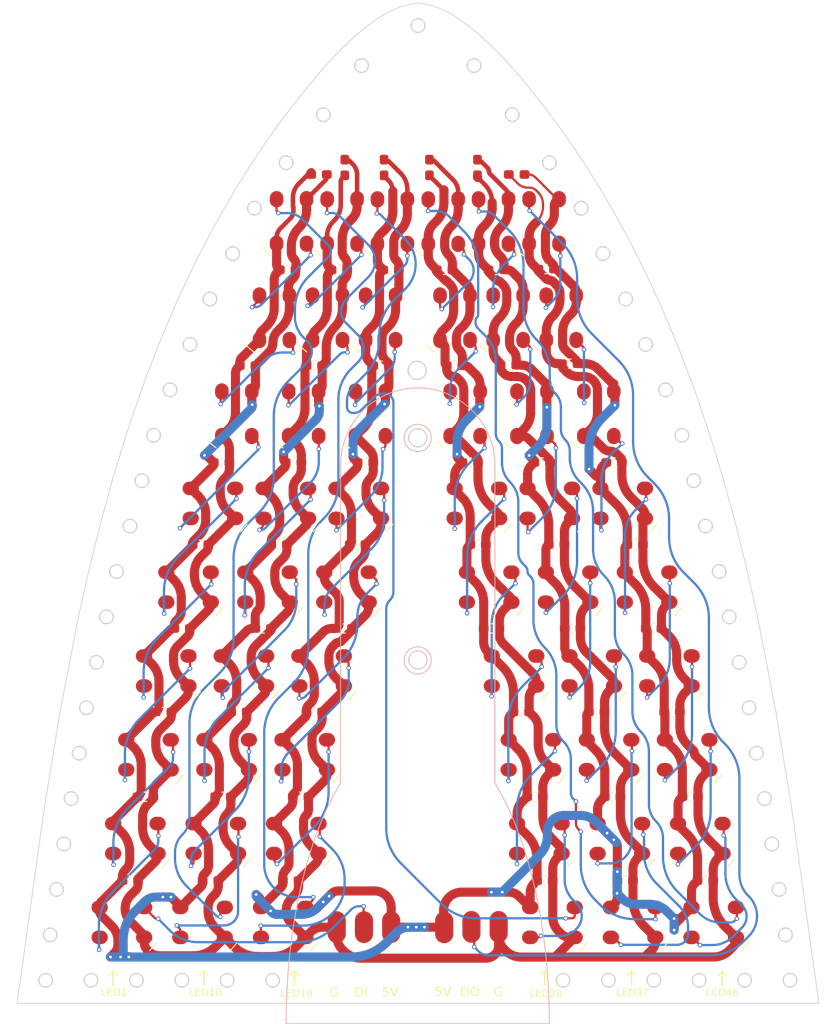
<source format=kicad_pcb>
(kicad_pcb (version 20221018) (generator pcbnew)
  (title_block (comment 4 "AISLER Project ID: FXKHAUWC"))
  (layers (0 "F.Cu" signal) (31 "B.Cu" signal) (34 "B.Paste" user) (35 "F.Paste" user) (36 "B.SilkS" user "B.Silkscreen") (37 "F.SilkS" user "F.Silkscreen") (38 "B.Mask" user) (39 "F.Mask" user) (44 "Edge.Cuts" user))
  (net 0 "")
  (net 1 "+5V")
  (net 2 "GND")
  (net 3 "Net-(D1-DOUT)")
  (net 4 "DATA IN")
  (net 5 "Net-(D2-DOUT)")
  (net 6 "Net-(D3-DOUT)")
  (net 7 "Net-(D4-DOUT)")
  (net 8 "Net-(D13-DOUT)")
  (net 9 "Net-(D5-DOUT)")
  (net 10 "Net-(D14-DOUT)")
  (net 11 "Net-(D6-DOUT)")
  (net 12 "Net-(D7-DOUT)")
  (net 13 "Net-(D8-DOUT)")
  (net 14 "Net-(D11-DOUT)")
  (net 15 "Net-(D12-DOUT)")
  (net 16 "Net-(D23-DOUT)")
  (net 17 "Net-(D24-DOUT)")
  (net 18 "Net-(D15-DOUT)")
  (net 19 "Net-(D16-DOUT)")
  (net 20 "Net-(D17-DOUT)")
  (net 21 "Net-(D18-DOUT)")
  (net 22 "Net-(D19-DOUT)")
  (net 23 "Net-(D20-DOUT)")
  (net 24 "Net-(D21-DOUT)")
  (net 25 "Net-(D22-DOUT)")
  (net 26 "Net-(D25-DOUT)")
  (net 27 "Net-(D26-DOUT)")
  (net 28 "Net-(D27-DOUT)")
  (net 29 "DATA OUT")
  (net 30 "Net-(D10-DIN)")
  (net 31 "Net-(D10-DOUT)")
  (net 32 "Net-(D28-DOUT)")
  (net 33 "Net-(D29-DOUT)")
  (net 34 "Net-(D30-DOUT)")
  (net 35 "Net-(D31-DOUT)")
  (net 36 "Net-(D32-DOUT)")
  (net 37 "Net-(D33-DOUT)")
  (net 38 "Net-(D34-DOUT)")
  (net 39 "Net-(D35-DOUT)")
  (net 40 "Net-(D36-DOUT)")
  (net 41 "Net-(D37-DOUT)")
  (net 42 "Net-(D38-DOUT)")
  (net 43 "Net-(D39-DOUT)")
  (net 44 "Net-(D40-DOUT)")
  (net 45 "Net-(D41-DOUT)")
  (net 46 "Net-(D42-DOUT)")
  (net 47 "Net-(D43-DOUT)")
  (net 48 "Net-(D44-DOUT)")
  (net 49 "Net-(D45-DOUT)")
  (net 50 "Net-(D46-DOUT)")
  (net 51 "Net-(D47-DOUT)")
  (net 52 "Net-(D48-DOUT)")
  (net 53 "Net-(D49-DOUT)")
  (net 54 "Net-(D50-DOUT)")
  (net 55 "Net-(D51-DOUT)")
  (net 56 "Net-(D52-DOUT)")
  (net 57 "Net-(D53-DOUT)")
  (footprint "LED_SMD:LED_WS2812B_PLCC4_5.0x5.0mm_P3.2mm" (layer "F.Cu") (at -8.34 52.47 -90)
    (fp_text reference "D18" hide)
    (fp_text value "WS2812B")
  )
  (footprint "LED_SMD:LED_WS2812B_PLCC4_5.0x5.0mm_P3.2mm" (layer "F.Cu") (at -21.065 111.178885)
    (fp_text reference "D12" hide)
    (fp_text value "WS2812B")
  )
  (footprint "Capacitor_SMD:C_0603_1608Metric_Pad1.08x0.95mm_HandSolder" (layer "F.Cu") (at 1.28 46.52 -90)
    (fp_text reference "C36" hide)
    (fp_text value "0.1uF")
  )
  (footprint "LED_SMD:LED_WS2812B_PLCC4_5.0x5.0mm_P3.2mm" (layer "F.Cu") (at 15.8 63.06111 -90)
    (fp_text reference "D53" hide)
    (fp_text value "WS2812B")
  )
  (footprint "Capacitor_SMD:C_0603_1608Metric_Pad1.08x0.95mm_HandSolder" (layer "F.Cu") (at 25.98 97.27)
    (fp_text reference "C49" hide)
    (fp_text value "0.1uF")
  )
  (footprint "LED_SMD:LED_WS2812B_PLCC4_5.0x5.0mm_P3.2mm" (layer "F.Cu") (at 27.7175 101.95333)
    (fp_text reference "D49" hide)
    (fp_text value "WS2812B")
  )
  (footprint "Capacitor_SMD:C_0603_1608Metric_Pad1.08x0.95mm_HandSolder" (layer "F.Cu") (at 8.12 97.27)
    (fp_text reference "C31" hide)
    (fp_text value "0.1uF")
  )
  (footprint "Capacitor_SMD:C_0603_1608Metric_Pad1.08x0.95mm_HandSolder" (layer "F.Cu") (at 21.4575 115.8)
    (fp_text reference "C38" hide)
    (fp_text value "0.1uF")
  )
  (footprint "LED_SMD:LED_WS2812B_PLCC4_5.0x5.0mm_P3.2mm" (layer "F.Cu") (at 21.065 111.178885)
    (fp_text reference "D39" hide)
    (fp_text value "WS2812B")
  )
  (footprint "Capacitor_SMD:C_0603_1608Metric_Pad1.08x0.95mm_HandSolder" (layer "F.Cu") (at -22.84125 125.03)
    (fp_text reference "C10" hide)
    (fp_text value "0.1uF")
  )
  (footprint "LED_SMD:LED_WS2812B_PLCC4_5.0x5.0mm_P3.2mm" (layer "F.Cu") (at 31.12 120.40444)
    (fp_text reference "D47" hide)
    (fp_text value "WS2812B")
  )
  (footprint "Capacitor_SMD:C_0603_1608Metric_Pad1.08x0.95mm_HandSolder" (layer "F.Cu") (at 9.9825 68.28 180)
    (fp_text reference "C43" hide)
    (fp_text value "0.1uF")
  )
  (footprint "Capacitor_SMD:C_0603_1608Metric_Pad1.08x0.95mm_HandSolder" (layer "F.Cu") (at -14.34 57.79 180)
    (fp_text reference "C8" hide)
    (fp_text value "0.1uF")
  )
  (footprint "Capacitor_SMD:C_0603_1608Metric_Pad1.08x0.95mm_HandSolder" (layer "F.Cu") (at 5.77 79)
    (fp_text reference "C33" hide)
    (fp_text value "0.1uF")
  )
  (footprint "LED_SMD:LED_WS2812B_PLCC4_5.0x5.0mm_P3.2mm" (layer "F.Cu") (at 14.54 83.50222)
    (fp_text reference "D42" hide)
    (fp_text value "WS2812B")
  )
  (footprint "Capacitor_SMD:C_0603_1608Metric_Pad1.08x0.95mm_HandSolder" (layer "F.Cu") (at -19.705 106.46)
    (fp_text reference "C12" hide)
    (fp_text value "0.1uF")
  )
  (footprint "LED_SMD:LED_WS2812B_PLCC4_5.0x5.0mm_P3.2mm" (layer "F.Cu") (at 13.91 52.459445 -90)
    (fp_text reference "D54" hide)
    (fp_text value "WS2812B")
  )
  (footprint "Capacitor_SMD:C_0603_1608Metric_Pad1.08x0.95mm_HandSolder" (layer "F.Cu") (at 2.95 57.79 180)
    (fp_text reference "C35" hide)
    (fp_text value "0.1uF")
  )
  (footprint "Capacitor_SMD:C_0603_1608Metric_Pad1.08x0.95mm_HandSolder" (layer "F.Cu") (at 14.14 57.7 180)
    (fp_text reference "C53" hide)
    (fp_text value "0.1uF")
  )
  (footprint "Capacitor_SMD:C_0603_1608Metric_Pad1.08x0.95mm_HandSolder" (layer "F.Cu") (at -5.77 79)
    (fp_text reference "C24" hide)
    (fp_text value "0.1uF")
  )
  (footprint "LED_SMD:LED_WS2812B_PLCC4_5.0x5.0mm_P3.2mm" (layer "F.Cu") (at -13.39 120.40444)
    (fp_text reference "D20" hide)
    (fp_text value "WS2812B")
  )
  (footprint "Capacitor_SMD:C_0603_1608Metric_Pad1.08x0.95mm_HandSolder" (layer "F.Cu") (at -11.4 68.34 180)
    (fp_text reference "C16" hide)
    (fp_text value "0.1uF")
  )
  (footprint "LED_SMD:LED_WS2812B_PLCC4_5.0x5.0mm_P3.2mm" (layer "F.Cu") (at -19.15875 101.95333)
    (fp_text reference "D13" hide)
    (fp_text value "WS2812B")
  )
  (footprint "LED_SMD:LED_WS2812B_PLCC4_5.0x5.0mm_P3.2mm" (layer "F.Cu") (at -22.255 120.40444)
    (fp_text reference "D11" hide)
    (fp_text value "WS2812B")
  )
  (footprint "Capacitor_SMD:C_0603_1608Metric_Pad1.08x0.95mm_HandSolder" (layer "F.Cu") (at 30.0075 115.8)
    (fp_text reference "C47" hide)
    (fp_text value "0.1uF")
  )
  (footprint "LED_SMD:LED_WS2812B_PLCC4_5.0x5.0mm_P3.2mm" (layer "F.Cu") (at -5.22 73.631665 -90)
    (fp_text reference "D25" hide)
    (fp_text value "WS2812B")
  )
  (footprint "LED_SMD:LED_WS2812B_PLCC4_5.0x5.0mm_P3.2mm" (layer "F.Cu") (at 7.86 92.727775)
    (fp_text reference "D32" hide)
    (fp_text value "WS2812B")
  )
  (footprint "LED_SMD:LED_WS2812B_PLCC4_5.0x5.0mm_P3.2mm" (layer "F.Cu") (at 12.46 111.178885)
    (fp_text reference "D30" hide)
    (fp_text value "WS2812B")
  )
  (footprint "Capacitor_SMD:C_0603_1608Metric_Pad1.08x0.95mm_HandSolder" (layer "F.Cu") (at -11.4 106.46)
    (fp_text reference "C21" hide)
    (fp_text value "0.1uF")
  )
  (footprint "Capacitor_SMD:C_0603_1608Metric_Pad1.08x0.95mm_HandSolder" (layer "F.Cu") (at 6.57 46.52 -90)
    (fp_text reference "C45" hide)
    (fp_text value "0.1uF")
  )
  (footprint "Capacitor_SMD:C_0603_1608Metric_Pad1.08x0.95mm_HandSolder" (layer "F.Cu") (at 28.01 106.46)
    (fp_text reference "C48" hide)
    (fp_text value "0.1uF")
  )
  (footprint "LED_SMD:LED_WS2812B_PLCC4_5.0x5.0mm_P3.2mm" (layer "F.Cu") (at 19.15875 101.95333)
    (fp_text reference "D40" hide)
    (fp_text value "WS2812B")
  )
  (footprint "Capacitor_SMD:C_0603_1608Metric_Pad1.08x0.95mm_HandSolder" (layer "F.Cu") (at 6.6325 88.04)
    (fp_text reference "C32" hide)
    (fp_text value "0.1uF")
  )
  (footprint "footprint:Solder pad" (layer "F.Cu") (at 5.9835 130.0752)
    (fp_text reference "P5" hide)
    (fp_text value "Solder_Pad")
  )
  (footprint "LED_SMD:LED_WS2812B_PLCC4_5.0x5.0mm_P3.2mm" (layer "F.Cu") (at -7.86 92.727775)
    (fp_text reference "D23" hide)
    (fp_text value "WS2812B")
  )
  (footprint "Capacitor_SMD:C_0603_1608Metric_Pad1.08x0.95mm_HandSolder" (layer "F.Cu") (at -8.05 46.52 -90)
    (fp_text reference "C18" hide)
    (fp_text value "0.1uF")
  )
  (footprint "Capacitor_SMD:C_0603_1608Metric_Pad1.08x0.95mm_HandSolder" (layer "F.Cu") (at -23.94 88.04)
    (fp_text reference "C5" hide)
    (fp_text value "0.1uF")
  )
  (footprint "LED_SMD:LED_WS2812B_PLCC4_5.0x5.0mm_P3.2mm" (layer "F.Cu") (at -23.715 129.63)
    (fp_text reference "D10" hide)
    (fp_text value "WS2812B")
  )
  (footprint "LED_SMD:LED_WS2812B_PLCC4_5.0x5.0mm_P3.2mm" (layer "F.Cu") (at 12.58 73.631665 -90)
    (fp_text reference "D43" hide)
    (fp_text value "WS2812B")
  )
  (footprint "LED_SMD:LED_WS2812B_PLCC4_5.0x5.0mm_P3.2mm" (layer "F.Cu") (at -6.51 83.50222)
    (fp_text reference "D24" hide)
    (fp_text value "WS2812B")
  )
  (footprint "LED_SMD:LED_WS2812B_PLCC4_5.0x5.0mm_P3.2mm" (layer "F.Cu") (at -14.54 83.50222)
    (fp_text reference "D15" hide)
    (fp_text value "WS2812B")
  )
  (footprint "LED_SMD:LED_WS2812B_PLCC4_5.0x5.0mm_P3.2mm" (layer "F.Cu") (at -2.8 52.48111 -90)
    (fp_text reference "D27" hide)
    (fp_text value "WS2812B")
  )
  (footprint "Capacitor_SMD:C_0603_1608Metric_Pad1.08x0.95mm_HandSolder" (layer "F.Cu") (at 17.05 97.27)
    (fp_text reference "C40" hide)
    (fp_text value "0.1uF")
  )
  (footprint "Capacitor_SMD:C_0603_1608Metric_Pad1.08x0.95mm_HandSolder" (layer "F.Cu") (at -28.01 106.46)
    (fp_text reference "C3" hide)
    (fp_text value "0.1uF")
  )
  (footprint "LED_SMD:LED_WS2812B_PLCC4_5.0x5.0mm_P3.2mm" (layer "F.Cu") (at -13.91 52.459445 -90)
    (fp_text reference "D9" hide)
    (fp_text value "WS2812B")
  )
  (footprint "LED_SMD:LED_WS2812B_PLCC4_5.0x5.0mm_P3.2mm" (layer "F.Cu") (at 29.67 111.178885)
    (fp_text reference "D48" hide)
    (fp_text value "WS2812B")
  )
  (footprint "LED_SMD:LED_WS2812B_PLCC4_5.0x5.0mm_P3.2mm" (layer "F.Cu") (at 4.1 63.06111 -90)
    (fp_text reference "D35" hide)
    (fp_text value "WS2812B")
  )
  (footprint "LED_SMD:LED_WS2812B_PLCC4_5.0x5.0mm_P3.2mm" (layer "F.Cu") (at -9.95 63.06111 -90)
    (fp_text reference "D17" hide)
    (fp_text value "WS2812B")
  )
  (footprint "Capacitor_SMD:C_0603_1608Metric_Pad1.08x0.95mm_HandSolder" (layer "F.Cu") (at 31.68 125.03)
    (fp_text reference "C46" hide)
    (fp_text value "0.1uF")
  )
  (footprint "Capacitor_SMD:C_0603_1608Metric_Pad1.08x0.95mm_HandSolder" (layer "F.Cu") (at 10.89 47.29 180)
    (fp_text reference "C54" hide)
    (fp_text value "0.1uF")
  )
  (footprint "Capacitor_SMD:C_0603_1608Metric_Pad1.08x0.95mm_HandSolder" (layer "F.Cu") (at -12.9075 115.8)
    (fp_text reference "C20" hide)
    (fp_text value "0.1uF")
  )
  (footprint "LED_SMD:LED_WS2812B_PLCC4_5.0x5.0mm_P3.2mm" (layer "F.Cu") (at 5.22 73.631665 -90)
    (fp_text reference "D34" hide)
    (fp_text value "WS2812B")
  )
  (footprint "LED_SMD:LED_WS2812B_PLCC4_5.0x5.0mm_P3.2mm" (layer "F.Cu") (at -31.12 120.40444)
    (fp_text reference "D2" hide)
    (fp_text value "WS2812B")
  )
  (footprint "Capacitor_SMD:C_0603_1608Metric_Pad1.08x0.95mm_HandSolder" (layer "F.Cu") (at -4.05 68.34 180)
    (fp_text reference "C25" hide)
    (fp_text value "0.1uF")
  )
  (footprint "Capacitor_SMD:C_0603_1608Metric_Pad1.08x0.95mm_HandSolder" (layer "F.Cu") (at 8.645 57.79 180)
    (fp_text reference "C44" hide)
    (fp_text value "0.1uF")
  )
  (footprint "Capacitor_SMD:C_0603_1608Metric_Pad1.08x0.95mm_HandSolder" (layer "F.Cu") (at -25.98 97.27)
    (fp_text reference "C4" hide)
    (fp_text value "0.1uF")
  )
  (footprint "LED_SMD:LED_WS2812B_PLCC4_5.0x5.0mm_P3.2mm" (layer "F.Cu") (at -29.67 111.178885)
    (fp_text reference "D3" hide)
    (fp_text value "WS2812B")
  )
  (footprint "Capacitor_SMD:C_0603_1608Metric_Pad1.08x0.95mm_HandSolder" (layer "F.Cu") (at -3.72 46.52 -90)
    (fp_text reference "C27" hide)
    (fp_text value "0.1uF")
  )
  (footprint "Capacitor_SMD:C_0603_1608Metric_Pad1.08x0.95mm_HandSolder" (layer "F.Cu") (at -8.12 97.27)
    (fp_text reference "C22" hide)
    (fp_text value "0.1uF")
  )
  (footprint "Capacitor_SMD:C_0603_1608Metric_Pad1.08x0.95mm_HandSolder" (layer "F.Cu") (at -13.69375 79)
    (fp_text reference "C15" hide)
    (fp_text value "0.1uF")
  )
  (footprint "Capacitor_SMD:C_0603_1608Metric_Pad1.08x0.95mm_HandSolder" (layer "F.Cu") (at -30.0075 115.8)
    (fp_text reference "C2" hide)
    (fp_text value "0.1uF")
  )
  (footprint "LED_SMD:LED_WS2812B_PLCC4_5.0x5.0mm_P3.2mm" (layer "F.Cu") (at -25.2575 92.727775)
    (fp_text reference "D5" hide)
    (fp_text value "WS2812B")
  )
  (footprint "Capacitor_SMD:C_0603_1608Metric_Pad1.08x0.95mm_HandSolder" (layer "F.Cu") (at 11.4 106.46)
    (fp_text reference "C30" hide)
    (fp_text value "0.1uF")
  )
  (footprint "LED_SMD:LED_WS2812B_PLCC4_5.0x5.0mm_P3.2mm" (layer "F.Cu") (at -16.55875 92.727775)
    (fp_text reference "D14" hide)
    (fp_text value "WS2812B")
  )
  (footprint "Capacitor_SMD:C_0603_1608Metric_Pad1.08x0.95mm_HandSolder" (layer "F.Cu") (at -10.89 47.29 180)
    (fp_text reference "C9" hide)
    (fp_text value "0.1uF")
  )
  (footprint "footprint:Solder pad" (layer "F.Cu") (at -5.8566 130.1044)
    (fp_text reference "P2" hide)
    (fp_text value "Solder_Pad")
  )
  (footprint "LED_SMD:LED_WS2812B_PLCC4_5.0x5.0mm_P3.2mm" (layer "F.Cu") (at -10.6 101.95333)
    (fp_text reference "D22" hide)
    (fp_text value "WS2812B")
  )
  (footprint "Capacitor_SMD:C_0603_1608Metric_Pad1.08x0.95mm_HandSolder" (layer "F.Cu") (at 12.9075 115.8)
    (fp_text reference "C29" hide)
    (fp_text value "0.1uF")
  )
  (footprint "LED_SMD:LED_WS2812B_PLCC4_5.0x5.0mm_P3.2mm" (layer "F.Cu") (at -14.83 129.63)
    (fp_text reference "D19" hide)
    (fp_text value "WS2812B")
  )
  (footprint "Capacitor_SMD:C_0603_1608Metric_Pad1.08x0.95mm_HandSolder" (layer "F.Cu") (at 19.705 106.46)
    (fp_text reference "C39" hide)
    (fp_text value "0.1uF")
  )
  (footprint "LED_SMD:LED_WS2812B_PLCC4_5.0x5.0mm_P3.2mm" (layer "F.Cu") (at 13.39 120.40444)
    (fp_text reference "D29" hide)
    (fp_text value "WS2812B")
  )
  (footprint "LED_SMD:LED_WS2812B_PLCC4_5.0x5.0mm_P3.2mm" (layer "F.Cu") (at 25.2575 92.727775)
    (fp_text reference "D50" hide)
    (fp_text value "WS2812B")
  )
  (footprint "LED_SMD:LED_WS2812B_PLCC4_5.0x5.0mm_P3.2mm" (layer "F.Cu") (at 23.715 129.63)
    (fp_text reference "D37" hide)
    (fp_text value "WS2812B")
  )
  (footprint "Capacitor_SMD:C_0603_1608Metric_Pad1.08x0.95mm_HandSolder" (layer "F.Cu") (at -21.4575 115.8)
    (fp_text reference "C11" hide)
    (fp_text value "0.1uF")
  )
  (footprint "LED_SMD:LED_WS2812B_PLCC4_5.0x5.0mm_P3.2mm" (layer "F.Cu") (at -32.6 129.63)
    (fp_text reference "D1" hide)
    (fp_text value "WS2812B")
  )
  (footprint "LED_SMD:LED_WS2812B_PLCC4_5.0x5.0mm_P3.2mm" (layer "F.Cu") (at 22.57 83.50222)
    (fp_text reference "D51" hide)
    (fp_text value "WS2812B")
  )
  (footprint "LED_SMD:LED_WS2812B_PLCC4_5.0x5.0mm_P3.2mm" (layer "F.Cu") (at -15.8 63.06111 -90)
    (fp_text reference "D8" hide)
    (fp_text value "WS2812B")
  )
  (footprint "LED_SMD:LED_WS2812B_PLCC4_5.0x5.0mm_P3.2mm" (layer "F.Cu") (at 22.255 120.40444)
    (fp_text reference "D38" hide)
    (fp_text value "WS2812B")
  )
  (footprint "LED_SMD:LED_WS2812B_PLCC4_5.0x5.0mm_P3.2mm" (layer "F.Cu") (at 14.83 129.63)
    (fp_text reference "D28" hide)
    (fp_text value "WS2812B")
  )
  (footprint "footprint:Solder pad" (layer "F.Cu") (at -2.8566 130.1044)
    (fp_text reference "P3" hide)
    (fp_text value "Solder_Pad")
  )
  (footprint "footprint:Solder pad" (layer "F.Cu") (at -8.8566 130.1044)
    (fp_text reference "P1" hide)
    (fp_text value "Solder_Pad")
  )
  (footprint "Capacitor_SMD:C_0603_1608Metric_Pad1.08x0.95mm_HandSolder" (layer "F.Cu") (at -31.68 125.03)
    (fp_text reference "C1" hide)
    (fp_text value "0.1uF")
  )
  (footprint "LED_SMD:LED_WS2812B_PLCC4_5.0x5.0mm_P3.2mm" (layer "F.Cu") (at 9.95 63.06111 -90)
    (fp_text reference "D44" hide)
    (fp_text value "WS2812B")
  )
  (footprint "LED_SMD:LED_WS2812B_PLCC4_5.0x5.0mm_P3.2mm" (layer "F.Cu") (at -22.57 83.50222)
    (fp_text reference "D6" hide)
    (fp_text value "WS2812B")
  )
  (footprint "Capacitor_SMD:C_0603_1608Metric_Pad1.08x0.95mm_HandSolder" (layer "F.Cu") (at -17.05 97.27)
    (fp_text reference "C13" hide)
    (fp_text value "0.1uF")
  )
  (footprint "LED_SMD:LED_WS2812B_PLCC4_5.0x5.0mm_P3.2mm" (layer "F.Cu") (at -12.58 73.631665 -90)
    (fp_text reference "D16" hide)
    (fp_text value "WS2812B")
  )
  (footprint "Capacitor_SMD:C_0603_1608Metric_Pad1.08x0.95mm_HandSolder" (layer "F.Cu") (at 13.69375 79)
    (fp_text reference "C42" hide)
    (fp_text value "0.1uF")
  )
  (footprint "Capacitor_SMD:C_0603_1608Metric_Pad1.08x0.95mm_HandSolder" (layer "F.Cu") (at 21.6175 79)
    (fp_text reference "C51" hide)
    (fp_text value "0.1uF")
  )
  (footprint "Capacitor_SMD:C_0603_1608Metric_Pad1.08x0.95mm_HandSolder" (layer "F.Cu") (at -15.28625 88.04)
    (fp_text reference "C14" hide)
    (fp_text value "0.1uF")
  )
  (footprint "LED_SMD:LED_WS2812B_PLCC4_5.0x5.0mm_P3.2mm" (layer "F.Cu") (at 32.6 129.63)
    (fp_text reference "D46" hide)
    (fp_text value "WS2812B")
  )
  (footprint "Capacitor_SMD:C_0603_1608Metric_Pad1.08x0.95mm_HandSolder" (layer "F.Cu") (at -6.6325 88.04)
    (fp_text reference "C23" hide)
    (fp_text value "0.1uF")
  )
  (footprint "Capacitor_SMD:C_0603_1608Metric_Pad1.08x0.95mm_HandSolder" (layer "F.Cu") (at -2.95 57.79 180)
    (fp_text reference "C26" hide)
    (fp_text value "0.1uF")
  )
  (footprint "LED_SMD:LED_WS2812B_PLCC4_5.0x5.0mm_P3.2mm" (layer "F.Cu") (at 6.51 83.50222)
    (fp_text reference "D33" hide)
    (fp_text value "WS2812B")
  )
  (footprint "LED_SMD:LED_WS2812B_PLCC4_5.0x5.0mm_P3.2mm" (layer "F.Cu") (at 19.94 73.631665 -90)
    (fp_text reference "D52" hide)
    (fp_text value "WS2812B")
  )
  (footprint "Capacitor_SMD:C_0603_1608Metric_Pad1.08x0.95mm_HandSolder" (layer "F.Cu") (at -8.645 57.79 180)
    (fp_text reference "C17" hide)
    (fp_text value "0.1uF")
  )
  (footprint "LED_SMD:LED_WS2812B_PLCC4_5.0x5.0mm_P3.2mm" (layer "F.Cu") (at -27.7175 101.95333)
    (fp_text reference "D4" hide)
    (fp_text value "WS2812B")
  )
  (footprint "Capacitor_SMD:C_0603_1608Metric_Pad1.08x0.95mm_HandSolder" (layer "F.Cu") (at -21.6175 79)
    (fp_text reference "C6" hide)
    (fp_text value "0.1uF")
  )
  (footprint "Capacitor_SMD:C_0603_1608Metric_Pad1.08x0.95mm_HandSolder" (layer "F.Cu") (at -18.75 68.34 180)
    (fp_text reference "C7" hide)
    (fp_text value "0.1uF")
  )
  (footprint "footprint:Solder pad" (layer "F.Cu") (at 2.9835 130.1244)
    (fp_text reference "P4" hide)
    (fp_text value "Solder_Pad")
  )
  (footprint "Capacitor_SMD:C_0603_1608Metric_Pad1.08x0.95mm_HandSolder" (layer "F.Cu") (at -14.0025 125.03)
    (fp_text reference "C19" hide)
    (fp_text value "0.1uF")
  )
  (footprint "LED_SMD:LED_WS2812B_PLCC4_5.0x5.0mm_P3.2mm" (layer "F.Cu") (at 16.55875 92.727775)
    (fp_text reference "D41" hide)
    (fp_text value "WS2812B")
  )
  (footprint "LED_SMD:LED_WS2812B_PLCC4_5.0x5.0mm_P3.2mm" (layer "F.Cu") (at 2.8 52.48111 -90)
    (fp_text reference "D36" hide)
    (fp_text value "WS2812B")
  )
  (footprint "footprint:Solder pad" (layer "F.Cu") (at 8.9835 130.0752)
    (fp_text reference "P6" hide)
    (fp_text value "Solder_Pad")
  )
  (footprint "Capacitor_SMD:C_0603_1608Metric_Pad1.08x0.95mm_HandSolder" (layer "F.Cu") (at 15.28625 88.04)
    (fp_text reference "C41" hide)
    (fp_text value "0.1uF")
  )
  (footprint "Capacitor_SMD:C_0603_1608Metric_Pad1.08x0.95mm_HandSolder" (layer "F.Cu") (at 4.05 68.34 180)
    (fp_text reference "C34" hide)
    (fp_text value "0.1uF")
  )
  (footprint "LED_SMD:LED_WS2812B_PLCC4_5.0x5.0mm_P3.2mm" (layer "F.Cu") (at -12.46 111.178885)
    (fp_text reference "D21" hide)
    (fp_text value "WS2812B")
  )
  (footprint "LED_SMD:LED_WS2812B_PLCC4_5.0x5.0mm_P3.2mm" (layer "F.Cu") (at 8.34 52.47 -90)
    (fp_text reference "D45" hide)
    (fp_text value "WS2812B")
  )
  (footprint "Capacitor_SMD:C_0603_1608Metric_Pad1.08x0.95mm_HandSolder" (layer "F.Cu") (at 23.94 88.04)
    (fp_text reference "C50" hide)
    (fp_text value "0.1uF")
  )
  (footprint "LED_SMD:LED_WS2812B_PLCC4_5.0x5.0mm_P3.2mm" (layer "F.Cu") (at -4.1 63.06111 -90)
    (fp_text reference "D26" hide)
    (fp_text value "WS2812B")
  )
  (footprint "LED_SMD:LED_WS2812B_PLCC4_5.0x5.0mm_P3.2mm" (layer "F.Cu") (at 10.6 101.95333)
    (fp_text reference "D31" hide)
    (fp_text value "WS2812B")
  )
  (footprint "Capacitor_SMD:C_0603_1608Metric_Pad1.08x0.95mm_HandSolder" (layer "F.Cu") (at 22.84125 125.03)
    (fp_text reference "C37" hide)
    (fp_text value "0.1uF")
  )
  (footprint "Capacitor_SMD:C_0603_1608Metric_Pad1.08x0.95mm_HandSolder" (layer "F.Cu") (at 16.74 68.12 180)
    (fp_text reference "C52" hide)
    (fp_text value "0.1uF")
  )
  (footprint "Capacitor_SMD:C_0603_1608Metric_Pad1.08x0.95mm_HandSolder" (layer "F.Cu") (at 14.0025 125.03)
    (fp_text reference "C28" hide)
    (fp_text value "0.1uF")
  )
  (footprint "LED_SMD:LED_WS2812B_PLCC4_5.0x5.0mm_P3.2mm" (layer "F.Cu") (at -19.94 73.631665 -90)
    (fp_text reference "D7" hide)
    (fp_text value "WS2812B")
  )
  (gr_arc locked (start -8.51 79.29) (mid -0.01 70.79) (end 8.49 79.29) (stroke (width 0.1)) (layer "B.SilkS"))
  (gr_line locked (start -8.51 79.29) (end -8.51 114.29) (stroke (width 0.1)) (layer "B.SilkS"))
  (gr_circle locked (center -0.01 100.79) (end -1.51 100.79) (stroke (width 0.1)) (fill none) (layer "B.SilkS"))
  (gr_curve locked (pts (xy -8.51 114.29) (xy -12.278458 120.441051) (xy -14.51 130.29703) (xy -14.51 140.79)) (stroke (width 0.1)) (layer "B.SilkS"))
  (gr_line locked (start 8.49 114.29) (end 8.49 79.29) (stroke (width 0.1)) (layer "B.SilkS"))
  (gr_curve locked (pts (xy 14.49 140.79) (xy 14.49 130.29703) (xy 12.258458 120.441051) (xy 8.49 114.29)) (stroke (width 0.1)) (layer "B.SilkS"))
  (gr_circle locked (center -0.01 76.29) (end -1.51 76.29) (stroke (width 0.1)) (fill none) (layer "B.SilkS"))
  (gr_line locked (start -14.51 140.79) (end 14.49 140.79) (stroke (width 0.1)) (layer "B.SilkS"))
  (gr_line (start 23.55 135) (end 23.07 135.48) (stroke (width 0.15)) (layer "F.SilkS"))
  (gr_line (start 23.55 135) (end 24 135.48) (stroke (width 0.15)) (layer "F.SilkS"))
  (gr_line (start 13.98 134.95) (end 13.5 135.43) (stroke (width 0.15)) (layer "F.SilkS"))
  (gr_line (start 33.5 135.02) (end 33.95 135.5) (stroke (width 0.15)) (layer "F.SilkS"))
  (gr_line (start -23.58 135) (end -23.13 135.48) (stroke (width 0.15)) (layer "F.SilkS"))
  (gr_line (start -23.58 135) (end -24.06 135.48) (stroke (width 0.15)) (layer "F.SilkS"))
  (gr_line (start -33.58 134.98) (end -33.13 135.46) (stroke (width 0.15)) (layer "F.SilkS"))
  (gr_line (start 23.55 136.56) (end 23.55 135) (stroke (width 0.15)) (layer "F.SilkS"))
  (gr_line (start -13.59 134.99) (end -13.14 135.47) (stroke (width 0.15)) (layer "F.SilkS"))
  (gr_line (start 13.98 134.95) (end 14.43 135.43) (stroke (width 0.15)) (layer "F.SilkS"))
  (gr_line (start -13.59 134.99) (end -14.07 135.47) (stroke (width 0.15)) (layer "F.SilkS"))
  (gr_line (start 33.5 136.58) (end 33.5 135.02) (stroke (width 0.15)) (layer "F.SilkS"))
  (gr_line (start 33.5 135.02) (end 33.02 135.5) (stroke (width 0.15)) (layer "F.SilkS"))
  (gr_line (start -23.58 136.56) (end -23.58 135) (stroke (width 0.15)) (layer "F.SilkS"))
  (gr_line (start -33.58 136.54) (end -33.58 134.98) (stroke (width 0.15)) (layer "F.SilkS"))
  (gr_line (start -13.59 136.55) (end -13.59 134.99) (stroke (width 0.15)) (layer "F.SilkS"))
  (gr_line (start 13.98 136.51) (end 13.98 134.95) (stroke (width 0.15)) (layer "F.SilkS"))
  (gr_line (start -33.58 134.98) (end -34.06 135.46) (stroke (width 0.15)) (layer "F.SilkS"))
  (gr_circle locked (center -0.07 68.86) (end 0.93 68.86) (stroke (width 0.15)) (fill none) (layer "Edge.Cuts"))
  (gr_circle locked (center 38.2 116) (end 38.95 116) (stroke (width 0.15)) (fill none) (layer "Edge.Cuts"))
  (gr_circle locked (center 22.9 61) (end 23.65 61) (stroke (width 0.15)) (fill none) (layer "Edge.Cuts"))
  (gr_circle locked (center -36 136) (end -35.25 136) (stroke (width 0.15)) (fill none) (layer "Edge.Cuts"))
  (gr_circle locked (center 26 136) (end 26.75 136) (stroke (width 0.15)) (fill none) (layer "Edge.Cuts"))
  (gr_circle locked (center 36 136) (end 36.75 136) (stroke (width 0.15)) (fill none) (layer "Edge.Cuts"))
  (gr_circle locked (center 33.2 91) (end 33.95 91) (stroke (width 0.15)) (fill none) (layer "Edge.Cuts"))
  (gr_circle locked (center 18 51) (end 18.75 51) (stroke (width 0.15)) (fill none) (layer "Edge.Cuts"))
  (gr_circle locked (center -38.2 116) (end -37.45 116) (stroke (width 0.15)) (fill none) (layer "Edge.Cuts"))
  (gr_circle locked (center -37.3 111) (end -36.55 111) (stroke (width 0.15)) (fill none) (layer "Edge.Cuts"))
  (gr_circle locked (center -6.2 35.3) (end -5.45 35.3) (stroke (width 0.15)) (fill none) (layer "Edge.Cuts"))
  (gr_circle locked (center -35.4 101) (end -34.65 101) (stroke (width 0.15)) (fill none) (layer "Edge.Cuts"))
  (gr_circle locked (center -18 51) (end -17.25 51) (stroke (width 0.15)) (fill none) (layer "Edge.Cuts"))
  (gr_circle locked (center -39 121) (end -38.25 121) (stroke (width 0.15)) (fill none) (layer "Edge.Cuts"))
  (gr_circle locked (center -21 136) (end -20.25 136) (stroke (width 0.15)) (fill none) (layer "Edge.Cuts"))
  (gr_circle (center 0.01 100.73) (end 1.01 100.73) (stroke (width 0.15)) (fill none) (layer "Edge.Cuts"))
  (gr_circle locked (center 40.5 131) (end 41.25 131) (stroke (width 0.15)) (fill none) (layer "Edge.Cuts"))
  (gr_circle locked (center -34.3 96) (end -33.55 96) (stroke (width 0.15)) (fill none) (layer "Edge.Cuts"))
  (gr_circle locked (center 0.03 30.9) (end 0.78 30.9) (stroke (width 0.15)) (fill none) (layer "Edge.Cuts"))
  (gr_circle locked (center -10.4 40.7) (end -9.65 40.7) (stroke (width 0.15)) (fill none) (layer "Edge.Cuts"))
  (gr_circle locked (center 39.8 126) (end 40.55 126) (stroke (width 0.15)) (fill none) (layer "Edge.Cuts"))
  (gr_circle locked (center -26 136) (end -25.25 136) (stroke (width 0.15)) (fill none) (layer "Edge.Cuts"))
  (gr_circle locked (center -20.4 56) (end -19.65 56) (stroke (width 0.15)) (fill none) (layer "Edge.Cuts"))
  (gr_circle locked (center 31 136) (end 31.75 136) (stroke (width 0.15)) (fill none) (layer "Edge.Cuts"))
  (gr_circle locked (center -41 136) (end -40.25 136) (stroke (width 0.15)) (fill none) (layer "Edge.Cuts"))
  (gr_circle locked (center -16 136) (end -15.25 136) (stroke (width 0.15)) (fill none) (layer "Edge.Cuts"))
  (gr_circle locked (center 39 121) (end 39.75 121) (stroke (width 0.15)) (fill none) (layer "Edge.Cuts"))
  (gr_circle locked (center 16 136) (end 16.75 136) (stroke (width 0.15)) (fill none) (layer "Edge.Cuts"))
  (gr_circle locked (center -31 136) (end -30.25 136) (stroke (width 0.15)) (fill none) (layer "Edge.Cuts"))
  (gr_circle locked (center -40.5 131) (end -39.75 131) (stroke (width 0.15)) (fill none) (layer "Edge.Cuts"))
  (gr_circle locked (center -33.2 91) (end -32.45 91) (stroke (width 0.15)) (fill none) (layer "Edge.Cuts"))
  (gr_circle locked (center -29.1 76) (end -28.35 76) (stroke (width 0.15)) (fill none) (layer "Edge.Cuts"))
  (gr_circle locked (center -31.7 86) (end -30.95 86) (stroke (width 0.15)) (fill none) (layer "Edge.Cuts"))
  (gr_circle locked (center 14.5 46) (end 15.25 46) (stroke (width 0.15)) (fill none) (layer "Edge.Cuts"))
  (gr_circle locked (center -27.3 71) (end -26.55 71) (stroke (width 0.15)) (fill none) (layer "Edge.Cuts"))
  (gr_circle (center -0.01 76.28) (end 0.99 76.28) (stroke (width 0.15)) (fill none) (layer "Edge.Cuts"))
  (gr_circle locked (center -25.1 66) (end -24.35 66) (stroke (width 0.15)) (fill none) (layer "Edge.Cuts"))
  (gr_circle locked (center -39.8 126) (end -39.05 126) (stroke (width 0.15)) (fill none) (layer "Edge.Cuts"))
  (gr_circle locked (center -36.5 106) (end -35.75 106) (stroke (width 0.15)) (fill none) (layer "Edge.Cuts"))
  (gr_circle locked (center 36.5 106) (end 37.25 106) (stroke (width 0.15)) (fill none) (layer "Edge.Cuts"))
  (gr_circle locked (center 30.4 81) (end 31.15 81) (stroke (width 0.15)) (fill none) (layer "Edge.Cuts"))
  (gr_circle locked (center 37.3 111) (end 38.05 111) (stroke (width 0.15)) (fill none) (layer "Edge.Cuts"))
  (gr_circle locked (center 34.3 96) (end 35.05 96) (stroke (width 0.15)) (fill none) (layer "Edge.Cuts"))
  (gr_circle locked (center 21 136) (end 21.75 136) (stroke (width 0.15)) (fill none) (layer "Edge.Cuts"))
  (gr_circle locked (center 29.1 76) (end 29.85 76) (stroke (width 0.15)) (fill none) (layer "Edge.Cuts"))
  (gr_circle locked (center 6.2 35.3) (end 6.95 35.3) (stroke (width 0.15)) (fill none) (layer "Edge.Cuts"))
  (gr_poly locked (pts (xy 0.507177 28.49386) (xy 0.750336 28.540984) (xy 0.99273 28.591186) (xy 1.234168 28.645498) (xy 1.474457 28.70495) (xy 1.713406 28.770575) (xy 1.950823 28.843403) (xy 2.186202 28.924257) (xy 2.419628 29.012963) (xy 2.651133 29.10915) (xy 2.880751 29.212446) (xy 3.108513 29.322479) (xy 3.334454 29.43888) (xy 3.558605 29.561276) (xy 3.780999 29.689296) (xy 4.001669 29.822569) (xy 4.220648 29.960724) (xy 4.653663 30.250194) (xy 5.080304 30.554736) (xy 5.500834 30.87138) (xy 5.915862 31.19754) (xy 6.324952 31.532237) (xy 6.728359 31.875101) (xy 7.126337 32.22576) (xy 7.907023 32.948982) (xy 8.669044 33.698938) (xy 9.414433 34.472661) (xy 10.145226 35.267185) (xy 10.863456 36.079544) (xy 11.571157 36.906773) (xy 13.406481 39.159017) (xy 15.17767 41.487802) (xy 16.884302 43.887416) (xy 18.525954 46.352149) (xy 20.102205 48.876288) (xy 21.612632 51.454122) (xy 23.056813 54.079939) (xy 24.434326 56.748029) (xy 26.611229 61.349583) (xy 28.605348 66.049515) (xy 30.428915 70.841312) (xy 32.094164 75.718461) (xy 33.613325 80.674451) (xy 34.998634 85.702768) (xy 36.262322 90.796899) (xy 37.416623 95.950334) (xy 39.445995 106.409058) (xy 41.184611 117.02684) (xy 44.181031 138.531175) (xy -44.142362 138.531175) (xy -41.145943 117.02684) (xy -39.407328 106.409058) (xy -37.377957 95.950334) (xy -36.223656 90.796899) (xy -34.959968 85.702768) (xy -33.574659 80.674451) (xy -32.055497 75.718461) (xy -30.39025 70.841312) (xy -28.566683 66.049515) (xy -26.572564 61.349583) (xy -24.395661 56.748029) (xy -23.018148 54.079939) (xy -21.573966 51.454122) (xy -20.06354 48.876288) (xy -18.487289 46.352149) (xy -16.845637 43.887416) (xy -15.139006 41.487802) (xy -13.367818 39.159017) (xy -11.532494 36.906773) (xy -10.824792 36.079544) (xy -10.106561 35.267185) (xy -9.375767 34.472661) (xy -8.630377 33.698938) (xy -7.868356 32.948982) (xy -7.480473 32.583844) (xy -7.087669 32.22576) (xy -6.689691 31.875101) (xy -6.286284 31.532237) (xy -5.877194 31.19754) (xy -5.462166 30.87138) (xy -5.041636 30.554736) (xy -4.614995 30.250194) (xy -4.181981 29.960724) (xy -3.963002 29.822569) (xy -3.742332 29.689296) (xy -3.519938 29.561276) (xy -3.295787 29.43888) (xy -3.069847 29.322479) (xy -2.842084 29.212446) (xy -2.612467 29.10915) (xy -2.380962 29.012963) (xy -2.147536 28.924257) (xy -1.912157 28.843403) (xy -1.674765 28.770575) (xy -1.435827 28.70495) (xy -1.195539 28.645498) (xy -0.954095 28.591186) (xy -0.711691 28.540984) (xy -0.468521 28.49386) (xy 0.019335 28.404721)) (stroke (width 0.08775)) (fill none) (layer "Edge.Cuts"))
  (gr_circle locked (center 10.4 40.7) (end 11.15 40.7) (stroke (width 0.15)) (fill none) (layer "Edge.Cuts"))
  (gr_circle locked (center 20.4 56) (end 21.15 56) (stroke (width 0.15)) (fill none) (layer "Edge.Cuts"))
  (gr_circle locked (center -22.9 61) (end -22.15 61) (stroke (width 0.15)) (fill none) (layer "Edge.Cuts"))
  (gr_circle locked (center -14.5 46) (end -13.75 46) (stroke (width 0.15)) (fill none) (layer "Edge.Cuts"))
  (gr_circle locked (center -30.4 81) (end -29.65 81) (stroke (width 0.15)) (fill none) (layer "Edge.Cuts"))
  (gr_circle locked (center 31.7 86) (end 32.45 86) (stroke (width 0.15)) (fill none) (layer "Edge.Cuts"))
  (gr_circle locked (center 27.3 71) (end 28.05 71) (stroke (width 0.15)) (fill none) (layer "Edge.Cuts"))
  (gr_circle locked (center 41 136) (end 41.75 136) (stroke (width 0.15)) (fill none) (layer "Edge.Cuts"))
  (gr_circle locked (center 35.4 101) (end 36.15 101) (stroke (width 0.15)) (fill none) (layer "Edge.Cuts"))
  (gr_circle locked (center 25.1 66) (end 25.85 66) (stroke (width 0.15)) (fill none) (layer "Edge.Cuts"))
  (gr_text locked "5V" (at 1.84 137.92) (layer "F.SilkS") (effects (font (size 1 1)) (justify left bottom)))
  (gr_text locked "G" (at 8.32 137.92) (layer "F.SilkS") (effects (font (size 1 1)) (justify left bottom)))
  (gr_text "LED19" (at -15.19 137.96) (layer "F.SilkS") (effects (font (size 0.8 0.8)) (justify left bottom)))
  (gr_text "LED10" (at -25.24 137.86) (layer "F.SilkS") (effects (font (size 0.8 0.8)) (justify left bottom)))
  (gr_text locked "5V" (at -3.97 137.96) (layer "F.SilkS") (effects (font (size 1 1)) (justify left bottom)))
  (gr_text "LED28" (at 12.3 138) (layer "F.SilkS") (effects (font (size 0.8 0.8)) (justify left bottom)))
  (gr_text locked "G" (at -9.72 137.96) (layer "F.SilkS") (effects (font (size 1 1)) (justify left bottom)))
  (gr_text "LED1" (at -34.92 137.86) (layer "F.SilkS") (effects (font (size 0.8 0.8)) (justify left bottom)))
  (gr_text locked "DO" (at 4.66 137.92) (layer "F.SilkS") (effects (font (size 1 1)) (justify left bottom)))
  (gr_text "LED46" (at 31.74 137.86) (layer "F.SilkS") (effects (font (size 0.8 0.8)) (justify left bottom)))
  (gr_text locked "DI" (at -6.98 137.96) (layer "F.SilkS") (effects (font (size 1 1)) (justify left bottom)))
  (gr_text "LED37" (at 21.84 137.86) (layer "F.SilkS") (effects (font (size 0.8 0.8)) (justify left bottom)))
  (segment (start -2.0875 57.41125) (end -2.0875 58.16875) (width 1) (layer "F.Cu") (net 1))
  (segment (start -23.876549 125.691549) (end -26.127876 127.942876) (width 1) (layer "F.Cu") (net 1))
  (segment (start -23.88 119.57944) (end -24.705 118.75444) (width 1) (layer "F.Cu") (net 1))
  (segment (start -14.865 124.7625) (end -14.865 124.6025) (width 1) (layer "F.Cu") (net 1))
  (segment (start 4.06 80.446772) (end 4.06 81.768689) (width 1) (layer "F.Cu") (net 1))
  (segment (start 7.70375 99.85708) (end 8.15 100.30333) (width 1) (layer "F.Cu") (net 1))
  (segment (start -35.05 127.75875) (end -35.05 128.20125) (width 1) (layer "F.Cu") (net 1))
  (segment (start 21.97875 126.479079) (end 21.97875 126.8625) (width 1) (layer "F.Cu") (net 1))
  (segment (start -26.8825 91.902775) (end -27.7075 91.077775) (width 1) (layer "F.Cu") (net 1))
  (segment (start 21.964375 126.444375) (end 21.95 126.43) (width 1) (layer "F.Cu") (net 1))
  (segment (start 18.434608 68.12) (end 17.707018 68.12) (width 1) (layer "F.Cu") (net 1))
  (segment (start -11.4 103.120056) (end -11.4 104.476388) (width 1) (layer "F.Cu") (net 1))
  (segment (start 7.045822 45.924286) (end 7.683818 46.562282) (width 0.5) (layer "F.Cu") (net 1))
  (segment (start -12.411482 107.030367) (end -14.91 109.528885) (width 1) (layer "F.Cu") (net 1))
  (segment (start -3.1875 68.4525) (end -3.1875 70.528696) (width 1) (layer "F.Cu") (net 1))
  (segment (start 14.42375 85.83618) (end 14.42375 87.817261) (width 1) (layer "F.Cu") (net 1))
  (segment (start 10.769075 63.720924) (end 10.85 63.64) (width 1) (layer "F.Cu") (net 1))
  (segment (start -1.906996 47.133003) (end -3.154891 45.885108) (width 0.5) (layer "F.Cu") (net 1))
  (segment (start 5.77 87.785441) (end 5.77 84.938434) (width 1) (layer "F.Cu") (net 1))
  (segment (start -28.5175 105.853977) (end -28.5175 103.120056) (width 1) (layer "F.Cu") (net 1))
  (segment (start -10.721666 48.471111) (end -12.26 50.009445) (width 0.5) (layer "F.Cu") (net 1))
  (segment (start -2.0875 59.992283) (end -2.0875 58.16875) (width 1) (layer "F.Cu") (net 1))
  (segment (start -32.849207 125.336707) (end -34.893552 127.381052) (width 1) (layer "F.Cu") (net 1))
  (segment (start 16.448125 100.042705) (end 16.969375 100.563955) (width 1) (layer "F.Cu") (net 1))
  (segment (start -8.33 54.413063) (end -8.33 55.785233) (width 1) (layer "F.Cu") (net 1))
  (segment (start 4.25 65.813971) (end 4.25 65.293239) (width 1) (layer "F.Cu") (net 1))
  (segment (start -24.195 82.67722) (end -25.02 81.85222) (width 1) (layer "F.Cu") (net 1))
  (segment (start -8.3 60.632323) (end -8.3 61.974068) (width 1) (layer "F.Cu") (net 1))
  (segment (start -10.89 72.75) (end -10.85 72.79) (width 1) (layer "F.Cu") (net 1))
  (segment (start -24.8025 87.973612) (end -24.8025 88.106387) (width 1) (layer "F.Cu") (net 1))
  (segment (start -6.69 50.816704) (end -6.69 50.02) (width 1) (layer "F.Cu") (net 1))
  (segment (start -16.14875 87.684375) (end -16.14875 87.951112) (width 1) (layer "F.Cu") (net 1))
  (segment (start 3.8125 57.79) (end 3.8125 57.174809) (width 1) (layer "F.Cu") (net 1))
  (segment (start 20.12 80.57) (end 20.12 80.084012) (width 1) (layer "F.Cu") (net 1))
  (segment (start -14.55625 79.209235) (end -14.55625 79.158215) (width 1) (layer "F.Cu") (net 1))
  (segment (start 14.06 55.683551) (end 14.06 53.999673) (width 1) (layer "F.Cu") (net 1))
  (segment (start 15.0025 57.49625) (end 15.0025 57.562614) (width 1) (layer "F.Cu") (net 1))
  (segment (start -23.188682 78.291317) (end -22.590386 78.889613) (width 1) (layer "F.Cu") (net 1))
  (segment (start 15.95 65.849277) (end 15.95 64.637722) (width 1) (layer "F.Cu") (net 1))
  (segment (start -16.43179 66.88429) (end -17.8875 68.34) (width 1) (layer "F.Cu") (net 1))
  (segment (start 4.999999 63.989789) (end 4.641345 64.348444) (width 1) (layer "F.Cu") (net 1))
  (segment (start 12.756406 79.074843) (end 12.460625 79.370625) (width 1) (layer "F.Cu") (net 1))
  (segment (start 2.873157 130.1552) (end 0.73 130.1552) (width 1) (layer "F.Cu") (net 1))
  (segment (start 27.1475 103.51269) (end 27.1475 106.408734) (width 1) (layer "F.Cu") (net 1))
  (segment (start 20.850558 119.8) (end 21.590278 120.53972) (width 1) (layer "F.Cu") (net 1))
  (segment (start 9.99 50.403178) (end 9.99 51.153984) (width 1) (layer "F.Cu") (net 1))
  (segment (start 28.1825 110.491385) (end 27.22 109.528885) (width 1) (layer "F.Cu") (net 1))
  (segment (start -8.66 96.719458) (end -8.66 94.321845) (width 1) (layer "F.Cu") (net 1))
  (segment (start -9.210541 97.27) (end -9.499585 97.27) (width 1) (layer "F.Cu") (net 1))
  (segment (start -33.04 131.66) (end -33.04 132.040172) (width 1) (layer "F.Cu") (net 1))
  (segment (start 14.23 71.181665) (end 14.225 71.186665) (width 1) (layer "F.Cu") (net 1))
  (segment (start -3.95 66.813331) (end -3.95 65.339432) (width 1) (layer "F.Cu") (net 1))
  (segment (start 11.6 59.905555) (end 11.6 61.316665) (width 1) (layer "F.Cu") (net 1))
  (segment (start 4.837314 126.3) (end 8.11 126.3) (width 1) (layer "F.Cu") (net 1))
  (segment (start -35.05 128.20125) (end -35.05 128.335) (width 1) (layer "F.Cu") (net 1))
  (segment (start 4.48375 79.42375) (end 4.61875 79.28875) (width 1) (layer "F.Cu") (net 1))
  (segment (start -10.93 71.459204) (end -10.93 72.653431) (width 1) (layer "F.Cu") (net 1))
  (segment (start -23.055 121.571166) (end -23.055 123.376264) (width 1) (layer "F.Cu") (net 1))
  (segment (start -20.263125 105.390643) (end -20.297038 105.424556) (width 1) (layer "F.Cu") (net 1))
  (segment (start -10.258889 48.008333) (end -10.19966 47.949104) (width 0.5) (layer "F.Cu") (net 1))
  (segment (start 25.1175 95.188252) (end 25.1175 97.163933) (width 1) (layer "F.Cu") (net 1))
  (segment (start -15.684375 86.864375) (end -15.897285 87.077285) (width 1) (layer "F.Cu") (net 1))
  (segment (start -13.42 57.691841) (end -13.42 57.160624) (width 1) (layer "F.Cu") (net 1))
  (segment (start -10.5375 68.65643) (end -10.5375 70.511625) (width 1) (layer "F.Cu") (net 1))
  (segment (start -27.23729 97.37312) (end -30.1675 100.30333) (width 1) (layer "F.Cu") (net 1))
  (segment (start -8.96 81.85222) (end -6.818016 79.710236) (width 1) (layer "F.Cu") (net 1))
  (segment (start -17.545 126.825) (end -17.81 126.56) (width 1) (layer "F.Cu") (net 1))
  (segment (start -17.9125 96.93854) (end -17.9125 95.944405) (width 1) (layer "F.Cu") (net 1))
  (segment (start 5.469065 91.303902) (end 6.33375 92.168587) (width 1) (layer "F.Cu") (net 1))
  (segment (start -30.67 115.6) (end -31.07 116) (width 1) (layer "F.Cu") (net 1))
  (segment (start 22.8075 90.994244) (end 22.8075 91.161305) (width 1) (layer "F.Cu") (net 1))
  (segment (start -15.22 85.743274) (end -15.22 84.873799) (width 1) (layer "F.Cu") (net 1))
  (segment (start -20.610416 106.624301) (end -23.515 109.528885) (width 1) (layer "F.Cu") (net 1))
  (segment (start 4.06 81.768689) (end 4.06 81.935751) (width 1) (layer "F.Cu") (net 1))
  (segment (start -27.2 126.84) (end -28.09 126.84) (width 1) (layer "F.Cu") (net 1))
  (segment (start -3.1875 68.2275) (end -3.1875 68.4525) (width 1) (layer "F.Cu") (net 1))
  (segment (start 23.9625 92.399836) (end 22.866564 91.3039) (width 1) (layer "F.Cu") (net 1))
  (segment (start -22.118672 115.598672) (end -22.0925 115.5725) (width 1) (layer "F.Cu") (net 1))
  (segment (start -10.0275 47.533472) (end -10.0275 47.29) (width 0.5) (layer "F.Cu") (net 1))
  (segment (start -7.573762 88.341537) (end -10.31 91.077775) (width 1) (layer "F.Cu") (net 1))
  (segment (start 9.3 126.3) (end 8.11 126.3) (width 1) (layer "F.Cu") (net 1))
  (segment (start -2.45 60.867436) (end -2.45 62.179129) (width 1) (layer "F.Cu") (net 1))
  (segment (start 19.805 118.75444) (end 20.850558 119.799998) (width 1) (layer "F.Cu") (net 1))
  (segment (start 21.65 71.241665) (end 21.59 71.181665) (width 1) (layer "F.Cu") (net 1))
  (segment (start -14.865 124.7625) (end -14.865 125.2975) (width 1) (layer "F.Cu") (net 1))
  (segment (start -23.385 78.21) (end -23.5 78.21) (width 1) (layer "F.Cu") (net 1))
  (segment (start 21.935423 83.667643) (end 20.12 81.85222) (width 1) (layer "F.Cu") (net 1))
  (segment (start -16.99 81.85222) (end -14.704201 79.566421) (width 1) (layer "F.Cu") (net 1))
  (segment (start -32.654999 119.669439) (end -33.480041 118.844398) (width 1) (layer "F.Cu") (net 1))
  (segment (start 16.1875 99.4135) (end 16.1875 97.27) (width 1) (layer "F.Cu") (net 1))
  (segment (start -1.15 50.03111) (end -1.15 51.599129) (width 1) (layer "F.Cu") (net 1))
  (segment (start -29.114264 106.523149) (end -32.12 109.528885) (width 1) (layer "F.Cu") (net 1))
  (segment (start 18.8425 106.299133) (end 18.8425 103.945869) (width 1) (layer "F.Cu") (net 1))
  (segment (start 30.8175 122.587512) (end 30.8175 125.03) (width 1) (layer "F.Cu") (net 1))
  (segment (start 3.8125 57.79) (end 5.437596 59.415096) (width 1) (layer "F.Cu") (net 1))
  (segment (start -12.2625 106.249307) (end -12.2625 106.204384) (width 1) (layer "F.Cu") (net 1))
  (segment (start -24.8025 87.88625) (end -24.8025 87.973612) (width 1) (layer "F.Cu") (net 1))
  (segment (start 23.0775 87.849081) (end 23.0775 86.42486) (width 1) (layer "F.Cu") (net 1))
  (segment (start 14.23 71.181665) (end 14.23 70.3075) (width 1) (layer "F.Cu") (net 1))
  (segment (start -3.267049 68.03545) (end -3.56875 67.73375) (width 1) (layer "F.Cu") (net 1))
  (segment (start -8.135 82.67722) (end -8.96 81.85222) (width 1) (layer "F.Cu") (net 1))
  (segment (start -7.14 78.08) (end -7.14 78.28625) (width 1) (layer "F.Cu") (net 1))
  (segment (start 19.915 80.57) (end 20.12 80.57) (width 1) (layer "F.Cu") (net 1))
  (segment (start -24.849443 88.219718) (end -27.7075 91.077775) (width 1) (layer "F.Cu") (net 1))
  (segment (start -31.84 133.44) (end -31.81 133.41) (width 1) (layer "F.Cu") (net 1))
  (segment (start 21.59 71.181665) (end 21.59 70.3175) (width 1) (layer "F.Cu") (net 1))
  (segment (start -20.5675 106.399307) (end -20.5675 106.077509) (width 1) (layer "F.Cu") (net 1))
  (segment (start -8.33 60.559896) (end -8.33 59.45714) (width 1) (layer "F.Cu") (net 1))
  (segment (start -3.51125 45.7375) (end -3.72 45.7375) (width 0.5) (layer "F.Cu") (net 1))
  (segment (start -14.91 109.528885) (end -14.085 110.353885) (width 1) (layer "F.Cu") (net 1))
  (segment (start 6.83 71.249949) (end 6.83 72.86) (width 1) (layer "F.Cu") (net 1))
  (segment (start -12.2625 106.249307) (end -12.2625 106.670692) (width 1) (layer "F.Cu") (net 1))
  (segment (start -33.45 133.03) (end -33.86 133.44) (width 1) (layer "F.Cu") (net 1))
  (segment (start -7.31 84.668946) (end -7.31 87.724185) (width 1) (layer "F.Cu") (net 1))
  (segment (start 5.41 90.994244) (end 5.41 91.161306) (width 1) (layer "F.Cu") (net 1))
  (segment (start -13.77 115.695482) (end -13.77 115.904518) (width 1) (layer "F.Cu") (net 1))
  (segment (start 5.75 60.169305) (end 5.75 61.052915) (width 1) (layer "F.Cu") (net 1))
  (segment (start 19.805 118.75444) (end 19.805 117.148614) (width 1) (layer "F.Cu") (net 1))
  (segment (start -3.57 71.452133) (end -3.57 72.416356) (width 1) (layer "F.Cu") (net 1))
  (segment (start -18.29 72.544644) (end -18.29 71.466275) (width 1) (layer "F.Cu") (net 1))
  (segment (start -21.865 115.023266) (end -21.865 112.345611) (width 1) (layer "F.Cu") (net 1))
  (segment (start 15.457361 50.009445) (end 15.56 50.009445) (width 0.25) (layer "F.Cu") (net 1))
  (segment (start -0.17 130.1552) (end -1.09 130.1552) (width 1) (layer "F.Cu") (net 1))
  (segment (start -22.590386 79.422606) (end -25.02 81.85222) (width 1) (layer "F.Cu") (net 1))
  (segment (start -10.258889 48.008333) (end -10.721666 48.471111) (width 0.5) (layer "F.Cu") (net 1))
  (segment (start -7.525498 45.794501) (end -7.17625 46.14375) (width 0.5) (layer "F.Cu") (net 1))
  (segment (start -32.75 133.44) (end -33.86 133.44) (width 1) (layer "F.Cu") (net 1))
  (segment (start -7.7825 57.802374) (end -7.7825 58.15625) (width 1) (layer "F.Cu") (net 1))
  (segment (start 2.87365 130.14155) (end 2.8973 130.1652) (width 1) (layer "F.Cu") (net 1))
  (segment (start -19.95875 104.655816) (end -19.95875 103.120056) (width 1) (layer "F.Cu") (net 1))
  (segment (start 3.647359 53.03264) (end 3.7 52.98) (width 1) (layer "F.Cu") (net 1))
  (segment (start 17.775625 101.370205) (end 16.969375 100.563955) (width 1) (layer "F.Cu") (net 1))
  (segment (start -13.93 55.15) (end -13.93 55.929375) (width 1) (layer "F.Cu") (net 1))
  (segment (start 8.44 54.72066) (end 8.44 54.886483) (width 1) (layer "F.Cu") (net 1))
  (segment (start 12.38 127.98) (end 11.194974 126.794974) (width 1) (layer "F.Cu") (net 1))
  (segment (start 17.188942 59.611671) (end 15.374417 57.797146) (width 1) (layer "F.Cu") (net 1))
  (segment (start 12.38 127.98) (end 12.38 126.327401) (width 1) (layer "F.Cu") (net 1))
  (segment (start -15.84 118.75444) (end -14.082696 116.997136) (width 1) (layer "F.Cu") (net 1))
  (segment (start 28.24 130.48) (end 28.24 130.185) (width 1) (layer "F.Cu") (net 1))
  (segment (start 21.964375 126.415625) (end 21.95 126.43) (width 1) (layer "F.Cu") (net 1))
  (segment (start 26.2075 101.24333) (end 25.2675 100.30333) (width 1) (layer "F.Cu") (net 1))
  (segment (start 20.12 80.57) (end 20.12 81.85222) (width 1) (layer "F.Cu") (net 1))
  (segment (start 14.858426 57.148426) (end 14.53125 56.82125) (width 1) (layer "F.Cu") (net 1))
  (segment (start -16.99 81.85222) (end -16.105 82.73722) (width 1) (layer "F.Cu") (net 1))
  (segment (start 14.23 71.181665) (end 14.23 70.812474) (width 1) (layer "F.Cu") (net 1))
  (segment (start 25.2675 97.526066) (end 25.2675 100.30333) (width 1) (layer "F.Cu") (net 1))
  (segment (start 9.3 126.3) (end 10 126.3) (width 1) (layer "F.Cu") (net 1))
  (segment (start 18.615 109.445354) (end 18.615 109.612415) (width 1) (layer "F.Cu") (net 1))
  (segment (start 14.10875 88.577738) (end 14.10875 90.994244) (width 1) (layer "F.Cu") (net 1))
  (segment (start -32.75 133.44) (end -31.84 133.44) (width 1) (layer "F.Cu") (net 1))
  (segment (start 17.45 60.241919) (end 17.45 60.9803) (width 1) (layer "F.Cu") (net 1))
  (segment (start 11.455858 68.28) (end 10.845 68.28) (width 1) (layer "F.Cu") (net 1))
  (segment (start 15.263281 50.185253) (end 15.487062 49.961473) (width 1) (layer "F.Cu") (net 1))
  (segment (start -33.718822 130.021177) (end -34.798977 128.941022) (width 1) (layer "F.Cu") (net 1))
  (segment (start 21.784515 120.733955) (end 21.59028 120.53972) (width 1) (layer "F.Cu") (net 1))
  (segment (start 10.5375 106.087001) (end 10.5375 104.379047) (width 1) (layer "F.Cu") (net 1))
  (segment (start 29.145 112.815065) (end 29.145 115.464124) (width 1) (layer "F.Cu") (net 1))
  (segment (start 29.74375 119.995251) (end 28.729064 118.980565) (width 1) (layer "F.Cu") (net 1))
  (segment (start -2.65 56.072252) (end -2.65 54.742287) (width 1) (layer "F.Cu") (net 1))
  (segment (start -20.78375 101.12833) (end -21.60875 100.30333) (width 1) (layer "F.Cu") (net 1))
  (segment (start 2.84 130.060311) (end 2.84 128.297314) (width 1) (layer "F.Cu") (net 1))
  (segment (start -1.15 48.960555) (end -1.15 50.03111) (width 0.5) (layer "F.Cu") (net 1))
  (segment (start -7.416237 87.961237) (end -7.4025 87.9475) (width 1) (layer "F.Cu") (net 1))
  (segment (start 7.2575 97.27) (end 7.2575 98.779737) (width 1) (layer "F.Cu") (net 1))
  (segment (start 11.6 61.829339) (end 11.6 61.316665) (width 1) (layer "F.Cu") (net 1))
  (segment (start 10.1 65.755635) (end 10.1 65.336215) (width 1) (layer "F.Cu") (net 1))
  (segment (start 16.595009 66.903473) (end 17.528594 67.837058) (width 1) (layer "F.Cu") (net 1))
  (segment (start 28.67 118.670909) (end 28.67 118.83797) (width 1) (layer "F.Cu") (net 1))
  (segment (start -13.77 115.904518) (end -13.77 116.24222) (width 1) (layer "F.Cu") (net 1))
  (segment (start 21.59028 120.53972) (end 21.590278 120.53972) (width 1) (layer "F.Cu") (net 1))
  (segment (start 9.719051 48.982694) (end 7.956181 47.219824) (width 0.5) (layer "F.Cu") (net 1))
  (segment (start 28.24 129.22) (end 28.91 129.22) (width 1) (layer "F.Cu") (net 1))
  (segment (start 10.94 118.670909) (end 10.94 117.686352) (width 1) (layer "F.Cu") (net 1))
  (segment (start 12.09 81.85222) (end 12.09 80.265392) (width 1) (layer "F.Cu") (net 1))
  (segment (start -23.37 84.668946) (end -23.37 85.287069) (width 1) (layer "F.Cu") (net 1))
  (segment (start -7.85625 45.6575) (end -8.05 45.6575) (width 0.5) (layer "F.Cu") (net 1))
  (segment (start -15.054151 125.754151) (end -17.28 127.98) (width 1) (layer "F.Cu") (net 1))
  (segment (start 19.565043 80.425043) (end 18.86 79.72) (width 1) (layer "F.Cu") (net 1))
  (segment (start 28.67 118.670909) (end 28.67 116.610875) (width 1) (layer "F.Cu") (net 1))
  (segment (start -2.9328 130.1552) (end 0.73 130.1552) (width 1) (layer "F.Cu") (net 1))
  (segment (start 12.04 120.021502) (end 10.999065 118.980567) (width 1) (layer "F.Cu") (net 1))
  (segment (start 10.4313 58.0313) (end 11.101097 58.701097) (width 1) (layer "F.Cu") (net 1))
  (segment (start 22.8075 88.500918) (end 22.8075 90.994244) (width 1) (layer "F.Cu") (net 1))
  (segment (start 5.75 61.052915) (end 5.75 62.179129) (width 1) (layer "F.Cu") (net 1))
  (segment (start 28.91 129.22) (end 28.448596 129.681403) (width 1) (layer "F.Cu") (net 1))
  (segment (start -13.26 112.345611) (end -13.26 114.720339) (width 1) (layer "F.Cu") (net 1))
  (segment (start -18.161782 91.924742) (end -19.00875 91.077775) (width 1) (layer "F.Cu") (net 1))
  (segment (start -24.705 118.75444) (end -22.521327 116.570767) (width 1) (layer "F.Cu") (net 1))
  (segment (start -33.480041 118.410041) (end -31.07 116) (width 1) (layer "F.Cu") (net 1))
  (segment (start 6.87 71.15338) (end 6.87 70.490832) (width 1) (layer "F.Cu") (net 1))
  (segment (start 4.45 51.169339) (end 4.45 50.826665) (width 1) (layer "F.Cu") (net 1))
  (segment (start 30.48375 125.36375) (end 30.8175 125.03) (width 1) (layer "F.Cu") (net 1))
  (segment (start -24.693782 87.623782) (end -24.08625 87.01625) (width 1) (layer "F.Cu") (net 1))
  (segment (start -3.2 63.98979) (end -3.52599 64.31578) (width 1) (layer "F.Cu") (net 1))
  (segment (start -17.8875 70.494554) (end -17.8875 68.34) (width 1) (layer "F.Cu") (net 1))
  (segment (start -1.15 50.03111) (end -1.3975 49.78361) (width 1) (layer "F.Cu") (net 1))
  (segment (start 12.09 81.85222) (end 13.256875 83.019095) (width 1) (layer "F.Cu") (net 1))
  (segment (start 9.125245 56.326565) (end 8.97375 56.17507) (width 1) (layer "F.Cu") (net 1))
  (segment (start 4.119065 82.078347) (end 4.915 82.874282) (width 1) (layer "F.Cu") (net 1))
  (segment (start -10.31 91.592115) (end -10.31 91.077775) (width 1) (layer "F.Cu") (net 1))
  (segment (start -11.83125 105.517518) (end -12.081752 105.76802) (width 1) (layer "F.Cu") (net 1))
  (segment (start 6.745768 45.8) (end 6.57 45.8) (width 0.5) (layer "F.Cu") (net 1))
  (segment (start 12.498657 68.711941) (end 13.968942 70.182226) (width 1) (layer "F.Cu") (net 1))
  (segment (start -13.696094 115.517058) (end -13.515 115.335964) (width 1) (layer "F.Cu") (net 1))
  (segment (start -20.5675 106.399307) (end -20.5675 106.520692) (width 1) (layer "F.Cu") (net 1))
  (segment (start -23.515 109.528885) (end -22.69 110.353885) (width 1) (layer "F.Cu") (net 1))
  (segment (start 21.59 70.812474) (end 21.59 71.181665) (width 1) (layer "F.Cu") (net 1))
  (segment (start -16.885771 127.98) (end -17.28 127.98) (width 1) (layer "F.Cu") (net 1))
  (segment (start 20.850558 119.799998) (end 20.850558 119.8) (width 1) (layer "F.Cu") (net 1))
  (segment (start -23.70375 124.785625) (end -23.70375 124.756875) (width 1) (layer "F.Cu") (net 1))
  (segment (start 17.45 60.9803) (end 17.45 61.344086) (width 1) (layer "F.Cu") (net 1))
  (segment (start 20.595 115.241385) (end 20.595 113.076017) (width 1) (layer "F.Cu") (net 1))
  (segment (start 10.845 67.554224) (end 10.845 68.28) (width 1) (layer "F.Cu") (net 1))
  (segment (start 20.4375 79.3175) (end 20.755 79) (width 1) (layer "F.Cu") (net 1))
  (segment (start -13.717032 58.707032) (end -13.87375 58.86375) (width 1) (layer "F.Cu") (net 1))
  (segment (start 4.61875 78.71125) (end 4.451092 78.543592) (width 1) (layer "F.Cu") (net 1))
  (segment (start 16.1875 94.793485) (end 16.1875 97.27) (width 1) (layer "F.Cu") (net 1))
  (segment (start 9.214999 53.024999) (end 9.091004 53.148995) (width 1) (layer "F.Cu") (net 1))
  (segment (start -15.015 119.57944) (end -15.84 118.75444) (width 1) (layer "F.Cu") (net 1))
  (segment (start 12.193888 47.29) (end 11.7525 47.29) (width 0.25) (layer "F.Cu") (net 1))
  (segment (start -2.368749 56.751249) (end -2.355316 56.764683) (width 1) (layer "F.Cu") (net 1))
  (segment (start -3.660002 72.57) (end -3.615001 72.524999) (width 1) (layer "F.Cu") (net 1))
  (segment (start -30.1675 100.30333) (end -29.3425 101.12833) (width 1) (layer "F.Cu") (net 1))
  (segment (start -10.09 66.295511) (end -10.09 67.576069) (width 1) (layer "F.Cu") (net 1))
  (segment (start 12.947385 47.602108) (end 15.282145 49.936868) (width 0.25) (layer "F.Cu") (net 1))
  (segment (start -27.2 126.84) (end -26.202123 127.837876) (width 1) (layer "F.Cu") (net 1))
  (segment (start 12.045 115.8) (end 11.4925 116.3525) (width 1) (layer "F.Cu") (net 1))
  (segment (start 2.95 54.716215) (end 2.95 55.09255) (width 1) (layer "F.Cu") (net 1))
  (segment (start 16.699999 62.827061) (end 16.931707 62.595354) (width 1) (layer "F.Cu") (net 1))
  (segment (start 13.14 122.677136) (end 13.14 124.492598) (width 1) (layer "F.Cu") (net 1))
  (segment (start 16.256285 66.588715) (end 16.554096 66.886526) (width 1) (layer "F.Cu") (net 1))
  (segment (start 28.91 129.22) (end 30.15 127.98) (width 1) (layer "F.Cu") (net 1))
  (segment (start -9.78 126.74) (end -10.42 127.38) (width 1) (layer "F.Cu") (net 1))
  (segment (start -23.70375 124.785625) (end -23.70375 125.274375) (width 1) (layer "F.Cu") (net 1))
  (segment (start 15.039501 51.634949) (end 15.039501 50.725507) (width 1) (layer "F.Cu") (net 1))
  (segment (start -8.041477 58.781477) (end -8.05625 58.79625) (width 1) (layer "F.Cu") (net 1))
  (segment (start -7.51 52.433408) (end -7.253354 52.176762) (width 1) (layer "F.Cu") (net 1))
  (segment (start 14.10875 90.994244) (end 14.10875 91.161306) (width 1) (layer "F.Cu") (net 1))
  (segment (start -2.9328 130.1552) (end -1.09 130.1552) (width 1) (layer "F.Cu") (net 1))
  (segment (start 10.01 109.528885) (end 10.01 107.360498) (width 1) (layer "F.Cu") (net 1))
  (segment (start 19.855105 68.708389) (end 21.328942 70.182226) (width 1) (layer "F.Cu") (net 1))
  (segment (start -18.809797 97.504377) (end -21.60875 100.30333) (width 1) (layer "F.Cu") (net 1))
  (segment (start -26.0575 93.894501) (end -26.0575 95.305634) (width 1) (layer "F.Cu") (net 1))
  (segment (start -16.211602 88.280627) (end -19.00875 91.077775) (width 1) (layer "F.Cu") (net 1))
  (segment (start -14.19 121.571166) (end -14.19 123.022702) (width 1) (layer "F.Cu") (net 1))
  (segment (start -7.8 57.760125) (end -7.8 57.064766) (width 1) (layer "F.Cu") (net 1))
  (segment (start 5.585892 68.515892) (end 6.381507 69.311507) (width 1) (layer "F.Cu") (net 1))
  (segment (start -14.5275 123.8375) (end -14.562711 123.872711) (width 1) (layer "F.Cu") (net 1))
  (segment (start -17.35875 93.863435) (end -17.35875 94.607534) (width 1) (layer "F.Cu") (net 1))
  (segment (start -12.26 50.009445) (end -12.26 51.174722) (width 1) (layer "F.Cu") (net 1))
  (segment (start -31.74 121.878445) (end -31.74 122.792546) (width 1) (layer "F.Cu") (net 1))
  (segment (start -26.8425 97.124165) (end -26.8425 96.957856) (width 1) (layer "F.Cu") (net 1))
  (segment (start -1.9 53.40979) (end -2.238113 53.747903) (width 1) (layer "F.Cu") (net 1))
  (segment (start -32.14125 123.76125) (end -32.235792 123.855792) (width 1) (layer "F.Cu") (net 1))
  (segment (start -31.295 110.353885) (end -32.12 109.528885) (width 1) (layer "F.Cu") (net 1))
  (segment (start 21.71 72.7) (end 21.71 71.386517) (width 1) (layer "F.Cu") (net 1))
  (segment (start -6.818016 78.814483) (end -6.994159 78.63834) (width 1) (layer "F.Cu") (net 1))
  (segment (start -15.468209 64.557999) (end -15.05 64.13979) (width 1) (layer "F.Cu") (net 1))
  (segment (start 9.5075 57.24941) (end 9.5075 57.44875) (width 1) (layer "F.Cu") (net 1))
  (segment (start 4.33 78.08) (end 4.33 78.25125) (width 1) (layer "F.Cu") (net 1))
  (segment (start -30.47 112.345611) (end -30.47 115.117157) (width 1) (layer "F.Cu") (net 1))
  (segment (start 10.94 118.670909) (end 10.94 118.837971) (width 1) (layer "F.Cu") (net 1))
  (segment (start 12.26647 78.22353) (end 12.756406 78.713466) (width 1) (layer "F.Cu") (net 1))
  (segment (start 27.22 106.583765) (end 27.22 109.528885) (width 1) (layer "F.Cu") (net 1))
  (segment (start 9.34375 101.49708) (end 8.15 100.30333) (width 1) (layer "F.Cu") (net 1))
  (segment (start -28.80935 106.39685) (end -28.695 106.2825) (width 1) (layer "F.Cu") (net 1))
  (segment (start -9.946306 92.470148) (end -9.059789 93.356667) (width 1) (layer "F.Cu") (net 1))
  (segment (start 7.2575 97.27) (end 7.2575 94.398716) (width 1) (layer "F.Cu") (net 1))
  (segment (start 1.848492 45.838492) (end 3.887457 47.877457) (width 0.5) (layer "F.Cu") (net 1))
  (segment (start 4.9125 67.413388) (end 4.9125 68.09125) (width 1) (layer "F.Cu") (net 1))
  (segment (start -26.621781 96.424994) (end -26.45 96.253213) (width 1) (layer "F.Cu") (net 1))
  (segment (start -14.15 60.695962) (end -14.15 61.966997) (width 1) (layer "F.Cu") (net 1))
  (segment (start 14.22 72.92) (end 14.22 71.198736) (width 1) (layer "F.Cu") (net 1))
  (segment (start 5.41 88.654558) (end 5.41 90.994244) (width 1) (layer "F.Cu") (net 1))
  (segment (start -13.4775 57.830658) (end -13.4775 58.12875) (width 1) (layer "F.Cu") (net 1))
  (segment (start -12.225 101.12833) (end -13.05 100.30333) (width 1) (layer "F.Cu") (net 1))
  (segment (start 10.01 109.528885) (end 11.0275 110.546385) (width 1) (layer "F.Cu") (net 1))
  (segment (start -16.14875 87.951112) (end -16.14875 88.128887) (width 1) (layer "F.Cu") (net 1))
  (segment (start -9.78 126.74) (end -9.495 126.455) (width 1) (layer "F.Cu") (net 1))
  (segment (start -16.415 128.175) (end -16.22 128.37) (width 1) (layer "F.Cu") (net 1))
  (segment (start -6.69 50.02) (end -6.69 47.317661) (width 0.5) (layer "F.Cu") (net 1))
  (segment (start -13.123898 53.203898) (end -13.083975 53.163975) (width 1) (layer "F.Cu") (net 1))
  (segment (start 12.045 115.8) (end 12.045 113.002847) (width 1) (layer "F.Cu") (net 1))
  (segment (start -2.9328 130.1552) (end -2.9328 128.008895) (width 1) (layer "F.Cu") (net 1))
  (segment (start -10.382304 97.635634) (end -13.05 100.30333) (width 1) (layer "F.Cu") (net 1))
  (segment (start 30.15 126.169493) (end 30.15 127.98) (width 1) (layer "F.Cu") (net 1))
  (segment (start 14.167815 91.303902) (end 15.148125 92.284212) (width 1) (layer "F.Cu") (net 1))
  (segment (start 21.97875 121.202879) (end 21.97875 125.03) (width 1) (layer "F.Cu") (net 1))
  (segment (start -18.24 72.63) (end -18.265 72.605) (width 1) (layer "F.Cu") (net 1))
  (segment (start 1.49 45.69) (end 1.28 45.69) (width 0.5) (layer "F.Cu") (net 1))
  (segment (start -4.771695 126.17) (end -8.806949 126.17) (width 1) (layer "F.Cu") (net 1))
  (segment (start -17.28 127.464766) (end -17.28 127.98) (width 1) (layer "F.Cu") (net 1))
  (segment (start 21.97875 125.03) (end 21.97875 126.38092) (width 1) (layer "F.Cu") (net 1))
  (segment (start 21.693255 127.551744) (end 21.265 127.98) (width 1) (layer "F.Cu") (net 1))
  (segment (start 18.674064 109.75501) (end 19.605 110.685946) (width 1) (layer "F.Cu") (net 1))
  (segment (start 9.99 49.636821) (end 9.99 50.403178) (width 0.5) (layer "F.Cu") (net 1))
  (segment (start -23.379375 124.159375) (end -23.510621 124.290621) (width 1) (layer "F.Cu") (net 1))
  (segment (start 18.615 109.445354) (end 18.615 106.848366) (width 1) (layer "F.Cu") (net 1))
  (segment (start -14.27 60.406257) (end -14.27 59.820382) (width 1) (layer "F.Cu") (net 1))
  (segment (start 4.45 49.235555) (end 4.45 50.826665) (width 0.5) (layer "F.Cu") (net 1))
  (segment (start -14.78 78.618034) (end -14.78 77.82) (width 1) (layer "F.Cu") (net 1))
  (via (at -17.81 126.56) (size 0.5) (drill 0.3) (layers "F.Cu" "B.Cu") (net 1))
  (via (at 8.11 126.3) (size 0.5) (drill 0.3) (layers "F.Cu" "B.Cu") (net 1))
  (via (at -10.85 72.79) (size 0.5) (drill 0.3) (layers "F.Cu" "B.Cu") (net 1))
  (via (at -32.75 133.44) (size 0.5) (drill 0.3) (layers "F.Cu" "B.Cu") (net 1))
  (via (at 6.83 72.86) (size 0.5) (drill 0.3) (layers "F.Cu" "B.Cu") (net 1))
  (via (at -9.78 126.74) (size 0.5) (drill 0.3) (layers "F.Cu" "B.Cu") (net 1))
  (via (at 28.24 130.48) (size 0.5) (drill 0.3) (layers "F.Cu" "B.Cu") (net 1))
  (via (at 18.86 79.72) (size 0.5) (drill 0.3) (layers "F.Cu" "B.Cu") (net 1))
  (via (at -10.42 127.38) (size 0.5) (drill 0.3) (layers "F.Cu" "B.Cu") (net 1))
  (via (at 21.95 126.43) (size 0.5) (drill 0.3) (layers "F.Cu" "B.Cu") (net 1))
  (via (at -14.78 77.82) (size 0.5) (drill 0.3) (layers "F.Cu" "B.Cu") (net 1))
  (via (at 21.59028 120.53972) (size 0.5) (drill 0.3) (layers "F.Cu" "B.Cu") (net 1))
  (via (at 20.850558 119.8) (size 0.5) (drill 0.3) (layers "F.Cu" "B.Cu") (net 1))
  (via (at -16.22 128.37) (size 0.5) (drill 0.3) (layers "F.Cu" "B.Cu") (net 1))
  (via (at -18.24 72.63) (size 0.5) (drill 0.3) (layers "F.Cu" "B.Cu") (net 1))
  (via (at 4.33 78.08) (size 0.5) (drill 0.3) (layers "F.Cu" "B.Cu") (net 1))
  (via (at -3.660002 72.57) (size 0.5) (drill 0.3) (layers "F.Cu" "B.Cu") (net 1))
  (via (at -31.84 133.44) (size 0.5) (drill 0.3) (layers "F.Cu" "B.Cu") (net 1))
  (via (at -27.2 126.84) (size 0.5) (drill 0.3) (layers "F.Cu" "B.Cu") (net 1))
  (via (at -7.14 78.08) (size 0.5) (drill 0.3) (layers "F.Cu" "B.Cu") (net 1))
  (via (at 0.73 130.1552) (size 0.5) (drill 0.3) (layers "F.Cu" "B.Cu") (net 1))
  (via (at 21.71 72.7) (size 0.5) (drill 0.3) (layers "F.Cu" "B.Cu") (net 1))
  (via (at -23.5 78.21) (size 0.5) (drill 0.3) (layers "F.Cu" "B.Cu") (net 1))
  (via (at -28.09 126.84) (size 0.5) (drill 0.3) (layers "F.Cu" "B.Cu") (net 1))
  (via (at 21.97875 124.05) (size 0.5) (drill 0.3) (layers "F.Cu" "B.Cu") (net 1))
  (via (at 9.3 126.3) (size 0.5) (drill 0.3) (layers "F.Cu" "B.Cu") (net 1))
  (via (at 28.24 129.22) (size 0.5) (drill 0.3) (layers "F.Cu" "B.Cu") (net 1))
  (via (at 12.26647 78.22353) (size 0.5) (drill 0.3) (layers "F.Cu" "B.Cu") (net 1))
  (via (at -33.86 133.44) (size 0.5) (drill 0.3) (layers "F.Cu" "B.Cu") (net 1))
  (via (at 14.22 72.92) (size 0.5) (drill 0.3) (layers "F.Cu" "B.Cu") (net 1))
  (via (at -1.09 130.1552) (size 0.5) (drill 0.3) (layers "F.Cu" "B.Cu") (net 1))
  (via (at -0.17 130.1552) (size 0.5) (drill 0.3) (layers "F.Cu" "B.Cu") (net 1))
  (arc (start 6.381507 69.311507) (mid 6.743044 69.852586) (end 6.87 70.490832) (width 1) (layer "F.Cu") (net 1))
  (arc (start -17.545 126.825) (mid -17.348871 127.118527) (end -17.28 127.464766) (width 1) (layer "F.Cu") (net 1))
  (arc (start -14.562711 123.872711) (mid -14.786437 124.207541) (end -14.865 124.6025) (width 1) (layer "F.Cu") (net 1))
  (arc (start -22.118672 115.598672) (mid -22.267676 115.821672) (end -22.32 116.08472) (width 1) (layer "F.Cu") (net 1))
  (arc (start 4.33 78.25125) (mid 4.36147 78.409464) (end 4.451092 78.543592) (width 1) (layer "F.Cu") (net 1))
  (arc (start -32.5425 124.59625) (mid -32.62221 124.996982) (end -32.849207 125.336707) (width 1) (layer "F.Cu") (net 1))
  (arc (start 9.125245 56.326565) (mid 9.408155 56.749969) (end 9.5075 57.24941) (width 1) (layer "F.Cu") (net 1))
  (arc (start -26.165 127.9275) (mid -26.151575 127.94759) (end -26.127876 127.942876) (width 1) (layer "F.Cu") (net 1))
  (arc (start -1.15 51.599129) (mid -1.344918 52.579051) (end -1.9 53.40979) (width 1) (layer "F.Cu") (net 1))
  (arc (start 17.775625 101.370205) (mid 18.565228 102.551929) (end 18.8425 103.945869) (width 1) (layer "F.Cu") (net 1))
  (arc (start -7.79125 57.78125) (mid -7.784774 57.790941) (end -7.7825 57.802374) (width 1) (layer "F.Cu") (net 1))
  (arc (start 4.9125 68.09125) (mid 4.985357 68.267142) (end 5.16125 68.34) (width 1) (layer "F.Cu") (net 1))
  (arc (start -14.668125 78.888125) (mid -14.585325 79.012043) (end -14.55625 79.158215) (width 1) (layer "F.Cu") (net 1))
  (arc (start -32.235792 123.855792) (mid -32.462789 124.195517) (end -32.5425 124.59625) (width 1) (layer "F.Cu") (net 1))
  (arc (start -14.15 61.966997) (mid -14.383902 63.142904) (end -15.05 64.13979) (width 1) (layer "F.Cu") (net 1))
  (arc (start 3.425 126.885) (mid 2.992036 127.532975) (end 2.84 128.297314) (width 1) (layer "F.Cu") (net 1))
  (arc (start 2.95 55.09255) (mid 3.062078 55.656005) (end 3.38125 56.13368) (width 1) (layer "F.Cu") (net 1))
  (arc (start -15.95 65.721145) (mid -16.075213 66.350634) (end -16.43179 66.88429) (width 1) (layer "F.Cu") (net 1))
  (arc (start -2.355316 56.764683) (mid -2.157103 57.06133) (end -2.0875 57.41125) (width 1) (layer "F.Cu") (net 1))
  (arc (start 18.72875 106.57375) (mid 18.644562 106.699745) (end 18.615 106.848366) (width 1) (layer "F.Cu") (net 1))
  (arc (start -16.105 82.73722) (mid -15.450004 83.71749) (end -15.22 84.873799) (width 1) (layer "F.Cu") (net 1))
  (arc (start 14.10875 91.161306) (mid 14.1241 91.238478) (end 14.167815 91.303902) (width 1) (layer "F.Cu") (net 1))
  (arc (start 23.0775 87.849081) (mid 23.042414 88.025467) (end 22.9425 88.175) (width 1) (layer "F.Cu") (net 1))
  (arc (start -12.225 101.12833) (mid -11.61441 102.042141) (end -11.4 103.120056) (width 1) (layer "F.Cu") (net 1))
  (arc (start 23.9625 92.399836) (mid 24.817325 93.679172) (end 25.1175 95.188252) (width 1) (layer "F.Cu") (net 1))
  (arc (start -7.51 52.433408) (mid -8.116888 53.341681) (end -8.33 54.413063) (width 1) (layer "F.Cu") (net 1))
  (arc (start 4.06 81.935751) (mid 4.07535 82.012923) (end 4.119065 82.078347) (width 1) (layer "F.Cu") (net 1))
  (arc (start 10.769075 63.720924) (mid 10.273886 64.462026) (end 10.1 65.336215) (width 1) (layer "F.Cu") (net 1))
  (arc (start 21.97875 126.38092) (mid 21.975014 126.399702) (end 21.964375 126.415625) (width 1) (layer "F.Cu") (net 1))
  (arc (start 1.848492 45.838492) (mid 1.684014 45.728591) (end 1.49 45.69) (width 0.5) (layer "F.Cu") (net 1))
  (arc (start 3.887457 47.877457) (mid 4.303799 48.500557) (end 4.45 49.235555) (width 0.5) (layer "F.Cu") (net 1))
  (arc (start 18.615 109.612415) (mid 18.63035 109.689587) (end 18.674064 109.75501) (width 1) (layer "F.Cu") (net 1))
  (arc (start 11.194974 126.794974) (mid 10.646715 126.428639) (end 10 126.3) (width 1) (layer "F.Cu") (net 1))
  (arc (start -23.37 85.287069) (mid -23.556147 86.222895) (end -24.08625 87.01625) (width 1) (layer "F.Cu") (net 1))
  (arc (start -28.5175 105.853977) (mid -28.56363 106.085891) (end -28.695 106.2825) (width 1) (layer "F.Cu") (net 1))
  (arc (start 7.045822 45.924286) (mid 6.908156 45.8323) (end 6.745768 45.8) (width 0.5) (layer "F.Cu") (net 1))
  (arc (start -14.865 125.2975) (mid -14.914158 125.544637) (end -15.054151 125.754151) (width 1) (layer "F.Cu") (net 1))
  (arc (start -1.906996 47.133003) (mid -1.346736 47.971491) (end -1.15 48.960555) (width 0.5) (layer "F.Cu") (net 1))
  (arc (start -23.188682 78.291317) (mid -23.278753 78.231133) (end -23.385 78.21) (width 1) (layer "F.Cu") (net 1))
  (arc (start -12.2625 106.670692) (mid -12.301219 106.865346) (end -12.411482 107.030367) (width 1) (layer "F.Cu") (net 1))
  (arc (start -12.26 51.174722) (mid -12.474144 52.251298) (end -13.083975 53.163975) (width 1) (layer "F.Cu") (net 1))
  (arc (start -24.693782 87.623782) (mid -24.774245 87.744203) (end -24.8025 87.88625) (width 1) (layer "F.Cu") (net 1))
  (arc (start -20.78375 101.12833) (mid -20.17316 102.042141) (end -19.95875 103.120056) (width 1) (layer "F.Cu") (net 1))
  (arc (start -13.123898 53.203898) (mid -13.7205 54.096777) (end -13.93 55.15) (width 1) (layer "F.Cu") (net 1))
  (arc (start 15.374417 57.797146) (mid 15.266812 57.725247) (end 15.139885 57.7) (width 1) (layer "F.Cu") (net 1))
  (arc (start 10.1 65.755635) (mid 10.196809 66.24233) (end 10.4725 66.65493) (width 1) (layer "F.Cu") (net 1))
  (arc (start 28.448596 129.681403) (mid 28.294212 129.912455) (end 28.24 130.185) (width 1) (layer "F.Cu") (net 1))
  (arc (start -3.154891 45.885108) (mid -3.31839 45.775862) (end -3.51125 45.7375) (width 0.5) (layer "F.Cu") (net 1))
  (arc (start -8.05625 58.79625) (mid -8.258854 59.099469) (end -8.33 59.45714) (width 1) (layer "F.Cu") (net 1))
  (arc (start 5.77 87.785441) (mid 5.723219 88.020622) (end 5.59 88.22) (width 1) (layer "F.Cu") (net 1))
  (arc (start 29.74375 119.995251) (mid 30.538441 121.18459) (end 30.8175 122.587512) (width 1) (layer "F.Cu") (net 1))
  (arc (start 13.256875 83.019095) (mid 14.120489 84.311584) (end 14.42375 85.83618) (width 1) (layer "F.Cu") (net 1))
  (arc (start -8.3 61.974068) (mid -8.532602 63.143442) (end -9.195 64.13479) (width 1) (layer "F.Cu") (net 1))
  (arc (start -32.654999 119.669439) (mid -31.9778 120.682939) (end -31.74 121.878445) (width 1) (layer "F.Cu") (net 1))
  (arc (start -9.059789 93.356667) (mid -8.763902 93.799495) (end -8.66 94.321845) (width 1) (layer "F.Cu") (net 1))
  (arc (start 12.460625 79.370625) (mid 12.186322 79.781147) (end 12.09 80.265392) (width 1) (layer "F.Cu") (net 1))
  (arc (start -11.4 104.476388) (mid -11.512078 105.039843) (end -11.83125 105.517518) (width 1) (layer "F.Cu") (net 1))
  (arc (start 2.8973 130.1652) (mid 2.886223 130.157798) (end 2.873157 130.1552) (width 1) (layer "F.Cu") (net 1))
  (arc (start 22.8075 91.161305) (mid 22.82285 91.238477) (end 22.866564 91.3039) (width 1) (layer "F.Cu") (net 1))
  (arc (start 16.554096 66.886526) (mid 16.563481 66.892797) (end 16.574553 66.895) (width 1) (layer "F.Cu") (net 1))
  (arc (start 8.44 54.886483) (mid 8.578717 55.583861) (end 8.97375 56.17507) (width 1) (layer "F.Cu") (net 1))
  (arc (start -8.66 96.719458) (mid -8.701907 96.930141) (end -8.82125 97.10875) (width 1) (layer "F.Cu") (net 1))
  (arc (start -2.0875 59.992283) (mid -2.134605 60.229098) (end -2.26875 60.42986) (width 1) (layer "F.Cu") (net 1))
  (arc (start -3.57 72.416356) (mid -3.581695 72.475153) (end -3.615001 72.524999) (width 1) (layer "F.Cu") (net 1))
  (arc (start 14.54975 52.817311) (mid 14.187281 53.359783) (end 14.06 53.999673) (width 1) (layer "F.Cu") (net 1))
  (arc (start 4.61875 78.71125) (mid 4.738354 79) (end 4.61875 79.28875) (width 1) (layer "F.Cu") (net 1))
  (arc (start 4.837314 126.3) (mid 4.072975 126.452036) (end 3.425 126.885) (width 1) (layer "F.Cu") (net 1))
  (arc (start -14.085 110.353885) (mid -13.47441 111.267696) (end -13.26 112.345611) (width 1) (layer "F.Cu") (net 1))
  (arc (start -7.14 78.28625) (mid -7.102097 78.476799) (end -6.994159 78.63834) (width 1) (layer "F.Cu") (net 1))
  (arc (start 25.1925 97.345) (mid 25.248008 97.428073) (end 25.2675 97.526066) (width 1) (layer "F.Cu") (net 1))
  (arc (start 12.756406 78.713466) (mid 12.811798 78.796366) (end 12.83125 78.894155) (width 1) (layer "F.Cu") (net 1))
  (arc (start 14.225 71.186665) (mid 14.221299 71.192203) (end 14.22 71.198736) (width 1) (layer "F.Cu") (net 1))
  (arc (start -9.499585 97.27) (mid -9.977309 97.365025) (end -10.382304 97.635634) (width 1) (layer "F.Cu") (net 1))
  (arc (start -31.295 110.353885) (mid -30.68441 111.267696) (end -30.47 112.345611) (width 1) (layer "F.Cu") (net 1))
  (arc (start -13.87375 58.86375) (mid -14.167017 59.302656) (end -14.27 59.820382) (width 1) (layer "F.Cu") (net 1))
  (arc (start 5.59 88.22) (mid 5.45678 88.419376) (end 5.41 88.654558) (width 1) (layer "F.Cu") (net 1))
  (arc (start -16.415 128.175) (mid -16.630991 128.030678) (end -16.885771 127.98) (width 1) (layer "F.Cu") (net 1))
  (arc (start 29.145 115.464124) (mid 29.083275 115.774432) (end 28.9075 116.0375) (width 1) (layer "F.Cu") (net 1))
  (arc (start -3.4714 126.7086) (mid -4.06798 126.309977) (end -4.771695 126.17) (width 1) (layer "F.Cu") (net 1))
  (arc (start 6.87 71.15338) (mid 6.864802 71.179511) (end 6.85 71.201665) (width 1) (layer "F.Cu") (net 1))
  (arc (start 12.498657 68.711941) (mid 12.020216 68.392257) (end 11.455858 68.28) (width 1) (layer "F.Cu") (net 1))
  (arc (start -2.45 62.179129) (mid -2.644918 63.159051) (end -3.2 63.98979) (width 1) (layer "F.Cu") (net 1))
  (arc (start -20.5675 106.520692) (mid -20.578653 106.576764) (end -20.610416 106.624301) (width 1) (layer "F.Cu") (net 1))
  (arc (start -3.37875 70.990415) (mid -3.520295 71.202253) (end -3.57 71.452133) (width 1) (layer "F.Cu") (net 1))
  (arc (start -8.806949 126.17) (mid -9.179319 126.244069) (end -9.495 126.455) (width 1) (layer "F.Cu") (net 1))
  (arc (start -33.04 132.040172) (mid -33.146555 132.575863) (end -33.45 133.03) (width 1) (layer "F.Cu") (net 1))
  (arc (start -26.8825 91.902775) (mid -26.27191 92.816586) (end -26.0575 93.894501) (width 1) (layer "F.Cu") (net 1))
  (arc (start 10.4725 66.65493) (mid 10.74819 67.067529) (end 10.845 67.554224) (width 1) (layer "F.Cu") (net 1))
  (arc (start 17.6025 68.015482) (mid 17.633112 68.089387) (end 17.707018 68.12) (width 1) (layer "F.Cu") (net 1))
  (arc (start 12.04 120.021502) (mid 12.854119 121.239917) (end 13.14 122.677136) (width 1) (layer "F.Cu") (net 1))
  (arc (start -8.33 60.559896) (mid -8.326101 60.579495) (end -8.315 60.59611) (width 1) (layer "F.Cu") (net 1))
  (arc (start 15.0025 57.562614) (mid 15.042739 57.65976) (end 15.139885 57.7) (width 1) (layer "F.Cu") (net 1))
  (arc (start -33.718822 130.021177) (mid -33.21642 130.773075) (end -33.04 131.66) (width 1) (layer "F.Cu") (net 1))
  (arc (start 25.1175 97.163933) (mid 25.136991 97.261925) (end 25.1925 97.345) (width 1) (layer "F.Cu") (net 1))
  (arc (start 16.1875 99.4135) (mid 16.255234 99.754023) (end 16.448125 100.042705) (width 1) (layer "F.Cu") (net 1))
  (arc (start -13.696094 115.517058) (mid -13.750792 115.598919) (end -13.77 115.695482) (width 1) (layer "F.Cu") (net 1))
  (arc (start -13.93 55.929375) (mid -13.863727 56.262548) (end -13.675 56.545) (width 1) (layer "F.Cu") (net 1))
  (arc (start -10.09 67.576069) (mid -10.14815 67.868412) (end -10.31375 68.11625) (width 1) (layer "F.Cu") (net 1))
  (arc (start -10.93 72.653431) (mid -10.919604 72.705693) (end -10.89 72.75) (width 1) (layer "F.Cu") (net 1))
  (arc (start 14.858426 57.148426) (mid 14.965056 57.308009) (end 15.0025 57.49625) (width 1) (layer "F.Cu") (net 1))
  (arc (start 15.282145 49.936868) (mid 15.362534 49.990582) (end 15.457361 50.009445) (width 0.25) (layer "F.Cu") (net 1))
  (arc (start 27.18375 106.49625) (mid 27.210578 106.536402) (end 27.22 106.583765) (width 1) (layer "F.Cu") (net 1))
  (arc (start -23.510621 124.290621) (mid -23.653557 124.50454) (end -23.70375 124.756875) (width 1) (layer "F.Cu") (net 1))
  (arc (start 3.38125 56.13368) (mid 3.700421 56.611354) (end 3.8125 57.174809) (width 1) (layer "F.Cu") (net 1))
  (arc (start 28.9075 116.0375) (mid 28.731724 116.300566) (end 28.67 116.610875) (width 1) (layer "F.Cu") (net 1))
  (arc (start -6.69 50.816704) (mid -6.83641 51.552762) (end -7.253354 52.176762) (width 1) (layer "F.Cu") (net 1))
  (arc (start -22.590386 78.889613) (mid -22.508688 79.011883) (end -22.48 79.15611) (width 1) (layer "F.Cu") (net 1))
  (arc (start -26.988335 97.27) (mid -27.123068 97.2968) (end -27.23729 97.37312) (width 1) (layer "F.Cu") (net 1))
  (arc (start 5.585892 68.515892) (mid 5.391064 68.385712) (end 5.16125 68.34) (width 1) (layer "F.Cu") (net 1))
  (arc (start -18.29 72.544644) (mid -18.283502 72.577308) (end -18.265 72.605) (width 1) (layer "F.Cu") (net 1))
  (arc (start -7.17625 46.14375) (mid -6.816372 46.682345) (end -6.69 47.317661) (width 0.5) (layer "F.Cu") (net 1))
  (arc (start 4.25 65.813971) (mid 4.336089 66.24677) (end 4.58125 66.61368) (width 1) (layer "F.Cu") (net 1))
  (arc (start 4.58125 66.61368) (mid 4.82641 66.980589) (end 4.9125 67.413388) (width 1) (layer "F.Cu") (net 1))
  (arc (start 12.76 125.41) (mid 12.478758 125.830907) (end 12.38 126.327401) (width 1) (layer "F.Cu") (net 1))
  (arc (start -2.238113 53.747903) (mid -2.542954 54.20413) (end -2.65 54.742287) (width 1) (layer "F.Cu") (net 1))
  (arc (start -10.31 91.592115) (mid -10.215479 92.067303) (end -9.946306 92.470148) (width 1) (layer "F.Cu") (net 1))
  (arc (start -13.42 57.691841) (mid -13.427471 57.729404) (end -13.44875 57.76125) (width 1) (layer "F.Cu") (net 1))
  (arc (start -15.897285 87.077285) (mid -16.083396 87.35582) (end -16.14875 87.684375) (width 1) (layer "F.Cu") (net 1))
  (arc (start 13.968942 70.182226) (mid 14.162153 70.471386) (end 14.23 70.812474) (width 1) (layer "F.Cu") (net 1))
  (arc (start 16.699999 62.827061) (mid 16.144918 63.657799) (end 15.95 64.637722) (width 1) (layer "F.Cu") (net 1))
  (arc (start 20.4375 79.3175) (mid 20.202515 79.669178) (end 20.12 80.084012) (width 1) (layer "F.Cu") (net 1))
  (arc (start 10.94 118.837971) (mid 10.95535 118.915143) (end 10.999065 118.980567) (width 1) (layer "F.Cu") (net 1))
  (arc (start 15.95 65.849277) (mid 16.0296 66.249458) (end 16.256285 66.588715) (width 1) (layer "F.Cu") (net 1))
  (arc (start -14.21 60.55111) (mid -14.165593 60.617568) (end -14.15 60.695962) (width 1) (layer "F.Cu") (net 1))
  (arc (start -12.081752 105.76802) (mid -12.215525 105.968225) (end -12.2625 106.204384) (width 1) (layer "F.Cu") (net 1))
  (arc (start -17.8875 70.494554) (mid -17.939803 70.7575) (end -18.08875 70.980415) (width 1) (layer "F.Cu") (net 1))
  (arc (start 2.84 130.060311) (mid 2.848745 130.104277) (end 2.87365 130.14155) (width 1) (layer "F.Cu") (net 1))
  (arc (start -35.05 128.335) (mid -34.984761 128.662976) (end -34.798977 128.941022) (width 1) (layer "F.Cu") (net 1))
  (arc (start -10.5375 70.511625) (mid -10.588503 70.768038) (end -10.73375 70.985415) (width 1) (layer "F.Cu") (net 1))
  (arc (start 15.263281 50.185253) (mid 15.097659 50.433123) (end 15.039501 50.725507) (width 1) (layer "F.Cu") (net 1))
  (arc (start 14.26625 88.1975) (mid 14.149682 88.371954) (end 14.10875 88.577738) (width 1) (layer "F.Cu") (net 1))
  (arc (start 12.947385 47.602108) (mid 12.601677 47.371114) (end 12.193888 47.29) (width 0.25) (layer "F.Cu") (net 1))
  (arc (start 4.915 82.874282) (mid 5.547792 83.821323) (end 5.77 84.938434) (width 1) (layer "F.Cu") (net 1))
  (arc (start -22.48 79.15611) (mid -22.508688 79.300336) (end -22.590386 79.422606) (width 1) (layer "F.Cu") (net 1))
  (arc (start -3.95 66.813331) (mid -3.850916 67.311458) (end -3.56875 67.73375) (width 1) (layer "F.Cu") (net 1))
  (arc (start -10.73375 70.985415) (mid -10.878996 71.202791) (end -10.93 71.459204) (width 1) (layer "F.Cu") (net 1))
  (arc (start -10.0275 47.533472) (mid -10.072242 47.75841) (end -10.19966 47.949104) (width 0.5) (layer "F.Cu") (net 1))
  (arc (start -22.32 116.08472) (mid -22.372323 116.347766) (end -22.521327 116.570767) (width 1) (layer "F.Cu") (net 1))
  (arc (start 10.4313 58.0313) (mid 10.164023 57.852711) (end 9.84875 57.79) (width 1) (layer "F.Cu") (net 1))
  (arc (start -7.416237 87.961237) (mid -7.47453 88.048478) (end -7.495 88.151387) (width 1) (layer "F.Cu") (net 1))
  (arc (start -6.818016 78.814483) (mid -6.680714 79.01997) (end -6.6325 79.26236) (width 1) (layer "F.Cu") (net 1))
  (arc (start -26.0575 95.305634) (mid -26.159507 95.81846) (end -26.45 96.253213) (width 1) (layer "F.Cu") (net 1))
  (arc (start -13.77 116.24222) (mid -13.851267 116.650777) (end -14.082696 116.997136) (width 1) (layer "F.Cu") (net 1))
  (arc (start -18.24396 97.27) (mid -18.550188 97.330912) (end -18.809797 97.504377) (width 1) (layer "F.Cu") (net 1))
  (arc (start 22.9425 88.175) (mid 22.842585 88.324532) (end 22.8075 88.500918) (width 1) (layer "F.Cu") (net 1))
  (arc (start -22.69 110.353885) (mid -22.07941 111.267696) (end -21.865 112.345611) (width 1) (layer "F.Cu") (net 1))
  (arc (start 30.48375 125.36375) (mid 30.236738 125.733428) (end 30.15 126.169493) (width 1) (layer "F.Cu") (net 1))
  (arc (start 9.5075 57.44875) (mid 9.607449 57.69005) (end 9.84875 57.79) (width 1) (layer "F.Cu") (net 1))
  (arc (start 7.683818 46.562282) (mid 7.784607 46.713123) (end 7.82 46.891053) (width 0.5) (layer "F.Cu") (net 1))
  (arc (start 28.67 118.83797) (mid 28.68535 118.915142) (end 28.729064 118.980565) (width 1) (layer "F.Cu") (net 1))
  (arc (start 17.528594 67.837058) (mid 17.583292 67.918919) (end 17.6025 68.015482) (width 1) (layer "F.Cu") (net 1))
  (arc (start 6.85 71.201665) (mid 6.835197 71.223817) (end 6.83 71.249949) (width 1) (layer "F.Cu") (net 1))
  (arc (start -7.8 57.760125) (mid -7.797725 57.771557) (end -7.79125 57.78125) (width 1) (layer "F.Cu") (net 1))
  (arc (start -7.525498 45.794501) (mid -7.677248 45.693105) (end -7.85625 45.6575) (width 0.5) (layer "F.Cu") (net 1))
  (arc (start 19.855105 68.708389) (mid 19.203375 68.272917) (end 18.434608 68.12) (width 1) (layer "F.Cu") (net 1))
  (arc (start -33.480041 118.410041) (mid -33.54662 118.509683) (end -33.57 118.62722) (width 1) (layer "F.Cu") (net 1))
  (arc (start 4.48375 79.42375) (mid 4.170129 79.893116) (end 4.06 80.446772) (width 1) (layer "F.Cu") (net 1))
  (arc (start 9.99 51.153984) (mid 9.788583 52.16657) (end 9.214999 53.024999) (width 1) (layer "F.Cu") (net 1))
  (arc (start -10.31375 68.11625) (mid -10.479349 68.364086) (end -10.5375 68.65643) (width 1) (layer "F.Cu") (net 1))
  (arc (start -26.621781 96.424994) (mid -26.785137 96.669473) (end -26.8425 96.957856) (width 1) (layer "F.Cu") (net 1))
  (arc (start 21.964375 126.444375) (mid 21.975014 126.460297) (end 21.97875 126.479079) (width 1) (layer "F.Cu") (net 1))
  (arc (start -14.78 78.618034) (mid -14.750924 78.764206) (end -14.668125 78.888125) (width 1) (layer "F.Cu") (net 1))
  (arc (start -14.19 123.022702) (mid -14.277713 123.463667) (end -14.5275 123.8375) (width 1) (layer "F.Cu") (net 1))
  (arc (start 3.647359 53.03264) (mid 3.131237 53.80507) (end 2.95 54.716215) (width 1) (layer "F.Cu") (net 1))
  (arc (start -3.52599 64.31578) (mid -3.839804 64.785436) (end -3.95 65.339432) (width 1) (layer "F.Cu") (net 1))
  (arc (start 17.188942 59.611671) (mid 17.382153 59.900831) (end 17.45 60.241919) (width 1) (layer "F.Cu") (net 1))
  (arc (start -18.08875 70.980415) (mid -18.237696 71.203329) (end -18.29 71.466275) (width 1) (layer "F.Cu") (net 1))
  (arc (start -28.80935 106.39685) (mid -28.879297 106.443587) (end -28.961807 106.46) (width 1) (layer "F.Cu") (net 1))
  (arc (start 28.1825 110.491385) (mid 28.894854 111.557498) (end 29.145 112.815065) (width 1) (layer "F.Cu") (net 1))
  (arc (start 16.595009 66.903473) (mid 16.585623 66.897202) (end 16.574553 66.895) (width 1) (layer "F.Cu") (net 1))
  (arc (start 21.65 71.241665) (mid 21.694406 71.308123) (end 21.71 71.386517) (width 1) (layer "F.Cu") (net 1))
  (arc (start -8.135 82.67722) (mid -7.52441 83.591031) (end -7.31 84.668946) (width 1) (layer "F.Cu") (net 1))
  (arc (start 7.82 46.891053) (mid 7.855392 47.068982) (end 7.956181 47.219824) (width 0.5) (layer "F.Cu") (net 1))
  (arc (start -24.195 82.67722) (mid -23.58441 83.591031) (end -23.37 84.668946) (width 1) (layer "F.Cu") (net 1))
  (arc (start -7.495 88.151387) (mid -7.515469 88.254295) (end -7.573762 88.341537) (width 1) (layer "F.Cu") (net 1))
  (arc (start -23.055 123.376264) (mid -23.139302 123.80008) (end -23.379375 124.159375) (width 1) (layer "F.Cu") (net 1))
  (arc (start 13.14 124.492598) (mid 13.041241 124.989092) (end 12.76 125.41) (width 1) (layer "F.Cu") (net 1))
  (arc (start -9.195 64.13479) (mid -9.857397 65.126137) (end -10.09 66.295511) (width 1) (layer "F.Cu") (net 1))
  (arc (start 20.595 115.241385) (mid 20.492342 115.757477) (end 20.2 116.195) (width 1) (layer "F.Cu") (net 1))
  (arc (start -24.8025 88.106387) (mid -24.8147 88.167721) (end -24.849443 88.219718) (width 1) (layer "F.Cu") (net 1))
  (arc (start -33.57 118.62722) (mid -33.54662 118.744755) (end -33.480041 118.844398) (width 1) (layer "F.Cu") (net 1))
  (arc (start -34.893552 127.381052) (mid -35.00934 127.554341) (end -35.05 127.75875) (width 1) (layer "F.Cu") (net 1))
  (arc (start 14.06 55.683551) (mid 14.182473 56.299269) (end 14.53125 56.82125) (width 1) (layer "F.Cu") (net 1))
  (arc (start -2.26875 60.42986) (mid -2.402894 60.630621) (end -2.45 60.867436) (width 1) (layer "F.Cu") (net 1))
  (arc (start 11.101097 58.701097) (mid 11.470339 59.253707) (end 11.6 59.905555) (width 1) (layer "F.Cu") (net 1))
  (arc (start -17.35875 94.607534) (mid -17.430707 94.969289) (end -17.635625 95.27597) (width 1) (layer "F.Cu") (net 1))
  (arc (start -17.635625 95.27597) (mid -17.840542 95.58265) (end -17.9125 95.944405) (width 1) (layer "F.Cu") (net 1))
  (arc (start 9.719051 48.982694) (mid 9.919582 49.28281) (end 9.99 49.636821) (width 0.5) (layer "F.Cu") (net 1))
  (arc (start 11.4925 116.3525) (mid 11.08359 116.964476) (end 10.94 117.686352) (width 1) (layer "F.Cu") (net 1))
  (arc (start 5.437596 59.415096) (mid 5.668808 59.76113) (end 5.75 60.169305) (width 1) (layer "F.Cu") (net 1))
  (arc (start 9.34375 101.49708) (mid 10.227254 102.819337) (end 10.5375 104.379047) (width 1) (layer "F.Cu") (net 1))
  (arc (start -8.315 60.59611) (mid -8.303898 60.612724) (end -8.3 60.632323) (width 1) (layer "F.Cu") (net 1))
  (arc (start 12.83125 78.894155) (mid 12.811798 78.991942) (end 12.756406 79.074843) (width 1) (layer "F.Cu") (net 1))
  (arc (start -30.47 115.117157) (mid -30.521978 115.378469) (end -30.67 115.6) (width 1) (layer "F.Cu") (net 1))
  (arc (start -26.202123 127.837876) (mid -26.174647 127.878996) (end -26.165 127.9275) (width 1) (layer "F.Cu") (net 1))
  (arc (start -26.8425 97.124165) (mid -26.885214 97.227285) (end -26.988335 97.27) (width 1) (layer "F.Cu") (net 1))
  (arc (start 26.2075 101.24333) (mid 26.903201 102.284521) (end 27.1475 103.51269) (width 1) (layer "F.Cu") (net 1))
  (arc (start 21.784515 120.733955) (mid 21.928269 120.949099) (end 21.97875 121.202879) (width 1) (layer "F.Cu") (net 1))
  (arc (start -28.961807 106.46) (mid -29.044316 106.476411) (end -29.114264 106.523149) (width 1) (layer "F.Cu") (net 1))
  (arc (start 10.27375 106.72375) (mid 10.078546 107.015892) (end 10.01 107.360498) (width 1) (layer "F.Cu") (net 1))
  (arc (start 5.41 91.161306) (mid 5.42535 91.238478) (end 5.469065 91.303902) (width 1) (layer "F.Cu") (net 1))
  (arc (start 11.0275 110.546385) (mid 11.78056 111.673419) (end 12.045 113.002847) (width 1) (layer "F.Cu") (net 1))
  (arc (start 15.148125 92.284212) (mid 15.917375 93.435476) (end 16.1875 94.793485) (width 1) (layer "F.Cu") (net 1))
  (arc (start -7.7825 58.15625) (mid -7.849805 58.49462) (end -8.041477 58.781477) (width 1) (layer "F.Cu") (net 1))
  (arc (start -16.14875 88.128887) (mid -16.165084 88.211008) (end -16.211602 88.280627) (width 1) (layer "F.Cu") (net 1))
  (arc (start -13.44875 57.76125) (mid -13.470028 57.793094) (end -13.4775 57.830658) (width 1) (layer "F.Cu") (net 1))
  (arc (start 19.605 110.685946) (mid 20.337707 111.782519) (end 20.595 113.076017) (width 1) (layer "F.Cu") (net 1))
  (arc (start 10.5375 106.087001) (mid 10.468953 106.431607) (end 10.27375 106.72375) (width 1) (layer "F.Cu") (net 1))
  (arc (start -14.27 60.406257) (mid -14.254406 60.48465) (end -14.21 60.55111) (width 1) (layer "F.Cu") (net 1))
  (arc (start 2.8973 130.1652) (mid 2.8973 130.1652) (end 2.8973 130.1652) (width 1) (layer "F.Cu") (net 1))
  (arc (start 14.42375 87.817261) (mid 14.382817 88.023044) (end 14.26625 88.1975) (width 1) (layer "F.Cu") (net 1))
  (arc (start -21.865 115.023266) (mid -21.924125 115.320509) (end -22.0925 115.5725) (width 1) (layer "F.Cu") (net 1))
  (arc (start 9.091004 53.148995) (mid 8.60919 53.870081) (end 8.44 54.72066) (width 1) (layer "F.Cu") (net 1))
  (arc (start -18.161782 91.924742) (mid -17.567451 92.814221) (end -17.35875 93.863435) (width 1) (layer "F.Cu") (net 1))
  (arc (start -23.88 119.57944) (mid -23.26941 120.493251) (end -23.055 121.571166) (width 1) (layer "F.Cu") (net 1))
  (arc (start 27.1475 106.408734) (mid 27.156921 106.456097) (end 27.18375 106.49625) (width 1) (layer "F.Cu") (net 1))
  (arc (start 19.565043 80.425043) (mid 19.725604 80.532326) (end 19.915 80.57) (width 1) (layer "F.Cu") (net 1))
  (arc (start -19.95875 104.655816) (mid -20.037854 105.053501) (end -20.263125 105.390643) (width 1) (layer "F.Cu") (net 1))
  (arc (start -23.70375 125.274375) (mid -23.748658 125.500148) (end -23.876549 125.691549) (width 1) (layer "F.Cu") (net 1))
  (arc (start -3.267049 68.03545) (mid -3.208174 68.123563) (end -3.1875 68.2275) (width 1) (layer "F.Cu") (net 1))
  (arc (start -7.31 87.724185) (mid -7.334039 87.845042) (end -7.4025 87.9475) (width 1) (layer "F.Cu") (net 1))
  (arc (start -8.33 55.785233) (mid -8.261128 56.131472) (end -8.065 56.425) (width 1) (layer "F.Cu") (net 1))
  (arc (start -14.55625 79.209235) (mid -14.594701 79.402542) (end -14.704201 79.566421) (width 1) (layer "F.Cu") (net 1))
  (arc (start 6.33375 92.168587) (mid 7.017425 93.191779) (end 7.2575 94.398716) (width 1) (layer "F.Cu") (net 1))
  (arc (start 21.97875 126.8625) (mid 21.904552 127.235516) (end 21.693255 127.551744) (width 1) (layer "F.Cu") (net 1))
  (arc (start -8.82125 97.10875) (mid -8.999858 97.228092) (end -9.210541 97.27) (width 1) (layer "F.Cu") (net 1))
  (arc (start 17.45 61.344086) (mid 17.3153 62.021267) (end 16.931707 62.595354) (width 1) (layer "F.Cu") (net 1))
  (arc (start 18.8425 106.299133) (mid 18.812937 106.447754) (end 18.72875 106.57375) (width 1) (layer "F.Cu") (net 1))
  (arc (start -3.4714 126.7086) (mid -3.072777 127.30518) (end -2.9328 128.008895) (width 1) (layer "F.Cu") (net 1))
  (arc (start 5.75 62.179129) (mid 5.555081 63.159051) (end 4.999999 63.989789) (width 1) (layer "F.Cu") (net 1))
  (arc (start -13.4775 58.12875) (mid -13.539752 58.441714) (end -13.717032 58.707032) (width 1) (layer "F.Cu") (net 1))
  (arc (start -15.468209 64.557999) (mid -15.824786 65.091654) (end -15.95 65.721145) (width 1) (layer "F.Cu") (net 1))
  (arc (start -2.65 56.072252) (mid -2.576905 56.439722) (end -2.368749 56.751249) (width 1) (layer "F.Cu") (net 1))
  (arc (start -29.3425 101.12833) (mid -28.73191 102.042141) (end -28.5175 103.120056) (width 1) (layer "F.Cu") (net 1))
  (arc (start -15.22 85.743274) (mid -15.340687 86.350009) (end -15.684375 86.864375) (width 1) (layer "F.Cu") (net 1))
  (arc (start -17.9125 96.93854) (mid -18.009582 97.172917) (end -18.24396 97.27) (width 1) (layer "F.Cu") (net 1))
  (arc (start -31.74 122.792546) (mid -31.844281 123.316804) (end -32.14125 123.76125) (width 1) (layer "F.Cu") (net 1))
  (arc (start -13.675 56.545) (mid -13.486272 56.82745) (end -13.42 57.160624) (width 1) (layer "F.Cu") (net 1))
  (arc (start -3.1875 70.528696) (mid -3.237204 70.778576) (end -3.37875 70.990415) (width 1) (layer "F.Cu") (net 1))
  (arc (start 20.2 116.195) (mid 19.907657 116.632521) (end 19.805 117.148614) (width 1) (layer "F.Cu") (net 1))
  (arc (start -15.015 119.57944) (mid -14.40441 120.493251) (end -14.19 121.571166) (width 1) (layer "F.Cu") (net 1))
  (arc (start -20.297038 105.424556) (mid -20.497209 105.724133) (end -20.5675 106.077509) (width 1) (layer "F.Cu") (net 1))
  (arc (start -6.6325 79.26236) (mid -6.680714 79.504748) (end -6.818016 79.710236) (width 1) (layer "F.Cu") (net 1))
  (arc (start 11.6 61.829339) (mid 11.405081 62.809261) (end 10.85 63.64) (width 1) (layer "F.Cu") (net 1))
  (arc (start 4.45 51.169339) (mid 4.255081 52.149261) (end 3.7 52.98) (width 1) (layer "F.Cu") (net 1))
  (arc (start -13.26 114.720339) (mid -13.326272 115.053512) (end -13.515 115.335964) (width 1) (layer "F.Cu") (net 1))
  (arc (start 21.935423 83.667643) (mid 22.780683 84.932665) (end 23.0775 86.42486) (width 1) (layer "F.Cu") (net 1))
  (arc (start 4.641345 64.348444) (mid 4.351707 64.78192) (end 4.25 65.293239) (width 1) (layer "F.Cu") (net 1))
  (arc (start -8.065 56.425) (mid -7.868871 56.718527) (end -7.8 57.064766) (width 1) (layer "F.Cu") (net 1))
  (arc (start 15.039501 51.634949) (mid 14.912218 52.274838) (end 14.54975 52.817311) (width 1) (layer "F.Cu") (net 1))
  (arc (start 21.328942 70.182226) (mid 21.522153 70.471386) (end 21.59 70.812474) (width 1) (layer "F.Cu") (net 1))
  (arc (start 7.2575 98.779737) (mid 7.373476 99.36279) (end 7.70375 99.85708) (width 1) (layer "F.Cu") (net 1))
  (segment (start -28.09 126.84) (end -27.2 126.84) (width 1) (layer "B.Cu") (net 1))
  (segment (start -15.58837 128.74) (end -12.741665 128.74) (width 1) (layer "B.Cu") (net 1))
  (segment (start 14.27 119.669533) (end 14.27 120.125) (width 1) (layer "B.Cu") (net 1))
  (segment (start 20.850558 119.8) (end 20.275279 119.224721) (width 1) (layer "B.Cu") (net 1))
  (segment (start 20.285 74.125) (end 21.71 72.7) (width 1) (layer "B.Cu") (net 1))
  (segment (start 9.3 126.3) (end 8.11 126.3) (width 1) (layer "B.Cu") (net 1))
  (segment (start 17.945554 117.86) (end 16.079533 117.86) (width 1) (layer "B.Cu") (net 1))
  (segment (start -18.353137 73.063137) (end -23.5 78.21) (width 1) (layer "B.Cu") (net 1))
  (segment (start 21.95 124.099079) (end 21.95 126.43) (width 1) (layer "B.Cu") (net 1))
  (segment (start -17.81 126.67) (end -17.81 126.56) (width 1) (layer "B.Cu") (net 1))
  (segment (start -9.78 126.74) (end -10.42 127.38) (width 1) (layer "B.Cu") (net 1))
  (segment (start -11.238908 74.278908) (end -14.78 77.82) (width 1) (layer "B.Cu") (net 1))
  (segment (start 0.73 130.1552) (end -0.17 130.1552) (width 1) (layer "B.Cu") (net 1))
  (segment (start -28.09 126.84) (end -28.84 126.84) (width 1) (layer "B.Cu") (net 1))
  (segment (start -32.46 133.44) (end -32.46 131.575) (width 1) (layer "B.Cu") (net 1))
  (segment (start 18.86 77.565254) (end 18.86 79.72) (width 1) (layer "B.Cu") (net 1))
  (segment (start -16.035 128.555) (end -16.22 128.37) (width 1) (layer "B.Cu") (net 1))
  (segment (start 9.3 126.3) (end 13.417936 122.182063) (width 1) (layer "B.Cu") (net 1))
  (segment (start -3.660002 72.57) (end -6.422286 75.332286) (width 1) (layer "B.Cu") (net 1))
  (segment (start -10.42 127.38) (end -11.1 128.06) (width 1) (layer "B.Cu") (net 1))
  (segment (start 4.33 76.72) (end 4.33 78.08) (width 1) (layer "B.Cu") (net 1))
  (segment (start 14.22 72.92) (end 14.22 74.888645) (width 1) (layer "B.Cu") (net 1))
  (segment (start 28.24 129.22) (end 27.45 128.43) (width 1) (layer "B.Cu") (net 1))
  (segment (start -10.85 73.34) (end -10.85 72.79) (width 1) (layer "B.Cu") (net 1))
  (segment (start -7.14 78.08) (end -7.14 77.065) (width 1) (layer "B.Cu") (net 1))
  (segment (start 24.015599 127.64) (end 25.542771 127.64) (width 1) (layer "B.Cu") (net 1))
  (segment (start 28.24 129.22) (end 28.24 130.48) (width 1) (layer "B.Cu") (net 1))
  (segment (start -2.329188 130.719188) (end -3.456207 131.846207) (width 1) (layer "B.Cu") (net 1))
  (segment (start 22.555 127.035) (end 21.95 126.43) (width 1) (layer "B.Cu") (net 1))
  (segment (start 5.291665 74.398334) (end 6.83 72.86) (width 1) (layer "B.Cu") (net 1))
  (segment (start 12.26647 78.22353) (end 13.243235 77.246765) (width 1) (layer "B.Cu") (net 1))
  (segment (start 20.275279 119.224721) (end 21.89 120.839442) (width 1) (layer "B.Cu") (net 1))
  (segment (start -17.732218 126.857781) (end -16.22 128.37) (width 1) (layer "B.Cu") (net 1))
  (segment (start -30.12033 127.37033) (end -31.141245 128.391245) (width 1) (layer "B.Cu") (net 1))
  (segment (start 19.592918 118.54236) (end 20.275279 119.224721) (width 1) (layer "B.Cu") (net 1))
  (segment (start -32.46 133.44) (end -7.303963 133.44) (width 1) (layer "B.Cu") (net 1))
  (segment (start 21.964375 124.064375) (end 21.97875 124.05) (width 1) (layer "B.Cu") (net 1))
  (segment (start -18.24 72.79) (end -18.24 72.63) (width 1) (layer "B.Cu") (net 1))
  (segment (start -32.46 133.44) (end -33.86 133.44) (width 1) (layer "B.Cu") (net 1))
  (segment (start -0.9676 130.1552) (end -0.17 130.1552) (width 1) (layer "B.Cu") (net 1))
  (arc (start -6.422286 75.332286) (mid -6.953472 76.127262) (end -7.14 77.065) (width 1) (layer "B.Cu") (net 1))
  (arc (start -18.24 72.79) (mid -18.269403 72.93782) (end -18.353137 73.063137) (width 1) (layer "B.Cu") (net 1))
  (arc (start 5.291665 74.398334) (mid 4.579928 75.463523) (end 4.33 76.72) (width 1) (layer "B.Cu") (net 1))
  (arc (start -11.1 128.06) (mid -11.853202 128.563273) (end -12.741665 128.74) (width 1) (layer "B.Cu") (net 1))
  (arc (start 27.45 128.43) (mid 26.574955 127.845314) (end 25.542771 127.64) (width 1) (layer "B.Cu") (net 1))
  (arc (start 22.555 127.035) (mid 23.225128 127.482765) (end 24.015599 127.64) (width 1) (layer "B.Cu") (net 1))
  (arc (start -28.84 126.84) (mid -29.532909 126.977828) (end -30.12033 127.37033) (width 1) (layer "B.Cu") (net 1))
  (arc (start 14.22 74.888645) (mid 13.966147 76.16485) (end 13.243235 77.246765) (width 1) (layer "B.Cu") (net 1))
  (arc (start 19.592918 118.54236) (mid 18.837101 118.037339) (end 17.945554 117.86) (width 1) (layer "B.Cu") (net 1))
  (arc (start -10.85 73.34) (mid -10.951073 73.848133) (end -11.238908 74.278908) (width 1) (layer "B.Cu") (net 1))
  (arc (start 14.8 118.39) (mid 14.407742 118.977054) (end 14.27 119.669533) (width 1) (layer "B.Cu") (net 1))
  (arc (start 14.27 120.125) (mid 14.048555 121.238274) (end 13.417936 122.182063) (width 1) (layer "B.Cu") (net 1))
  (arc (start -16.035 128.555) (mid -15.830084 128.69192) (end -15.58837 128.74) (width 1) (layer "B.Cu") (net 1))
  (arc (start -17.81 126.67) (mid -17.789785 126.771626) (end -17.732218 126.857781) (width 1) (layer "B.Cu") (net 1))
  (arc (start -3.456207 131.846207) (mid -5.221572 133.025786) (end -7.303963 133.44) (width 1) (layer "B.Cu") (net 1))
  (arc (start 16.079533 117.86) (mid 15.387054 117.997742) (end 14.8 118.39) (width 1) (layer "B.Cu") (net 1))
  (arc (start 20.285 74.125) (mid 19.230345 75.703402) (end 18.86 77.565254) (width 1) (layer "B.Cu") (net 1))
  (arc (start -0.9676 130.1552) (mid -1.704486 130.301775) (end -2.329188 130.719188) (width 1) (layer "B.Cu") (net 1))
  (arc (start -31.141245 128.391245) (mid -32.117266 129.851964) (end -32.46 131.575) (width 1) (layer "B.Cu") (net 1))
  (arc (start 21.964375 124.064375) (mid 21.953735 124.080297) (end 21.95 124.099079) (width 1) (layer "B.Cu") (net 1))
  (segment (start 19.348025 76.358025) (end 20.435944 77.445944) (width 1) (layer "F.Cu") (net 2))
  (segment (start 1.61875 57.32125) (end 2.013594 57.716094) (width 1) (layer "F.Cu") (net 2))
  (segment (start -11.09875 108.346315) (end -11.268159 108.515724) (width 1) (layer "F.Cu") (net 2))
  (segment (start -21.265 131.28) (end -22.28 132.295) (width 1) (layer "F.Cu") (net 2))
  (segment (start 17.625859 69.531665) (end 18.289999 69.531665) (width 1) (layer "F.Cu") (net 2))
  (segment (start 3.95 60.329472) (end 3.95 62.212067) (width 1) (layer "F.Cu") (net 2))
  (segment (start 14.55625 78.873125) (end 14.55625 79.126875) (width 1) (layer "F.Cu") (net 2))
  (segment (start 3.757182 75.894482) (end 4.32 75.331665) (width 1) (layer "F.Cu") (net 2))
  (segment (start 8.91911 63.140889) (end 9.05 63.01) (width 1) (layer "F.Cu") (net 2))
  (segment (start 15.5225 130.6225) (end 15.791091 130.891091) (width 1) (layer "F.Cu") (net 2))
  (segment (start -12.38 131.28) (end -11.8176 130.7176) (width 1) (layer "F.Cu") (net 2))
  (segment (start 7.38 48.410705) (end 6.596765 47.62747) (width 0.5) (layer "F.Cu") (net 2))
  (segment (start -4.45 56.701719) (end -4.45 54.93111) (width 1) (layer "F.Cu") (net 2))
  (segment (start -8.27 47.6025) (end -8.05 47.3825) (width 0.5) (layer "F.Cu") (net 2))
  (segment (start -20.595 115.8) (end -18.965412 114.170412) (width 1) (layer "F.Cu") (net 2))
  (segment (start 12.65625 103.99708) (end 13.05 103.60333) (width 1) (layer "F.Cu") (net 2))
  (segment (start -15.114718 53.204718) (end -14.052676 52.142676) (width 0.5) (layer "F.Cu") (net 2))
  (segment (start 13.078811 52.521188) (end 12.814882 52.785117) (width 1) (layer "F.Cu") (net 2))
  (segment (start -9.99 55.806827) (end -9.99 56.96632) (width 1) (layer "F.Cu") (net 2))
  (segment (start 7.495 88.04) (end 7.495 89.5975) (width 1) (layer "F.Cu") (net 2))
  (segment (start 13.79 50.804227) (end 13.79 50.550823) (width 0.25) (layer "F.Cu") (net 2))
  (segment (start -8.9328 130.1552) (end -10.459846 130.1552) (width 1) (layer "F.Cu") (net 2))
  (segment (start 7.495 88.04) (end 7.495 87.32861) (width 1) (layer "F.Cu") (net 2))
  (segment (start -21.455 118.741231) (end -21.455 119.26878) (width 1) (layer "F.Cu") (net 2))
  (segment (start -30.745905 124.755905) (end -28.891168 122.901168) (width 1) (layer "F.Cu") (net 2))
  (segment (start -6.168261 89.564716) (end -6.577793 89.974248) (width 1) (layer "F.Cu") (net 2))
  (segment (start -15.82 61.990143) (end -15.82 58.844138) (width 1) (layer "F.Cu") (net 2))
  (segment (start 14.15 66.805527) (end 14.15 65.51111) (width 1) (layer "F.Cu") (net 2))
  (segment (start 3.41375 69.29375) (end 3.449203 69.329203) (width 1) (layer "F.Cu") (net 2))
  (segment (start 14.865 129.035154) (end 14.865 125.54) (width 1) (layer "F.Cu") (net 2))
  (segment (start 10.165829 93.825829) (end 8.596318 92.256318) (width 1) (layer "F.Cu") (net 2))
  (segment (start 18.460625 94.9259) (end 19.00875 94.377775) (width 1) (layer "F.Cu") (net 2))
  (segment (start 24.8025 88.04) (end 24.8025 89.756387) (width 1) (layer "F.Cu") (net 2))
  (segment (start 20.5675 106.46) (end 20.5675 105.380854) (width 1) (layer "F.Cu") (net 2))
  (segment (start 6.496287 78.47852) (end 4.286614 76.268847) (width 1) (layer "F.Cu") (net 2))
  (segment (start -5.75 66.910298) (end -5.75 65.880301) (width 1) (layer "F.Cu") (net 2))
  (segment (start 19.04 75.331665) (end 18.29 76.081665) (width 1) (layer "F.Cu") (net 2))
  (segment (start -9.73875 57.55875) (end -9.74875 57.54875) (width 1) (layer "F.Cu") (net 2))
  (segment (start 13.77 115.8) (end 13.77 114.774986) (width 1) (layer "F.Cu") (net 2))
  (segment (start 3.199999 64.022727) (end 2.711057 64.51167) (width 1) (layer "F.Cu") (net 2))
  (segment (start -27.22 112.828885) (end -28.066967 111.981917) (width 1) (layer "F.Cu") (net 2))
  (segment (start 7.856405 58.072941) (end 8.735974 58.95251) (width 1) (layer "F.Cu") (net 2))
  (segment (start -9.99 54.033173) (end -9.99 55.806827) (width 0.5) (layer "F.Cu") (net 2))
  (segment (start 32.5425 123.808492) (end 32.5425 125.03) (width 1) (layer "F.Cu") (net 2))
  (segment (start -21.2625 80.7234) (end -21.362414 80.823314) (width 1) (layer "F.Cu") (net 2))
  (segment (start -5.07 73.008872) (end -5.07 68.608869) (width 1) (layer "F.Cu") (net 2))
  (segment (start 2.88 48.998268) (end 2.88 50.376705) (width 1) (layer "F.Cu") (net 2))
  (segment (start 6.69 54.245) (end 6.69 55.595) (width 1) (layer "F.Cu") (net 2))
  (segment (start -11.005981 108.253546) (end -11.09875 108.346315) (width 1) (layer "F.Cu") (net 2))
  (segment (start 30.596885 111.30577) (end 32.12 112.828885) (width 1) (layer "F.Cu") (net 2))
  (segment (start 9.465832 69.185832) (end 9.317989 69.037989) (width 1) (layer "F.Cu") (net 2))
  (segment (start -18.8425 106.972532) (end -18.8425 106.46) (width 1) (layer "F.Cu") (net 2))
  (segment (start 16.741727 85.400492) (end 16.569375 85.572845) (width 1) (layer "F.Cu") (net 2))
  (segment (start -4.188942 53.93167) (end -3.6 53.342728) (width 1) (layer "F.Cu") (net 2))
  (segment (start 15.11 133.45) (end 15.115 133.445) (width 1) (layer "F.Cu") (net 2))
  (segment (start 13.77 115.8) (end 13.77 117.936288) (width 1) (layer "F.Cu") (net 2))
  (segment (start 16.14875 89.778887) (end 16.14875 88.04) (width 1) (layer "F.Cu") (net 2))
  (segment (start 8.9825 96.487637) (end 8.9825 97.27) (width 1) (layer "F.Cu") (net 2))
  (segment (start 15.39875 68.12) (end 15.68375 68.12) (width 1) (layer "F.Cu") (net 2))
  (segment (start 26.8425 97.27) (end 26.8425 95.854422) (width 1) (layer "F.Cu") (net 2))
  (segment (start -4.45 54.93111) (end -4.45 54.88868) (width 1) (layer "F.Cu") (net 2))
  (segment (start -20.09 69.155143) (end -20.09 73.521004) (width 1) (layer "F.Cu") (net 2))
  (segment (start -8.49 50.585685) (end -8.49 48.133626) (width 0.5) (layer "F.Cu") (net 2))
  (segment (start -14.23 76.081665) (end -13.33 75.181665) (width 1) (layer "F.Cu") (net 2))
  (segment (start -23.0775 88.04) (end -20.214369 85.176869) (width 1) (layer "F.Cu") (net 2))
  (segment (start 12.43 73.521004) (end 12.43 71.031665) (width 1) (layer "F.Cu") (net 2))
  (segment (start 17.9125 98.25288) (end 17.9125 97.27) (width 1) (layer "F.Cu") (net 2))
  (segment (start -20.595 115.8) (end -20.595 116.665008) (width 1) (layer "F.Cu") (net 2))
  (segment (start -19.85125 68.57875) (end -19.6125 68.34) (width 1) (layer "F.Cu") (net 2))
  (segment (start -4.06 85.74111) (end -4.06 85.15222) (width 1) (layer "F.Cu") (net 2))
  (segment (start 9.8 60.423004) (end 9.8 61.199339) (width 1) (layer "F.Cu") (net 2))
  (segment (start -20.088482 123.139732) (end -21.97875 125.03) (width 1) (layer "F.Cu") (net 2))
  (segment (start -4.9075 79) (end -4.9075 79.860946) (width 1) (layer "F.Cu") (net 2))
  (segment (start 12.686306 102.210956) (end 9.419898 98.944548) (width 1) (layer "F.Cu") (net 2))
  (segment (start 31.478506 113.470378) (end 32.12 112.828885) (width 1) (layer "F.Cu") (net 2))
  (segment (start 32.5425 126.999429) (end 32.5425 125.03) (width 1) (layer "F.Cu") (net 2))
  (segment (start -23.0775 88.29875) (end -23.0775 88.04) (width 1) (layer "F.Cu") (net 2))
  (segment (start -25.333878 98.098388) (end -26.507548 99.272058) (width 1) (layer "F.Cu") (net 2))
  (segment (start -21.265 131.28) (end -22.358699 130.1863) (width 1) (layer "F.Cu") (net 2))
  (segment (start 22.48 78.815) (end 22.48 79.185) (width 1) (layer "F.Cu") (net 2))
  (segment (start 14.581472 67.781472) (end 14.535 67.735) (width 1) (layer "F.Cu") (net 2))
  (segment (start -30.8175 124.92875) (end -30.8175 125.13125) (width 1) (layer "F.Cu") (net 2))
  (segment (start 22.349185 78.499185) (end 21.904055 78.054055) (width 1) (layer "F.Cu") (net 2))
  (segment (start 25.02 84.998424) (end 25.02 84.752684) (width 1) (layer "F.Cu") (net 2))
  (segment (start -13.14 125.03) (end -13.14 125.615) (width 1) (layer "F.Cu") (net 2))
  (segment (start 2.725249 65.786359) (end 2.711057 65.772167) (width 1) (layer "F.Cu") (net 2))
  (segment (start -22.384894 126.584894) (end -22.544375 126.744375) (width 1) (layer "F.Cu") (net 2))
  (segment (start -8.9328 130.1552) (end -8.9201 130.1679) (width 1) (layer "F.Cu") (net 2))
  (segment (start 29.424633 104.346196) (end 30.1675 103.60333) (width 1) (layer "F.Cu") (net 2))
  (segment (start 17.9125 96.24919) (end 17.9125 97.27) (width 1) (layer "F.Cu") (net 2))
  (segment (start -4.906967 84.305252) (end -4.06 85.15222) (width 1) (layer "F.Cu") (net 2))
  (segment (start -21.1725 75.664165) (end -20.84 75.331665) (width 1) (layer "F.Cu") (net 2))
  (segment (start 15.633369 122.26107) (end 15.3525 122.54194) (width 1) (layer "F.Cu") (net 2))
  (segment (start -14.42375 88.04) (end -12.285879 85.902129) (width 1) (layer "F.Cu") (net 2))
  (segment (start -29.7325 116.6025) (end -29.221013 116.091013) (width 1) (layer "F.Cu") (net 2))
  (segment (start 16.891091 131.668908) (end 15.11 133.45) (width 1) (layer "F.Cu") (net 2))
  (segment (start 8.3 64.635555) (end 8.3 66.386665) (width 1) (layer "F.Cu") (net 2))
  (segment (start 28.8725 106.46) (end 28.8725 105.679165) (width 1) (layer "F.Cu") (net 2))
  (segment (start 20.5675 106.46) (end 20.5675 108.170692) (width 1) (layer "F.Cu") (net 2))
  (segment (start -12.285879 84.95634) (end -12.936967 84.305252) (width 1) (layer "F.Cu") (net 2))
  (segment (start -30.15 131.165) (end -30.15 131.395) (width 1) (layer "F.Cu") (net 2))
  (segment (start -4.016 57.586499) (end -4.13125 57.47125) (width 1) (layer "F.Cu") (net 2))
  (segment (start 14.865 125.54) (end 14.865 125.03) (width 1) (layer "F.Cu") (net 2))
  (segment (start -28.408622 108.446187) (end -27.403849 107.441414) (width 1) (layer "F.Cu") (net 2))
  (segment (start -10.785 63.957729) (end -11.338942 64.511671) (width 1) (layer "F.Cu") (net 2))
  (segment (start -20.966966 84.305252) (end -20.144649 85.12757) (width 1) (layer "F.Cu") (net 2))
  (segment (start -28.775142 114.384027) (end -27.22 112.828885) (width 1) (layer "F.Cu") (net 2))
  (segment (start -26.89115 106.20365) (end -25.612804 104.925304) (width 1) (layer "F.Cu") (net 2))
  (segment (start 14.55625 79.126875) (end 14.55625 80.508125) (width 1) (layer "F.Cu") (net 2))
  (segment (start -29.145 115.6925) (end -29.145 115.276942) (width 1) (layer "F.Cu") (net 2))
  (segment (start 3.000499 66.450871) (end 3.000499 68.020769) (width 1) (layer "F.Cu") (net 2))
  (segment (start -21.2625 80.7234) (end -21.184885 80.645785) (width 1) (layer "F.Cu") (net 2))
  (segment (start -4.9075 79) (end -4.9075 78.522082) (width 1) (layer "F.Cu") (net 2))
  (segment (start -18.35875 100.801808) (end -18.35875 100.379189) (width 1) (layer "F.Cu") (net 2))
  (segment (start -14.10875 94.377775) (end -14.955717 93.530807) (width 1) (layer "F.Cu") (net 2))
  (segment (start -28.459964 133.31) (end -24.730426 133.31) (width 1) (layer "F.Cu") (net 2))
  (segment (start -15.38125 57.96875) (end -15.51125 58.09875) (width 1) (layer "F.Cu") (net 2))
  (segment (start 7.512081 133.57) (end -6.264933 133.57) (width 1) (layer "F.Cu") (net 2))
  (segment (start -28.87 110.043225) (end -28.87 109.560051) (width 1) (layer "F.Cu") (net 2))
  (segment (start 13.05 103.08899) (end 13.05 103.60333) (width 1) (layer "F.Cu") (net 2))
  (segment (start -9.24 52.396346) (end -9.362918 52.519264) (width 0.5) (layer "F.Cu") (net 2))
  (segment (start -11.66 110.043225) (end -11.66 109.461712) (width 1) (layer "F.Cu") (net 2))
  (segment (start -5.75 65.141919) (end -5.75 65.880301) (width 1) (layer "F.Cu") (net 2))
  (segment (start -7.06 91.368622) (end -7.059999 91.138394) (width 1) (layer "F.Cu") (net 2))
  (segment (start -18.615 112.828885) (end -19.461967 111.981917) (width 1) (layer "F.Cu") (net 2))
  (segment (start -3.235 47.9475) (end -3.72 47.4625) (width 0.5) (layer "F.Cu") (net 2))
  (segment (start 13.032471 49.040926) (end 13.257995 49.26645) (width 0.25) (layer "F.Cu") (net 2))
  (segment (start 15.127071 133.44) (end 25 133.44) (width 1) (layer "F.Cu") (net 2))
  (segment (start 24.645685 122.113754) (end 24.204375 122.555065) (width 1) (layer "F.Cu") (net 2))
  (segment (start 3.1875 68.472229) (end 3.1875 68.747534) (width 1) (layer "F.Cu") (net 2))
  (segment (start -6.87 76.081665) (end -5.245438 77.706226) (width 1) (layer "F.Cu") (net 2))
  (segment (start -7.331405 97.552941) (end -8.461753 98.683289) (width 1) (layer "F.Cu") (net 2))
  (segment (start 13.2775 57.74875) (end 13.2775 57.804518) (width 1) (layer "F.Cu") (net 2))
  (segment (start 9.12 68.56) (end 9.12 68.365) (width 1) (layer "F.Cu") (net 2))
  (segment (start -25.612804 103.258024) (end -26.114467 102.756362) (width 1) (layer "F.Cu") (net 2))
  (segment (start -4.219501 58.484794) (end -4.219501 62.160002) (width 1) (layer "F.Cu") (net 2))
  (segment (start -5.71 82.36656) (end -5.71 81.798353) (width 1) (layer "F.Cu") (net 2))
  (segment (start -12.045 117.202746) (end -12.045 115.8) (width 1) (layer "F.Cu") (net 2))
  (segment (start 12.72 57.24) (end 13.145528 57.665528) (width 1) (layer "F.Cu") (net 2))
  (segment (start 14.91 112.828885) (end 14.085 112.003885) (width 1) (layer "F.Cu") (net 2))
  (segment (start -9.04136 98.92337) (end -9.36066 99.24267) (width 1) (layer "F.Cu") (net 2))
  (segment (start 8.19 50.366217) (end 8.19 51.009339) (width 1) (layer "F.Cu") (net 2))
  (segment (start 34.798977 132.241022) (end 34.325 132.715) (width 1) (layer "F.Cu") (net 2))
  (segment (start -14.42375 88.580727) (end -14.42375 88.04) (width 1) (layer "F.Cu") (net 2))
  (segment (start 23.70375 125.03) (end 23.70375 123.76368) (width 1) (layer "F.Cu") (net 2))
  (segment (start -18.615 113.324442) (end -18.615 112.828885) (width 1) (layer "F.Cu") (net 2))
  (segment (start 23.70375 127.078383) (end 23.70375 125.03) (width 1) (layer "F.Cu") (net 2))
  (segment (start -7.183594 97.196094) (end -5.779366 95.791866) (width 1) (layer "F.Cu") (net 2))
  (segment (start -12.38 131.28) (end -13.435 132.335) (width 1) (layer "F.Cu") (net 2))
  (segment (start -7.06 91.592115) (end -7.06 91.368622) (width 1) (layer "F.Cu") (net 2))
  (segment (start -10.856967 111.981917) (end -10.01 112.828885) (width 1) (layer "F.Cu") (net 2))
  (segment (start -21.97875 125.604375) (end -21.97875 125.03) (width 1) (layer "F.Cu") (net 2))
  (segment (start -15.56 57.179709) (end -15.56 54.909445) (width 1) (layer "F.Cu") (net 2))
  (segment (start -21.265 131.28) (end -20.21 132.335) (width 1) (layer "F.Cu") (net 2))
  (segment (start -5.77 88.04) (end -4.476408 86.746408) (width 1) (layer "F.Cu") (net 2))
  (segment (start 15.11 133.45) (end 11.404285 133.45) (width 1) (layer "F.Cu") (net 2))
  (segment (start 14.15 65.51111) (end 14.15 64.560555) (width 1) (layer "F.Cu") (net 2))
  (segment (start -20.265 110.043225) (end -20.265 109.913424) (width 1) (layer "F.Cu") (net 2))
  (segment (start -26.9175 100.81767) (end -26.9175 100.261771) (width 1) (layer "F.Cu") (net 2))
  (segment (start -8.151399 132.788599) (end -8.278019 132.66198) (width 1) (layer "F.Cu") (net 2))
  (segment (start -10.94 122.05444) (end -11.786967 121.207472) (width 1) (layer "F.Cu") (net 2))
  (segment (start -30.32 118.02085) (end -30.32 119.237713) (width 1) (layer "F.Cu") (net 2))
  (segment (start 19.79 73.521004) (end 19.79 71.031665) (width 1) (layer "F.Cu") (net 2))
  (segment (start 25 133.44) (end 25.813214 132.626785) (width 1) (layer "F.Cu") (net 2))
  (segment (start -23.013347 94.171927) (end -23.748393 93.436881) (width 1) (layer "F.Cu") (net 2))
  (segment (start 15.633369 121.263369) (end 14.805 120.435) (width 1) (layer "F.Cu") (net 2))
  (segment (start 12.2625 106.46) (end 12.2625 104.947676) (width 1) (layer "F.Cu") (net 2))
  (segment (start -30.8175 125.13125) (end -30.8175 125.42375) (width 1) (layer "F.Cu") (net 2))
  (segment (start -16.96434 104.58184) (end -18.8425 106.46) (width 1) (layer "F.Cu") (net 2))
  (segment (start -5.41 94.377775) (end -6.256967 93.530807) (width 1) (layer "F.Cu") (net 2))
  (segment (start 24.934375 130.049375) (end 25.813214 130.928214) (width 1) (layer "F.Cu") (net 2))
  (segment (start 14.865 125.54) (end 14.865 123.718869) (width 1) (layer "F.Cu") (net 2))
  (segment (start -12.43 73.008872) (end -12.43 68.62594) (width 1) (layer "F.Cu") (net 2))
  (segment (start -20.088482 121.770957) (end -20.651967 121.207472) (width 1) (layer "F.Cu") (net 2))
  (segment (start 7.708594 57.716094) (end 7.23625 57.24375) (width 1) (layer "F.Cu") (net 2))
  (segment (start 11.679999 75.331664) (end 11.269999 75.741665) (width 1) (layer "F.Cu") (net 2))
  (segment (start 29.67125 110.02125) (end 30.343114 110.693114) (width 1) (layer "F.Cu") (net 2))
  (segment (start -5.33125 67.92125) (end -4.99125 68.26125) (width 1) (layer "F.Cu") (net 2))
  (segment (start -10.5375 106.46) (end -8.315876 104.238376) (width 1) (layer "F.Cu") (net 2))
  (segment (start 12.2625 106.46) (end 12.76125 106.95875) (width 1) (layer "F.Cu") (net 2))
  (segment (start 15.233517 59.423308) (end 14.891389 59.08118) (width 1) (layer "F.Cu") (net 2))
  (segment (start 9.037699 59.077489) (end 9.387605 59.427395) (width 1) (layer "F.Cu") (net 2))
  (segment (start -4.45 54.561919) (end -4.45 54.93111) (width 1) (layer "F.Cu") (net 2))
  (segment (start -13.76 49.865382) (end -13.76 50.745409) (width 0.5) (layer "F.Cu") (net 2))
  (segment (start 16.14875 86.588323) (end 16.14875 88.04) (width 1) (layer "F.Cu") (net 2))
  (segment (start -12.59 119.26878) (end -12.59 118.518493) (width 1) (layer "F.Cu") (net 2))
  (segment (start 8.9825 97.27) (end 8.9825 97.888575) (width 1) (layer "F.Cu") (net 2))
  (segment (start -10.01 113.296942) (end -10.01 112.828885) (width 1) (layer "F.Cu") (net 2))
  (segment (start -31.631888 129.568111) (end -30.231317 130.968682) (width 1) (layer "F.Cu") (net 2))
  (segment (start 33.79625 130.02625) (end 34.798977 131.028977) (width 1) (layer "F.Cu") (net 2))
  (segment (start 7.998028 86.114191) (end 8.810722 85.301497) (width 1) (layer "F.Cu") (net 2))
  (segment (start -8.315876 103.437453) (end -8.996967 102.756362) (width 1) (layer "F.Cu") (net 2))
  (segment (start 22.9175 112.231385) (end 21.777142 111.091027) (width 1) (layer "F.Cu") (net 2))
  (segment (start -30.15 131.8) (end -30.15 131.395) (width 1) (layer "F.Cu") (net 2))
  (segment (start -14.396356 95.478856) (end -16.113594 97.196094) (width 1) (layer "F.Cu") (net 2))
  (segment (start -6.87 76.081665) (end -5.97 75.181665) (width 1) (layer "F.Cu") (net 2))
  (segment (start 9.63865 132.71865) (end 9.565368 132.645368) (width 1) (layer "F.Cu") (net 2))
  (segment (start 14.137283 58.768819) (end 13.351405 57.982941) (width 1) (layer "F.Cu") (net 2))
  (segment (start -12.83125 79) (end -12.83125 78.240207) (width 1) (layer "F.Cu") (net 2))
  (segment (start 9.535713 95.15206) (end 10.165829 94.521945) (width 1) (layer "F.Cu") (net 2))
  (segment (start 24.8025 85.523515) (end 24.8025 88.04) (width 1) (layer "F.Cu") (net 2))
  (segment (start -31.095923 126.095923) (end -31.631888 126.631888) (width 1) (layer "F.Cu") (net 2))
  (segment (start -13.112726 48.302726) (end -12.222859 47.412859) (width 0.5) (layer "F.Cu") (net 2))
  (segment (start 33.05625 121.54069) (end 32.126684 120.611124) (width 1) (layer "F.Cu") (net 2))
  (segment (start 21.371402 102.694662) (end 18.607501 99.930761) (width 1) (layer "F.Cu") (net 2))
  (segment (start -5.77 88.603227) (end -5.77 88.04) (width 1) (layer "F.Cu") (net 2))
  (segment (start -20.755 77.507099) (end -20.755 79) (width 1) (layer "F.Cu") (net 2))
  (segment (start 2.014999 52.464999) (end 1.716077 52.763922) (width 1) (layer "F.Cu") (net 2))
  (segment (start -23.11 128.109914) (end -23.11 128.3725) (width 1) (layer "F.Cu") (net 2))
  (segment (start 5.07 73.521004) (end 5.07 71.039913) (width 1) (layer "F.Cu") (net 2))
  (segment (start -15.339392 90.037097) (end -14.806102 89.503807) (width 1) (layer "F.Cu") (net 2))
  (segment (start -4.98475 64.007478) (end -5.488942 64.51167) (width 1) (layer "F.Cu") (net 2))
  (segment (start -20.265 109.913424) (end -20.265 109.532897) (width 1) (layer "F.Cu") (net 2))
  (segment (start 11.028573 48.291073) (end 10.0275 47.29) (width 0.25) (layer "F.Cu") (net 2))
  (segment (start 17.378329 92.747354) (end 19.00875 94.377775) (width 1) (layer "F.Cu") (net 2))
  (segment (start -24.901121 97.053621) (end -23.013347 95.165847) (width 1) (layer "F.Cu") (net 2))
  (segment (start 30.87 114.939442) (end 30.87 115.8) (width 1) (layer "F.Cu") (net 2))
  (segment (start -19.376895 67.438005) (end -17.711057 65.772167) (width 1) (layer "F.Cu") (net 2))
  (segment (start 16.741727 84.201727) (end 15.622655 83.082655) (width 1) (layer "F.Cu") (net 2))
  (segment (start 6.6325 78.807366) (end 6.6325 79.192633) (width 1) (layer "F.Cu") (net 2))
  (segment (start 24.645685 121.827358) (end 23.5125 120.694173) (width 1) (layer "F.Cu") (net 2))
  (segment (start -10.5375 106.46) (end -10.5375 107.122532) (width 1) (layer "F.Cu") (net 2))
  (segment (start -13.951385 129.708614) (end -12.38 131.28) (width 1) (layer "F.Cu") (net 2))
  (segment (start 13.26 110.012158) (end 13.26 108.162839) (width 1) (layer "F.Cu") (net 2))
  (segment (start -13.14 125.03) (end -11.214201 123.104201) (width 1) (layer "F.Cu") (net 2))
  (segment (start 12.26 56.129461) (end 12.26 55.694167) (width 1) (layer "F.Cu") (net 2))
  (segment (start 3.565 59.4) (end 3.207059 59.042059) (width 1) (layer "F.Cu") (net 2))
  (segment (start 14.909999 62.849999) (end 14.822143 62.937856) (width 1) (layer "F.Cu") (net 2))
  (segment (start 9.059895 68.049895) (end 8.71 67.7) (width 1) (layer "F.Cu") (net 2))
  (segment (start -17.5445 102.767578) (end -16.96434 103.347739) (width 1) (layer "F.Cu") (net 2))
  (segment (start -14.23 76.081665) (end -13.368504 76.94316) (width 1) (layer "F.Cu") (net 2))
  (segment (start 30.87 115.8) (end 30.87 117.57722) (width 1) (layer "F.Cu") (net 2))
  (segment (start 12.098967 48.734445) (end 12.292528 48.734441) (width 0.25) (layer "F.Cu") (net 2))
  (segment (start -24.62 91.190712) (end -24.62 91.332637) (width 1) (layer "F.Cu") (net 2))
  (segment (start 7.439999 52.819999) (end 7.167297 53.092702) (width 1) (layer "F.Cu") (net 2))
  (segment (start -21.77 82.36656) (end -21.77 81.807313) (width 1) (layer "F.Cu") (net 2))
  (segment (start 8.9073 132.174781) (end 8.9073 131.05665) (width 1) (layer "F.Cu") (net 2))
  (segment (start 1.15 54.130555) (end 1.15 55.731665) (width 1) (layer "F.Cu") (net 2))
  (segment (start 32.574695 133.44) (end 25 133.44) (width 1) (layer "F.Cu") (net 2))
  (segment (start -12.2625 66.642068) (end -12.2625 68.221559) (width 1) (layer "F.Cu") (net 2))
  (segment (start -16.635 63.957728) (end -17.188942 64.51167) (width 1) (layer "F.Cu") (net 2))
  (segment (start -15.75875 91.400442) (end -15.75875 91.049517) (width 1) (layer "F.Cu") (net 2))
  (segment (start 15.67 60.477071) (end 15.67 61.015197) (width 1) (layer "F.Cu") (net 2))
  (segment (start 23.474598 82.807747) (end 24.737485 84.070634) (width 1) (layer "F.Cu") (net 2))
  (segment (start -9.8 100.81767) (end -9.8 100.30333) (width 1) (layer "F.Cu") (net 2))
  (segment (start -19.6125 68.006805) (end -19.6125 68.34) (width 1) (layer "F.Cu") (net 2))
  (segment (start 28.8725 106.46) (end 28.8725 108.092896) (width 1) (layer "F.Cu") (net 2))
  (segment (start -14.10875 94.784512) (end -14.10875 94.377775) (width 1) (layer "F.Cu") (net 2))
  (segment (start -5.41 94.900137) (end -5.41 94.377775) (width 1) (layer "F.Cu") (net 2))
  (segment (start -11.7525 47.185482) (end -11.7525 47.080964) (width 1) (layer "F.Cu") (net 2))
  (segment (start -8.9328 130.1552) (end -8.9328 131.0812) (width 1) (layer "F.Cu") (net 2))
  (segment (start 14.34 113.398885) (end 14.91 112.828885) (width 1) (layer "F.Cu") (net 2))
  (segment (start -29.782304 132.687695) (end -29.655 132.815) (width 1) (layer "F.Cu") (net 2))
  (segment (start -15.56 54.279722) (end -15.56 54.909445) (width 0.5) (layer "F.Cu") (net 2))
  (segment (start -9.97 61.990144) (end -9.97 58.579536) (width 1) (layer "F.Cu") (net 2))
  (segment (start -13.74 82.36656) (end -13.74 81.873483) (width 1) (layer "F.Cu") (net 2))
  (segment (start -29.145 115.6925) (end -29.145 115.9075) (width 1) (layer "F.Cu") (net 2))
  (segment (start -11.93125 65.84236) (end -11.861057 65.772167) (width 1) (layer "F.Cu") (net 2))
  (segment (start 18.680832 76.081665) (end 18.29 76.081665) (width 1) (layer "F.Cu") (net 2))
  (segment (start 22.32 115.8) (end 22.32 114.868877) (width 1) (layer "F.Cu") (net 2))
  (segment (start -12.83125 79) (end -12.83125 79.679566) (width 1) (layer "F.Cu") (net 2))
  (segment (start 2.834704 48.969704) (end 1.28 47.415) (width 0.5) (layer "F.Cu") (net 2))
  (segment (start -2.75 49.118393) (end -2.75 51.290646) (width 1) (layer "F.Cu") (net 2))
  (segment (start -11.857018 47.29) (end -11.92625 47.29) (width 0.5) (layer "F.Cu") (net 2))
  (segment (start 12.26 54.124722) (end 12.26 55.694167) (width 1) (layer "F.Cu") (net 2))
  (segment (start 8.810722 84.580722) (end 7.79625 83.56625) (width 1) (layer "F.Cu") (net 2))
  (segment (start 9.12 68.195) (end 9.12 68.365) (width 1) (layer "F.Cu") (net 2))
  (segment (start 29.3425 102.77833) (end 30.1675 103.60333) (width 1) (layer "F.Cu") (net 2))
  (segment (start -10.340966 114.095966) (end -12.045 115.8) (width 1) (layer "F.Cu") (net 2))
  (segment (start 6.6325 79.192633) (end 6.6325 80.756708) (width 1) (layer "F.Cu") (net 2))
  (segment (start 12.231664 76.421664) (end 14.466535 78.656535) (width 1) (layer "F.Cu") (net 2))
  (segment (start -20.755 79) (end -20.755 79.60795) (width 1) (layer "F.Cu") (net 2))
  (segment (start 16.014501 68.644501) (end 16.389582 69.019582) (width 1) (layer "F.Cu") (net 2))
  (segment (start -17.663004 133.39) (end -15.981995 133.39) (width 1) (layer "F.Cu") (net 2))
  (segment (start 27.275 93.945275) (end 26.016169 92.686444) (width 1) (layer "F.Cu") (net 2))
  (segment (start 4.370451 69.710796) (end 4.624827 69.965172) (width 1) (layer "F.Cu") (net 2))
  (segment (start -13.553657 126.613657) (end -13.951385 127.011385) (width 1) (layer "F.Cu") (net 2))
  (segment (start -13.71 50.86612) (end -13.71 51.315382) (width 0.5) (layer "F.Cu") (net 2))
  (segment (start 6.69 55.595) (end 6.69 55.924985) (width 1) (layer "F.Cu") (net 2))
  (segment (start 8.3 66.386665) (end 8.3 66.710172) (width 1) (layer "F.Cu") (net 2))
  (segment (start 10.300746 69.531665) (end 10.929999 69.531665) (width 1) (layer "F.Cu") (net 2))
  (segment (start 22.48 79.185) (end 22.48 80.406574) (width 1) (layer "F.Cu") (net 2))
  (segment (start 26.8425 97.27) (end 27.68 98.1075) (width 1) (layer "F.Cu") (net 2))
  (segment (start 6.57 47.562852) (end 6.57 47.525) (width 1) (layer "F.Cu") (net 2))
  (segment (start -28.891168 121.833271) (end -29.495 121.22944) (width 1) (layer "F.Cu") (net 2))
  (segment (start 21.371402 103.840677) (end 21.088125 104.123955) (width 1) (layer "F.Cu") (net 2))
  (segment (start 1.15 56.189587) (end 1.15 55.731665) (width 1) (layer "F.Cu") (net 2))
  (segment (start -17.843335 99.134871) (end -16.261405 97.552941) (width 1) (layer "F.Cu") (net 2))
  (segment (start -23.260463 88.740463) (end -23.84875 89.32875) (width 1) (layer "F.Cu") (net 2))
  (segment (start 2.161405 58.072941) (end 3.076404 58.98794) (width 1) (layer "F.Cu") (net 2))
  (segment (start 22.32 117.815223) (end 22.32 115.8) (width 1) (layer "F.Cu") (net 2))
  (segment (start -19.204915 107.84748) (end -19.822824 108.465389) (width 1) (layer "F.Cu") (net 2))
  (segment (start -10.94 122.44222) (end -10.94 122.05444) (width 1) (layer "F.Cu") (net 2))
  (segment (start 28.5175 100.786603) (end 28.5175 100.129403) (width 1) (layer "F.Cu") (net 2))
  (segment (start -15.75875 91.400442) (end -15.75875 91.592115) (width 1) (layer "F.Cu") (net 2))
  (arc (start 14.34 113.398885) (mid 13.918138 114.030245) (end 13.77 114.774986) (width 1) (layer "F.Cu") (net 2))
  (arc (start -9.362918 52.519264) (mid -9.827026 53.213851) (end -9.99 54.033173) (width 0.5) (layer "F.Cu") (net 2))
  (arc (start -23.0775 88.29875) (mid -23.12505 88.537803) (end -23.260463 88.740463) (width 1) (layer "F.Cu") (net 2))
  (arc (start -7.06 91.592115) (mid -6.851298 92.641327) (end -6.256967 93.530807) (width 1) (layer "F.Cu") (net 2))
  (arc (start 18.460625 94.9259) (mid 18.054953 95.53303) (end 17.9125 96.24919) (width 1) (layer "F.Cu") (net 2))
  (arc (start 8.735974 58.95251) (mid 8.80519 58.998759) (end 8.886837 59.015) (width 1) (layer "F.Cu") (net 2))
  (arc (start 9.12 68.56) (mid 9.171455 68.818686) (end 9.317989 69.037989) (width 1) (layer "F.Cu") (net 2))
  (arc (start -11.6 65.141919) (mid -11.667846 65.483006) (end -11.861057 65.772167) (width 1) (layer "F.Cu") (net 2))
  (arc (start -13.951385 127.011385) (mid -14.36482 127.630135) (end -14.51 128.36) (width 1) (layer "F.Cu") (net 2))
  (arc (start -8.27 47.6025) (mid -8.432823 47.846182) (end -8.49 48.133626) (width 0.5) (layer "F.Cu") (net 2))
  (arc (start 34.325 132.715) (mid 33.521953 133.251578) (end 32.574695 133.44) (width 1) (layer "F.Cu") (net 2))
  (arc (start -15.56 57.179709) (mid -15.513544 57.413257) (end -15.38125 57.61125) (width 1) (layer "F.Cu") (net 2))
  (arc (start -25.612804 103.258024) (mid -25.357241 103.640502) (end -25.2675 104.091665) (width 1) (layer "F.Cu") (net 2))
  (arc (start 13.032471 49.040926) (mid 12.692982 48.81409) (end 12.292528 48.734441) (width 0.25) (layer "F.Cu") (net 2))
  (arc (start 35.05 131.635) (mid 34.984761 131.962976) (end 34.798977 132.241022) (width 1) (layer "F.Cu") (net 2))
  (arc (start -13.435 132.335) (mid -14.603571 133.115814) (end -15.981995 133.39) (width 1) (layer "F.Cu") (net 2))
  (arc (start 25.813214 130.928214) (mid 26.073573 131.317869) (end 26.165 131.7775) (width 1) (layer "F.Cu") (net 2))
  (arc (start -10.459846 130.1552) (mid -11.194657 130.301362) (end -11.8176 130.7176) (width 1) (layer "F.Cu") (net 2))
  (arc (start 16.99 84.80111) (mid 16.925475 85.125493) (end 16.741727 85.400492) (width 1) (layer "F.Cu") (net 2))
  (arc (start 3.076404 58.98794) (mid 3.106376 59.007967) (end 3.141732 59.015) (width 1) (layer "F.Cu") (net 2))
  (arc (start 15.127071 133.44) (mid 15.120538 133.441299) (end 15.115 133.445) (width 1) (layer "F.Cu") (net 2))
  (arc (start -30.32 119.237713) (mid -30.105589 120.315628) (end -29.495 121.22944) (width 1) (layer "F.Cu") (net 2))
  (arc (start 16.389582 69.019582) (mid 16.95679 69.398578) (end 17.625859 69.531665) (width 1) (layer "F.Cu") (net 2))
  (arc (start -4.188942 53.93167) (mid -4.382153 54.22083) (end -4.45 54.561919) (width 1) (layer "F.Cu") (net 2))
  (arc (start 15.67 61.015197) (mid 15.472482 62.008185) (end 14.909999 62.849999) (width 1) (layer "F.Cu") (net 2))
  (arc (start -15.38125 57.61125) (mid -15.307209 57.79) (end -15.38125 57.96875) (width 1) (layer "F.Cu") (net 2))
  (arc (start 17.9125 98.25288) (mid 18.093124 99.160942) (end 18.607501 99.930761) (width 1) (layer "F.Cu") (net 2))
  (arc (start -23.11 128.3725) (mid -22.914743 129.354121) (end -22.358699 130.1863) (width 1) (layer "F.Cu") (net 2))
  (arc (start 5.07 73.521004) (mid 4.875081 74.500926) (end 4.32 75.331665) (width 1) (layer "F.Cu") (net 2))
  (arc (start 7.7825 57.894518) (mid 7.801707 57.991079) (end 7.856405 58.072941) (width 1) (layer "F.Cu") (net 2))
  (arc (start -15.339392 90.037097) (mid -15.649762 90.501599) (end -15.75875 91.049517) (width 1) (layer "F.Cu") (net 2))
  (arc (start 6.496287 78.47852) (mid 6.597099 78.629396) (end 6.6325 78.807366) (width 1) (layer "F.Cu") (net 2))
  (arc (start -11.66 110.043225) (mid -11.451298 111.092437) (end -10.856967 111.981917) (width 1) (layer "F.Cu") (net 2))
  (arc (start 24.737485 84.070634) (mid 24.946576 84.383561) (end 25.02 84.752684) (width 1) (layer "F.Cu") (net 2))
  (arc (start 15.233517 59.423308) (mid 15.556561 59.906779) (end 15.67 60.477071) (width 1) (layer "F.Cu") (net 2))
  (arc (start -11.338942 64.511671) (mid -11.532153 64.800831) (end -11.6 65.141919) (width 1) (layer "F.Cu") (net 2))
  (arc (start -17.45 65.141919) (mid -17.517846 65.483006) (end -17.711057 65.772167) (width 1) (layer "F.Cu") (net 2))
  (arc (start 12.43 73.521004) (mid 12.235081 74.500926) (end 11.679999 75.331664) (width 1) (layer "F.Cu") (net 2))
  (arc (start -13.368504 76.94316) (mid -12.970877 77.53825) (end -12.83125 78.240207) (width 1) (layer "F.Cu") (net 2))
  (arc (start -23.84875 89.32875) (mid -24.419558 90.183025) (end -24.62 91.190712) (width 1) (layer "F.Cu") (net 2))
  (arc (start 19.35066 69.971005) (mid 19.675819 70.45764) (end 19.79 71.031665) (width 1) (layer "F.Cu") (net 2))
  (arc (start 2.725249 65.786359) (mid 2.928963 66.09124) (end 3.000499 66.450871) (width 1) (layer "F.Cu") (net 2))
  (arc (start 15.633369 121.263369) (mid 15.786298 121.492243) (end 15.84 121.76222) (width 1) (layer "F.Cu") (net 2))
  (arc (start 27.275 93.945275) (mid 27.454147 94.377775) (end 27.275 94.810275) (width 1) (layer "F.Cu") (net 2))
  (arc (start -28.67 122.36722) (mid -28.727479 122.65619) (end -28.891168 122.901168) (width 1) (layer "F.Cu") (net 2))
  (arc (start -24.901121 97.053621) (mid -25.061264 97.293293) (end -25.1175 97.576005) (width 1) (layer "F.Cu") (net 2))
  (arc (start -10.5375 107.122532) (mid -10.659254 107.734632) (end -11.005981 108.253546) (width 1) (layer "F.Cu") (net 2))
  (arc (start 4.286614 76.268847) (mid 4.079281 76.130312) (end 3.834716 76.081665) (width 1) (layer "F.Cu") (net 2))
  (arc (start 8.9825 97.888575) (mid 9.096176 98.460063) (end 9.419898 98.944548) (width 1) (layer "F.Cu") (net 2))
  (arc (start -15.114718 53.204718) (mid -15.444274 53.697934) (end -15.56 54.279722) (width 0.5) (layer "F.Cu") (net 2))
  (arc (start 12.76125 106.95875) (mid 13.130379 107.51119) (end 13.26 108.162839) (width 1) (layer "F.Cu") (net 2))
  (arc (start 27.275 94.810275) (mid 26.954903 95.289333) (end 26.8425 95.854422) (width 1) (layer "F.Cu") (net 2))
  (arc (start -4.45 56.701719) (mid -4.367159 57.118186) (end -4.13125 57.47125) (width 1) (layer "F.Cu") (net 2))
  (arc (start 13.2775 57.804518) (mid 13.296707 57.901079) (end 13.351405 57.982941) (width 1) (layer "F.Cu") (net 2))
  (arc (start 3.000499 68.020769) (mid 3.024798 68.142933) (end 3.093999 68.246499) (width 1) (layer "F.Cu") (net 2))
  (arc (start -26.507548 99.272058) (mid -26.810957 99.726142) (end -26.9175 100.261771) (width 1) (layer "F.Cu") (net 2))
  (arc (start -7.2575 97.374518) (mid -7.276707 97.471079) (end -7.331405 97.552941) (width 1) (layer "F.Cu") (net 2))
  (arc (start 8.9073 132.174781) (mid 8.801095 132.708708) (end 8.49865 133.16135) (width 1) (layer "F.Cu") (net 2))
  (arc (start 14.137283 58.768819) (mid 14.310276 58.884409) (end 14.514336 58.925) (width 1) (layer "F.Cu") (net 2))
  (arc (start 8.3 66.710172) (mid 8.406555 67.245863) (end 8.71 67.7) (width 1) (layer "F.Cu") (net 2))
  (arc (start 14.891389 59.08118) (mid 14.718395 58.965589) (end 14.514336 58.925) (width 1) (layer "F.Cu") (net 2))
  (arc (start -29.655 132.815) (mid -29.106712 133.181353) (end -28.459964 133.31) (width 1) (layer "F.Cu") (net 2))
  (arc (start -21.97875 125.604375) (mid -22.084303 126.135028) (end -22.384894 126.584894) (width 1) (layer "F.Cu") (net 2))
  (arc (start 16.14875 89.778887) (mid 16.468307 91.385409) (end 17.378329 92.747354) (width 1) (layer "F.Cu") (net 2))
  (arc (start -26.89115 106.20365) (mid -27.080876 106.487595) (end -27.1475 106.822532) (width 1) (layer "F.Cu") (net 2))
  (arc (start 14.822143 62.937856) (mid 14.324684 63.682356) (end 14.15 64.560555) (width 1) (layer "F.Cu") (net 2))
  (arc (start 22.48 80.406574) (mid 22.738487 81.706079) (end 23.474598 82.807747) (width 1) (layer "F.Cu") (net 2))
  (arc (start -12.09 85.429235) (mid -12.140907 85.685163) (end -12.285879 85.902129) (width 1) (layer "F.Cu") (net 2))
  (arc (start -8.151399 132.788599) (mid -7.285881 133.36692) (end -6.264933 133.57) (width 1) (layer "F.Cu") (net 2))
  (arc (start 13.77 117.936288) (mid 14.038987 119.288581) (end 14.805 120.435) (width 1) (layer "F.Cu") (net 2))
  (arc (start 16.741727 84.201727) (mid 16.925475 84.476726) (end 16.99 84.80111) (width 1) (layer "F.Cu") (net 2))
  (arc (start 1.15 56.189587) (mid 1.271824 56.802038) (end 1.61875 57.32125) (width 1) (layer "F.Cu") (net 2))
  (arc (start -30.8175 125.42375) (mid -30.889859 125.787527) (end -31.095923 126.095923) (width 1) (layer "F.Cu") (net 2))
  (arc (start -15.82 61.990143) (mid -16.031811 63.054992) (end -16.635 63.957728) (width 1) (layer "F.Cu") (net 2))
  (arc (start -22.8075 94.668887) (mid -22.860997 94.93784) (end -23.013347 95.165847) (width 1) (layer "F.Cu") (net 2))
  (arc (start -19.85125 68.57875) (mid -20.02795 68.843201) (end -20.09 69.155143) (width 1) (layer "F.Cu") (net 2))
  (arc (start 3.1875 68.747534) (mid 3.2463 69.043144) (end 3.41375 69.29375) (width 1) (layer "F.Cu") (net 2))
  (arc (start 8.810722 84.580722) (mid 8.921203 84.746069) (end 8.96 84.94111) (width 1) (layer "F.Cu") (net 2))
  (arc (start -4.016 57.586499) (mid -3.931707 57.789999) (end -4.016 57.9935) (width 1) (layer "F.Cu") (net 2))
  (arc (start -11.268159 108.515724) (mid -11.558164 108.949747) (end -11.66 109.461712) (width 1) (layer "F.Cu") (net 2))
  (arc (start 13.2775 57.74875) (mid 13.263221 57.714278) (end 13.22875 57.7) (width 1) (layer "F.Cu") (net 2))
  (arc (start 10.31 94.173887) (mid 10.272531 94.362254) (end 10.165829 94.521945) (width 1) (layer "F.Cu") (net 2))
  (arc (start 30.87 117.57722) (mid 31.196601 119.219157) (end 32.126684 120.611124) (width 1) (layer "F.Cu") (net 2))
  (arc (start -16.113594 97.196094) (mid -16.168292 97.277955) (end -16.1875 97.374518) (width 1) (layer "F.Cu") (net 2))
  (arc (start -18.35875 100.801808) (mid -18.147133 101.865675) (end -17.5445 102.767578) (width 1) (layer "F.Cu") (net 2))
  (arc (start 8.9073 131.05665) (mid 8.9073 131.05665) (end 8.9073 131.05665) (width 1) (layer "F.Cu") (net 2))
  (arc (start 7.167297 53.092702) (mid 6.814045 53.621381) (end 6.69 54.245) (width 1) (layer "F.Cu") (net 2))
  (arc (start -12.285879 84.95634) (mid -12.140907 85.173306) (end -12.09 85.429235) (width 1) (layer "F.Cu") (net 2))
  (arc (start -23.013347 94.171927) (mid -22.860997 94.399934) (end -22.8075 94.668887) (width 1) (layer "F.Cu") (net 2))
  (arc (start 3.95 62.212067) (mid 3.755081 63.191989) (end 3.199999 64.022727) (width 1) (layer "F.Cu") (net 2))
  (arc (start -20.088482 121.770957) (mid -19.878674 122.084956) (end -19.805 122.455345) (width 1) (layer "F.Cu") (net 2))
  (arc (start -12.34625 68.42375) (mid -12.408234 68.516515) (end -12.43 68.62594) (width 1) (layer "F.Cu") (net 2))
  (arc (start -9.97 61.990144) (mid -10.181811 63.054993) (end -10.785 63.957729) (width 1) (layer "F.Cu") (net 2))
  (arc (start -13.14 125.615) (mid -13.247505 126.155469) (end -13.553657 126.613657) (width 1) (layer "F.Cu") (net 2))
  (arc (start -13.74 82.36656) (mid -13.531298 83.415772) (end -12.936967 84.305252) (width 1) (layer "F.Cu") (net 2))
  (arc (start 6.57 47.562852) (mid 6.576955 47.597823) (end 6.596765 47.62747) (width 1) (layer "F.Cu") (net 2))
  (arc (start 2.834704 48.969704) (mid 2.847809 48.97846) (end 2.863268 48.981536) (width 0.5) (layer "F.Cu") (net 2))
  (arc (start -10.94 122.44222) (mid -11.011262 122.800481) (end -11.214201 123.104201) (width 1) (layer "F.Cu") (net 2))
  (arc (start 6.69 55.924985) (mid 6.831965 56.638695) (end 7.23625 57.24375) (width 1) (layer "F.Cu") (net 2))
  (arc (start -5.75 66.910298) (mid -5.64117 67.457421) (end -5.33125 67.92125) (width 1) (layer "F.Cu") (net 2))
  (arc (start 4.624827 69.965172) (mid 4.954303 70.458267) (end 5.07 71.039913) (width 1) (layer "F.Cu") (net 2))
  (arc (start -16.96434 103.347739) (mid -16.775175 103.630844) (end -16.70875 103.96479) (width 1) (layer "F.Cu") (net 2))
  (arc (start 24.705 121.970556) (mid 24.689584 122.048054) (end 24.645685 122.113754) (width 1) (layer "F.Cu") (net 2))
  (arc (start -20.755 79.60795) (mid -20.866723 80.169622) (end -21.184885 80.645785) (width 1) (layer "F.Cu") (net 2))
  (arc (start 9.059895 68.049895) (mid 9.104379 68.116469) (end 9.12 68.195) (width 1) (layer "F.Cu") (net 2))
  (arc (start -16.70875 103.96479) (mid -16.775175 104.298735) (end -16.96434 104.58184) (width 1) (layer "F.Cu") (net 2))
  (arc (start 3.093999 68.246499) (mid 3.163199 68.350065) (end 3.1875 68.472229) (width 1) (layer "F.Cu") (net 2))
  (arc (start 24.645685 121.827358) (mid 24.689584 121.893058) (end 24.705 121.970556) (width 1) (layer "F.Cu") (net 2))
  (arc (start 32.5425 126.999429) (mid 32.868339 128.637532) (end 33.79625 130.02625) (width 1) (layer "F.Cu") (net 2))
  (arc (start 30.47 110.999442) (mid 30.502976 111.165225) (end 30.596885 111.30577) (width 1) (layer "F.Cu") (net 2))
  (arc (start 22.32 117.815223) (mid 22.62992 119.373299) (end 23.5125 120.694173) (width 1) (layer "F.Cu") (net 2))
  (arc (start 7.38 48.410705) (mid 7.979487 49.307901) (end 8.19 50.366217) (width 0.5) (layer "F.Cu") (net 2))
  (arc (start -7.183594 97.196094) (mid -7.238292 97.277955) (end -7.2575 97.374518) (width 1) (layer "F.Cu") (net 2))
  (arc (start -25.1175 97.576005) (mid -25.173734 97.858716) (end -25.333878 98.098388) (width 1) (layer "F.Cu") (net 2))
  (arc (start -19.822824 108.465389) (mid -20.150082 108.955166) (end -20.265 109.532897) (width 1) (layer "F.Cu") (net 2))
  (arc (start 24.91125 85.26097) (mid 24.830763 85.381426) (end 24.8025 85.523515) (width 1) (layer "F.Cu") (net 2))
  (arc (start -30.231317 130.968682) (mid -30.171133 131.058753) (end -30.15 131.165) (width 1) (layer "F.Cu") (net 2))
  (arc (start 8.91911 63.140889) (mid 8.460901 63.826647) (end 8.3 64.635555) (width 1) (layer "F.Cu") (net 2))
  (arc (start -21.025 117.70312) (mid -21.343246 118.179409) (end -21.455 118.741231) (width 1) (layer "F.Cu") (net 2))
  (arc (start -5.41 94.900137) (mid -5.505995 95.382737) (end -5.779366 95.791866) (width 1) (layer "F.Cu") (net 2))
  (arc (start -11.93125 65.84236) (mid -12.17641 66.209269) (end -12.2625 66.642068) (width 1) (layer "F.Cu") (net 2))
  (arc (start 13.26 110.012158) (mid 13.47441 111.090073) (end 14.085 112.003885) (width 1) (layer "F.Cu") (net 2))
  (arc (start 24.204375 122.555065) (mid 23.833858 123.109582) (end 23.70375 123.76368) (width 1) (layer "F.Cu") (net 2))
  (arc (start -21.1725 75.664165) (mid -21.345434 76.081665) (end -21.1725 76.499165) (width 1) (layer "F.Cu") (net 2))
  (arc (start 8.9073 131.05665) (mid 9.078326 131.916458) (end 9.565368 132.645368) (width 1) (layer "F.Cu") (net 2))
  (arc (start -20.265 110.043225) (mid -20.056298 111.092437) (end -19.461967 111.981917) (width 1) (layer "F.Cu") (net 2))
  (arc (start -13.112726 48.302726) (mid -13.591778 49.019678) (end -13.76 49.865382) (width 0.5) (layer "F.Cu") (net 2))
  (arc (start 11.99066 69.971005) (mid 11.504024 69.645845) (end 10.929999 69.531665) (width 1) (layer "F.Cu") (net 2))
  (arc (start -14.42375 88.580727) (mid -14.52312 89.080294) (end -14.806102 89.503807) (width 1) (layer "F.Cu") (net 2))
  (arc (start -9.73875 57.55875) (mid -9.642963 57.79) (end -9.73875 58.02125) (width 1) (layer "F.Cu") (net 2))
  (arc (start 15.8775 68.31375) (mid 15.913105 68.492751) (end 16.014501 68.644501) (width 1) (layer "F.Cu") (net 2))
  (arc (start -17.843335 99.134871) (mid -18.224797 99.705769) (end -18.35875 100.379189) (width 1) (layer "F.Cu") (net 2))
  (arc (start -18.8425 106.972532) (mid -18.936688 107.44605) (end -19.204915 107.84748) (width 1) (layer "F.Cu") (net 2))
  (arc (start 12.686306 102.210956) (mid 12.955479 102.613801) (end 13.05 103.08899) (width 1) (layer "F.Cu") (net 2))
  (arc (start -4.016 57.9935) (mid -4.166612 58.218907) (end -4.219501 58.484794) (width 1) (layer "F.Cu") (net 2))
  (arc (start 25.02 84.998424) (mid 24.991736 85.140512) (end 24.91125 85.26097) (width 1) (layer "F.Cu") (net 2))
  (arc (start -14.10875 94.784512) (mid -14.183496 95.160288) (end -14.396356 95.478856) (width 1) (layer "F.Cu") (net 2))
  (arc (start 14.55625 80.508125) (mid 14.833399 81.90145) (end 15.622655 83.082655) (width 1) (layer "F.Cu") (net 2))
  (arc (start -20.09 73.521004) (mid -20.284918 74.500926) (end -20.84 75.331665) (width 1) (layer "F.Cu") (net 2))
  (arc (start -4.99125 68.26125) (mid -4.95863 68.34) (end -4.99125 68.41875) (width 1) (layer "F.Cu") (net 2))
  (arc (start -8.15 103.837915) (mid -8.193109 104.054643) (end -8.315876 104.238376) (width 1) (layer "F.Cu") (net 2))
  (arc (start 7.708594 57.716094) (mid 7.763292 57.797955) (end 7.7825 57.894518) (width 1) (layer "F.Cu") (net 2))
  (arc (start 30.343114 110.693114) (mid 30.437023 110.833658) (end 30.47 110.999442) (width 1) (layer "F.Cu") (net 2))
  (arc (start -32.24 128.1) (mid -32.081956 128.894536) (end -31.631888 129.568111) (width 1) (layer "F.Cu") (net 2))
  (arc (start 3.757182 75.894482) (mid 3.733413 76.013976) (end 3.834716 76.081665) (width 1) (layer "F.Cu") (net 2))
  (arc (start -18.615 113.324442) (mid -18.706069 113.782277) (end -18.965412 114.170412) (width 1) (layer "F.Cu") (net 2))
  (arc (start -15.75875 91.592115) (mid -15.550048 92.641327) (end -14.955717 93.530807) (width 1) (layer "F.Cu") (net 2))
  (arc (start -21.1725 76.499165) (mid -20.863504 76.961609) (end -20.755 77.507099) (width 1) (layer "F.Cu") (net 2))
  (arc (start -6.577793 89.974248) (mid -6.934678 90.508363) (end -7.059999 91.138394) (width 1) (layer "F.Cu") (net 2))
  (arc (start -28.87 110.043225) (mid -28.661298 111.092437) (end -28.066967 111.981917) (width 1) (layer "F.Cu") (net 2))
  (arc (start -4.06 85.74111) (mid -4.16822 86.285173) (end -4.476408 86.746408) (width 1) (layer "F.Cu") (net 2))
  (arc (start -2.75 51.290646) (mid -2.970907 52.401224) (end -3.6 53.342728) (width 1) (layer "F.Cu") (net 2))
  (arc (start -22.544375 126.744375) (mid -22.962998 127.370889) (end -23.11 128.109914) (width 1) (layer "F.Cu") (net 2))
  (arc (start 14.865 129.035154) (mid 15.035878 129.894219) (end 15.5225 130.6225) (width 1) (layer "F.Cu") (net 2))
  (arc (start -22.28 132.295) (mid -23.404265 133.04621) (end -24.730426 133.31) (width 1) (layer "F.Cu") (net 2))
  (arc (start -9.8 100.81767) (mid -9.591298 101.866882) (end -8.996967 102.756362) (width 1) (layer "F.Cu") (net 2))
  (arc (start 8.49865 133.16135) (mid 8.046008 133.463795) (end 7.512081 133.57) (width 1) (layer "F.Cu") (net 2))
  (arc (start -30.15 131.8) (mid -30.054438 132.280417) (end -29.782304 132.687695) (width 1) (layer "F.Cu") (net 2))
  (arc (start 15.3525 122.54194) (mid 14.991697 123.081919) (end 14.865 123.718869) (width 1) (layer "F.Cu") (net 2))
  (arc (start -8.315876 103.437453) (mid -8.193109 103.621186) (end -8.15 103.837915) (width 1) (layer "F.Cu") (net 2))
  (arc (start -12.3175 117.86062) (mid -12.519179 118.162454) (end -12.59 118.518493) (width 1) (layer "F.Cu") (net 2))
  (arc (start 19.35066 69.971005) (mid 18.864024 69.645845) (end 18.289999 69.531665) (width 1) (layer "F.Cu") (net 2))
  (arc (start 16.891091 131.668908) (mid 16.940475 131.420635) (end 16.73 131.28) (width 1) (layer "F.Cu") (net 2))
  (arc (start 2.711057 64.51167) (mid 2.517846 64.80083) (end 2.45 65.141919) (width 1) (layer "F.Cu") (net 2))
  (arc (start -30.745905 124.755905) (mid -30.798893 124.835207) (end -30.8175 124.92875) (width 1) (layer "F.Cu") (net 2))
  (arc (start -8.751557 98.80333) (mid -8.908397 98.834527) (end -9.04136 98.92337) (width 1) (layer "F.Cu") (net 2))
  (arc (start -5.71 82.36656) (mid -5.501298 83.415772) (end -4.906967 84.305252) (width 1) (layer "F.Cu") (net 2))
  (arc (start -29.7325 116.6025) (mid -30.167313 117.253244) (end -30.32 118.02085) (width 1) (layer "F.Cu") (net 2))
  (arc (start -9.99 56.96632) (mid -9.927301 57.281529) (end -9.74875 57.54875) (width 1) (layer "F.Cu") (net 2))
  (arc (start -13.285625 80.776525) (mid -13.621911 81.279813) (end -13.74 81.873483) (width 1) (layer "F.Cu") (net 2))
  (arc (start -13.76 50.745409) (mid -13.753502 50.778073) (end -13.735 50.805765) (width 0.5) (layer "F.Cu") (net 2))
  (arc (start -31.631888 126.631888) (mid -32.081956 127.305463) (end -32.24 128.1) (width 1) (layer "F.Cu") (net 2))
  (arc (start 20.435944 77.445944) (mid 20.772731 77.670978) (end 21.17 77.75) (width 1) (layer "F.Cu") (net 2))
  (arc (start 21.371402 102.694662) (mid 21.547065 102.95756) (end 21.60875 103.26767) (width 1) (layer "F.Cu") (net 2))
  (arc (start 2.45 65.141919) (mid 2.517846 65.483006) (end 2.711057 65.772167) (width 1) (layer "F.Cu") (net 2))
  (arc (start -11.7525 47.185482) (mid -11.783112 47.259387) (end -11.857018 47.29) (width 1) (layer "F.Cu") (net 2))
  (arc (start 2.013594 57.716094) (mid 2.068292 57.797955) (end 2.0875 57.894518) (width 1) (layer "F.Cu") (net 2))
  (arc (start 33.05625 121.54069) (mid 33.269052 122.05444) (end 33.05625 122.56819) (width 1) (layer "F.Cu") (net 2))
  (arc (start -5.77 88.603227) (mid -5.873504 89.123581) (end -6.168261 89.564716) (width 1) (layer "F.Cu") (net 2))
  (arc (start -25.2675 104.091665) (mid -25.357241 104.542827) (end -25.612804 104.925304) (width 1) (layer "F.Cu") (net 2))
  (arc (start -19.376895 67.438005) (mid -19.551268 67.698972) (end -19.6125 68.006805) (width 1) (layer "F.Cu") (net 2))
  (arc (start 26.165 131.7775) (mid 26.073573 132.237129) (end 25.813214 132.626785) (width 1) (layer "F.Cu") (net 2))
  (arc (start 11.269999 75.741665) (mid 11.226825 75.958715) (end 11.410832 76.081665) (width 1) (layer "F.Cu") (net 2))
  (arc (start 3.207059 59.042059) (mid 3.177086 59.022032) (end 3.141732 59.015) (width 1) (layer "F.Cu") (net 2))
  (arc (start 23.70375 127.078383) (mid 24.023579 128.686272) (end 24.934375 130.049375) (width 1) (layer "F.Cu") (net 2))
  (arc (start 7.998028 86.114191) (mid 7.625732 86.671371) (end 7.495 87.32861) (width 1) (layer "F.Cu") (net 2))
  (arc (start 9.535713 95.15206) (mid 9.126275 95.764828) (end 8.9825 96.487637) (width 1) (layer "F.Cu") (net 2))
  (arc (start -5.245438 77.706226) (mid -4.995327 78.080544) (end -4.9075 78.522082) (width 1) (layer "F.Cu") (net 2))
  (arc (start -8.9328 131.0812) (mid -8.762627 131.936712) (end -8.278019 132.66198) (width 1) (layer "F.Cu") (net 2))
  (arc (start 12.231664 76.421664) (mid 11.855063 76.170027) (end 11.410832 76.081665) (width 1) (layer "F.Cu") (net 2))
  (arc (start 22.349185 78.499185) (mid 22.446002 78.644082) (end 22.48 78.815) (width 1) (layer "F.Cu") (net 2))
  (arc (start -8.461753 98.683289) (mid -8.594716 98.772132) (end -8.751557 98.80333) (width 1) (layer "F.Cu") (net 2))
  (arc (start -20.144649 85.12757) (mid -20.141519 85.143306) (end -20.15486 85.15222) (width 1) (layer "F.Cu") (net 2))
  (arc (start 28.5175 100.786603) (mid 28.73191 101.864518) (end 29.3425 102.77833) (width 1) (layer "F.Cu") (net 2))
  (arc (start -29.145 115.9075) (mid -29.164755 116.006816) (end -29.221013 116.091013) (width 1) (layer "F.Cu") (net 2))
  (arc (start -12.83125 79.679566) (mid -12.949338 80.273236) (end -13.285625 80.776525) (width 1) (layer "F.Cu") (net 2))
  (arc (start 22.9175 113.426385) (mid 22.475285 114.088206) (end 22.32 114.868877) (width 1) (layer "F.Cu") (net 2))
  (arc (start 3.449203 69.329203) (mid 3.660539 69.470413) (end 3.909827 69.52) (width 1) (layer "F.Cu") (net 2))
  (arc (start -9.36066 99.24267) (mid -9.685819 99.729305) (end -9.8 100.30333) (width 1) (layer "F.Cu") (net 2))
  (arc (start -4.9075 79.860946) (mid -5.011781 80.385204) (end -5.30875 80.82965) (width 1) (layer "F.Cu") (net 2))
  (arc (start 12.65625 103.99708) (mid 12.364832 104.433217) (end 12.2625 104.947676) (width 1) (layer "F.Cu") (net 2))
  (arc (start -5.30875 80.82965) (mid -5.605718 81.274094) (end -5.71 81.798353) (width 1) (layer "F.Cu") (net 2))
  (arc (start 15.8775 68.31375) (mid 15.820751 68.176748) (end 15.68375 68.12) (width 1) (layer "F.Cu") (net 2))
  (arc (start 9.63865 132.71865) (mid 10.44873 133.259928) (end 11.404285 133.45) (width 1) (layer "F.Cu") (net 2))
  (arc (start 2.0875 57.894518) (mid 2.106707 57.991079) (end 2.161405 58.072941) (width 1) (layer "F.Cu") (net 2))
  (arc (start -12.59 119.26878) (mid -12.381298 120.317992) (end -11.786967 121.207472) (width 1) (layer "F.Cu") (net 2))
  (arc (start 14.466535 78.656535) (mid 14.532933 78.755907) (end 14.55625 78.873125) (width 1) (layer "F.Cu") (net 2))
  (arc (start 1.716077 52.763922) (mid 1.297118 53.390938) (end 1.15 54.130555) (width 1) (layer "F.Cu") (net 2))
  (arc (start 2.88 50.376705) (mid 2.655193 51.506881) (end 2.014999 52.464999) (width 1) (layer "F.Cu") (net 2))
  (arc (start -21.77 82.36656) (mid -21.561298 83.415772) (end -20.966966 84.305252) (width 1) (layer "F.Cu") (net 2))
  (arc (start 11.028573 48.291073) (mid 11.519674 48.619216) (end 12.098967 48.734445) (width 0.25) (layer "F.Cu") (net 2))
  (arc (start -28.891168 121.833271) (mid -28.727479 122.078248) (end -28.67 122.36722) (width 1) (layer "F.Cu") (net 2))
  (arc (start 8.19 51.009339) (mid 7.995081 51.989261) (end 7.439999 52.819999) (width 1) (layer "F.Cu") (net 2))
  (arc (start 13.79 50.804227) (mid 13.605167 51.733439) (end 13.078811 52.521188) (width 0.25) (layer "F.Cu") (net 2))
  (arc (start -3.235 47.9475) (mid -2.876047 48.48471) (end -2.75 49.118393) (width 0.5) (layer "F.Cu") (net 2))
  (arc (start 33.05625 122.56819) (mid 32.676019 123.137245) (end 32.5425 123.808492) (width 1) (layer "F.Cu") (net 2))
  (arc (start -10.01 113.296942) (mid -10.096015 113.72937) (end -10.340966 114.095966) (width 1) (layer "F.Cu") (net 2))
  (arc (start -12.2625 68.221559) (mid -12.284265 68.330984) (end -12.34625 68.42375) (width 1) (layer "F.Cu") (net 2))
  (arc (start -4.99125 68.41875) (mid -5.049533 68.505977) (end -5.07 68.608869) (width 1) (layer "F.Cu") (net 2))
  (arc (start 14.581472 67.781472) (mid 14.956442 68.032019) (end 15.39875 68.12) (width 1) (layer "F.Cu") (net 2))
  (arc (start -15.51125 58.09875) (mid -15.739758 58.440737) (end -15.82 58.844138) (width 1) (layer "F.Cu") (net 2))
  (arc (start -5.07 73.008872) (mid -5.303902 74.184779) (end -5.97 75.181665) (width 1) (layer "F.Cu") (net 2))
  (arc (start 3.565 59.4) (mid 3.849941 59.826445) (end 3.95 60.329472) (width 1) (layer "F.Cu") (net 2))
  (arc (start -13.71 51.315382) (mid -13.799058 51.76311) (end -14.052676 52.142676) (width 0.5) (layer "F.Cu") (net 2))
  (arc (start 31.478506 113.470378) (mid 31.028145 114.14439) (end 30.87 114.939442) (width 1) (layer "F.Cu") (net 2))
  (arc (start 24.8025 89.756387) (mid 25.117922 91.342122) (end 26.016169 92.686444) (width 1) (layer "F.Cu") (net 2))
  (arc (start 19.79 73.521004) (mid 19.595081 74.500926) (end 19.04 75.331665) (width 1) (layer "F.Cu") (net 2))
  (arc (start 8.96 84.94111) (mid 8.921203 85.13615) (end 8.810722 85.301497) (width 1) (layer "F.Cu") (net 2))
  (arc (start 12.814882 52.785117) (mid 12.404209 53.399733) (end 12.26 54.124722) (width 1) (layer "F.Cu") (net 2))
  (arc (start -14.51 128.36) (mid -14.36482 129.089864) (end -13.951385 129.708614) (width 1) (layer "F.Cu") (net 2))
  (arc (start 10.165829 93.825829) (mid 10.272531 93.985519) (end 10.31 94.173887) (width 1) (layer "F.Cu") (net 2))
  (arc (start -21.362414 80.823314) (mid -21.664072 81.274777) (end -21.77 81.807313) (width 1) (layer "F.Cu") (net 2))
  (arc (start -26.9175 100.81767) (mid -26.708798 101.866882) (end -26.114467 102.756362) (width 1) (layer "F.Cu") (net 2))
  (arc (start -9.73875 58.02125) (mid -9.9099 58.277393) (end -9.97 58.579536) (width 1) (layer "F.Cu") (net 2))
  (arc (start -4.219501 62.160002) (mid -4.418382 63.159849) (end -4.98475 64.007478) (width 1) (layer "F.Cu") (net 2))
  (arc (start 15.84 121.76222) (mid 15.786298 122.032195) (end 15.633369 122.26107) (width 1) (layer "F.Cu") (net 2))
  (arc (start 2.88 48.998268) (mid 2.875099 48.986436) (end 2.863268 48.981536) (width 1) (layer "F.Cu") (net 2))
  (arc (start 27.68 98.1075) (mid 28.29984 99.035157) (end 28.5175 100.129403) (width 1) (layer "F.Cu") (net 2))
  (arc (start -28.775142 114.384027) (mid -29.048877 114.7937) (end -29.145 115.276942) (width 1) (layer "F.Cu") (net 2))
  (arc (start -19.805 122.455345) (mid -19.878674 122.825732) (end -20.088482 123.139732) (width 1) (layer "F.Cu") (net 2))
  (arc (start -5.488942 64.51167) (mid -5.682153 64.80083) (end -5.75 65.141919) (width 1) (layer "F.Cu") (net 2))
  (arc (start -20.15486 85.15222) (mid -20.187066 85.158626) (end -20.214369 85.176869) (width 1) (layer "F.Cu") (net 2))
  (arc (start -20.21 132.335) (mid -19.041428 133.115814) (end -17.663004 133.39) (width 1) (layer "F.Cu") (net 2))
  (arc (start 22.9175 112.231385) (mid 23.164992 112.828885) (end 22.9175 113.426385) (width 1) (layer "F.Cu") (net 2))
  (arc (start -17.188942 64.51167) (mid -17.382153 64.80083) (end -17.45 65.141919) (width 1) (layer "F.Cu") (net 2))
  (arc (start 9.387605 59.427395) (mid 9.692822 59.884184) (end 9.8 60.423004) (width 1) (layer "F.Cu") (net 2))
  (arc (start 9.465832 69.185832) (mid 9.848893 69.441785) (end 10.300746 69.531665) (width 1) (layer "F.Cu") (net 2))
  (arc (start -27.1475 106.822532) (mid -27.214122 107.157468) (end -27.403849 107.441414) (width 1) (layer "F.Cu") (net 2))
  (arc (start 16.569375 85.572845) (mid 16.258066 86.03875) (end 16.14875 86.588323) (width 1) (layer "F.Cu") (net 2))
  (arc (start -11.92625 47.29) (mid -12.086773 47.32193) (end -12.222859 47.412859) (width 0.5) (layer "F.Cu") (net 2))
  (arc (start -20.595 116.665008) (mid -20.706753 117.22683) (end -21.025 117.70312) (width 1) (layer "F.Cu") (net 2))
  (arc (start -16.1875 97.374518) (mid -16.206707 97.471079) (end -16.261405 97.552941) (width 1) (layer "F.Cu") (net 2))
  (arc (start -12.045 117.202746) (mid -12.11582 117.558785) (end -12.3175 117.86062) (width 1) (layer "F.Cu") (net 2))
  (arc (start 4.370451 69.710796) (mid 4.159115 69.569586) (end 3.909827 69.52) (width 1) (layer "F.Cu") (net 2))
  (arc (start -28.408622 108.446187) (mid -28.750091 108.957232) (end -28.87 109.560051) (width 1) (layer "F.Cu") (net 2))
  (arc (start 28.8725 108.092896) (mid 29.080088 109.136513) (end 29.67125 110.02125) (width 1) (layer "F.Cu") (net 2))
  (arc (start 21.904055 78.054055) (mid 21.567267 77.829021) (end 21.17 77.75) (width 1) (layer "F.Cu") (net 2))
  (arc (start 21.60875 103.26767) (mid 21.547065 103.577779) (end 21.371402 103.840677) (width 1) (layer "F.Cu") (net 2))
  (arc (start 13.145528 57.665528) (mid 13.18371 57.691041) (end 13.22875 57.7) (width 1) (layer "F.Cu") (net 2))
  (arc (start 19.348025 76.358025) (mid 19.041914 76.153488) (end 18.680832 76.081665) (width 1) (layer "F.Cu") (net 2))
  (arc (start -8.49 50.585685) (mid -8.684918 51.565607) (end -9.24 52.396346) (width 0.5) (layer "F.Cu") (net 2))
  (arc (start 15.791091 130.891091) (mid 16.221866 131.178925) (end 16.73 131.28) (width 1) (layer "F.Cu") (net 2))
  (arc (start 13.257995 49.26645) (mid 13.651736 49.855725) (end 13.79 50.550823) (width 0.25) (layer "F.Cu") (net 2))
  (arc (start 11.99066 69.971005) (mid 12.315819 70.45764) (end 12.43 71.031665) (width 1) (layer "F.Cu") (net 2))
  (arc (start 14.15 66.805527) (mid 14.250058 67.308554) (end 14.535 67.735) (width 1) (layer "F.Cu") (net 2))
  (arc (start 6.6325 80.756708) (mid 6.934948 82.277221) (end 7.79625 83.56625) (width 1) (layer "F.Cu") (net 2))
  (arc (start -21.455 119.26878) (mid -21.246298 120.317992) (end -20.651967 121.207472) (width 1) (layer "F.Cu") (net 2))
  (arc (start 9.8 61.199339) (mid 9.605081 62.179261) (end 9.05 63.01) (width 1) (layer "F.Cu") (net 2))
  (arc (start -13.735 50.805765) (mid -13.716497 50.833456) (end -13.71 50.86612) (width 0.5) (layer "F.Cu") (net 2))
  (arc (start 12.26 56.129461) (mid 12.37955 56.73048) (end 12.72 57.24) (width 1) (layer "F.Cu") (net 2))
  (arc (start 21.088125 104.123955) (mid 20.702806 104.700625) (end 20.5675 105.380854) (width 1) (layer "F.Cu") (net 2))
  (arc (start 7.495 89.5975) (mid 7.781223 91.036442) (end 8.596318 92.256318) (width 1) (layer "F.Cu") (net 2))
  (arc (start -24.62 91.332637) (mid -24.393476 92.471445) (end -23.748393 93.436881) (width 1) (layer "F.Cu") (net 2))
  (arc (start 20.5675 108.170692) (mid 20.881875 109.751166) (end 21.777142 111.091027) (width 1) (layer "F.Cu") (net 2))
  (arc (start 9.037699 59.077489) (mid 8.968482 59.03124) (end 8.886837 59.015) (width 1) (layer "F.Cu") (net 2))
  (arc (start 34.798977 131.028977) (mid 34.984761 131.307022) (end 35.05 131.635) (width 1) (layer "F.Cu") (net 2))
  (arc (start -12.43 73.008872) (mid -12.663902 74.184779) (end -13.33 75.181665) (width 1) (layer "F.Cu") (net 2))
  (arc (start 29.424633 104.346196) (mid 29.015994 104.957767) (end 28.8725 105.679165) (width 1) (layer "F.Cu") (net 2))
  (segment (start -35.08 131.31) (end -35.05 131.28) (width 0.25) (layer "F.Cu") (net 3))
  (segment (start -28.59 120.09) (end -28.59 118.891008) (width 0.25) (layer "F.Cu") (net 3))
  (segment (start -35.11 132.64) (end -35.11 131.382426) (width 0.25) (layer "F.Cu") (net 3))
  (segment (start -28.63 118.79444) (end -28.67 118.75444) (width 0.25) (layer "F.Cu") (net 3))
  (via (at -28.59 120.09) (size 0.5) (drill 0.3) (layers "F.Cu" "B.Cu") (net 3))
  (via (at -35.11 132.64) (size 0.5) (drill 0.3) (layers "F.Cu" "B.Cu") (net 3))
  (arc (start -35.08 131.31) (mid -35.102203 131.343229) (end -35.11 131.382426) (width 0.25) (layer "F.Cu") (net 3))
  (arc (start -28.63 118.79444) (mid -28.600395 118.838745) (end -28.59 118.891008) (width 0.25) (layer "F.Cu") (net 3))
  (segment (start -35.125 132.625) (end -35.11 132.64) (width 0.25) (layer "B.Cu") (net 3))
  (segment (start -35.14 132.588786) (end -35.14 130.023963) (width 0.25) (layer "B.Cu") (net 3))
  (segment (start -28.989515 121.619515) (end -33.546207 126.176207) (width 0.25) (layer "B.Cu") (net 3))
  (segment (start -28.59 120.655) (end -28.59 120.09) (width 0.25) (layer "B.Cu") (net 3))
  (arc (start -28.59 120.655) (mid -28.69383 121.176991) (end -28.989515 121.619515) (width 0.25) (layer "B.Cu") (net 3))
  (arc (start -33.546207 126.176207) (mid -34.725786 127.941572) (end -35.14 130.023963) (width 0.25) (layer "B.Cu") (net 3))
  (arc (start -35.14 132.588786) (mid -35.136101 132.608385) (end -35.125 132.625) (width 0.25) (layer "B.Cu") (net 3))
  (segment (start -5.9514 130.1366) (end -5.9328 130.1552) (width 0.25) (layer "F.Cu") (net 4))
  (segment (start -29.00253 129.127469) (end -30.15 127.98) (width 0.25) (layer "F.Cu") (net 4))
  (segment (start -28.755 129.23) (end -28.61 129.23) (width 0.25) (layer "F.Cu") (net 4))
  (segment (start -5.97 130.091695) (end -5.97 127.85) (width 0.25) (layer "F.Cu") (net 4))
  (via (at -28.61 129.23) (size 0.5) (drill 0.3) (layers "F.Cu" "B.Cu") (net 4))
  (via (at -5.97 127.85) (size 0.5) (drill 0.3) (layers "F.Cu" "B.Cu") (net 4))
  (arc (start -5.97 130.091695) (mid -5.965166 130.115997) (end -5.9514 130.1366) (width 0.25) (layer "F.Cu") (net 4))
  (arc (start -29.00253 129.127469) (mid -28.888962 129.203353) (end -28.755 129.23) (width 0.25) (layer "F.Cu") (net 4))
  (segment (start -7.323553 128.203553) (end -9.336207 130.216207) (width 0.25) (layer "B.Cu") (net 4))
  (segment (start -6.47 127.85) (end -5.97 127.85) (width 0.25) (layer "B.Cu") (net 4))
  (segment (start -13.183963 131.81) (end -24.205664 131.81) (width 0.25) (layer "B.Cu") (net 4))
  (segment (start -28.61 129.23) (end -27.32 130.52) (width 0.25) (layer "B.Cu") (net 4))
  (arc (start -27.32 130.52) (mid -25.89113 131.474739) (end -24.205664 131.81) (width 0.25) (layer "B.Cu") (net 4))
  (arc (start -6.47 127.85) (mid -6.931939 127.941885) (end -7.323553 128.203553) (width 0.25) (layer "B.Cu") (net 4))
  (arc (start -9.336207 130.216207) (mid -11.101572 131.395786) (end -13.183963 131.81) (width 0.25) (layer "B.Cu") (net 4))
  (segment (start -26.96 110.88) (end -26.96 109.972732) (width 0.25) (layer "F.Cu") (net 5))
  (segment (start -33.52 123.28) (end -33.545 123.255) (width 0.25) (layer "F.Cu") (net 5))
  (segment (start -33.57 123.194644) (end -33.57 122.05444) (width 0.25) (layer "F.Cu") (net 5))
  (segment (start -27.09 109.658885) (end -27.22 109.528885) (width 0.25) (layer "F.Cu") (net 5))
  (via (at -33.52 123.28) (size 0.5) (drill 0.3) (layers "F.Cu" "B.Cu") (net 5))
  (via (at -26.96 110.88) (size 0.5) (drill 0.3) (layers "F.Cu" "B.Cu") (net 5))
  (arc (start -27.09 109.658885) (mid -26.993785 109.802879) (end -26.96 109.972732) (width 0.25) (layer "F.Cu") (net 5))
  (arc (start -33.57 123.194644) (mid -33.563502 123.227308) (end -33.545 123.255) (width 0.25) (layer "F.Cu") (net 5))
  (segment (start -33.54 120.913963) (end -33.54 123.245857) (width 0.25) (layer "B.Cu") (net 5))
  (segment (start -31.946207 117.066207) (end -27.384264 112.504264) (width 0.25) (layer "B.Cu") (net 5))
  (segment (start -33.52 123.28) (end -33.53 123.27) (width 0.25) (layer "B.Cu") (net 5))
  (segment (start -26.96 110.88) (end -26.96 111.48) (width 0.25) (layer "B.Cu") (net 5))
  (arc (start -26.96 111.48) (mid -27.070262 112.034327) (end -27.384264 112.504264) (width 0.25) (layer "B.Cu") (net 5))
  (arc (start -33.54 123.245857) (mid -33.537401 123.258923) (end -33.53 123.27) (width 0.25) (layer "B.Cu") (net 5))
  (arc (start -31.946207 117.066207) (mid -33.125786 118.831572) (end -33.54 120.913963) (width 0.25) (layer "B.Cu") (net 5))
  (segment (start -32.27 113.95) (end -32.27 113.084951) (width 0.25) (layer "F.Cu") (net 6))
  (segment (start -25.18375 100.38708) (end -25.2675 100.30333) (width 0.25) (layer "F.Cu") (net 6))
  (segment (start -32.195 112.903885) (end -32.12 112.828885) (width 0.25) (layer "F.Cu") (net 6))
  (segment (start -25.1 100.58927) (end -25.1 101.68) (width 0.25) (layer "F.Cu") (net 6))
  (via (at -25.1 101.68) (size 0.5) (drill 0.3) (layers "F.Cu" "B.Cu") (net 6))
  (via (at -32.27 113.95) (size 0.5) (drill 0.3) (layers "F.Cu" "B.Cu") (net 6))
  (arc (start -32.195 112.903885) (mid -32.250508 112.986958) (end -32.27 113.084951) (width 0.25) (layer "F.Cu") (net 6))
  (arc (start -25.18375 100.38708) (mid -25.121765 100.479845) (end -25.1 100.58927) (width 0.25) (layer "F.Cu") (net 6))
  (segment (start -32.27 111.103963) (end -32.27 113.95) (width 0.25) (layer "B.Cu") (net 6))
  (segment (start -30.676207 107.256207) (end -25.1 101.68) (width 0.25) (layer "B.Cu") (net 6))
  (arc (start -30.676207 107.256207) (mid -31.855786 109.021572) (end -32.27 111.103963) (width 0.25) (layer "B.Cu") (net 6))
  (segment (start -30.21 103.675882) (end -30.21 104.85) (width 0.25) (layer "F.Cu") (net 7))
  (segment (start -22.77875 91.106525) (end -22.8075 91.077775) (width 0.25) (layer "F.Cu") (net 7))
  (segment (start -22.75 91.175933) (end -22.75 92.4) (width 0.25) (layer "F.Cu") (net 7))
  (segment (start -30.18875 103.62458) (end -30.1675 103.60333) (width 0.25) (layer "F.Cu") (net 7))
  (via (at -22.75 92.4) (size 0.5) (drill 0.3) (layers "F.Cu" "B.Cu") (net 7))
  (via (at -30.21 104.85) (size 0.5) (drill 0.3) (layers "F.Cu" "B.Cu") (net 7))
  (arc (start -22.77875 91.106525) (mid -22.757471 91.138369) (end -22.75 91.175933) (width 0.25) (layer "F.Cu") (net 7))
  (arc (start -30.18875 103.62458) (mid -30.204477 103.648117) (end -30.21 103.675882) (width 0.25) (layer "F.Cu") (net 7))
  (segment (start -22.75 92.4) (end -28.616207 98.266207) (width 0.25) (layer "B.Cu") (net 7))
  (segment (start -30.21 104.85) (end -30.21 102.113963) (width 0.25) (layer "B.Cu") (net 7))
  (arc (start -28.616207 98.266207) (mid -29.795786 100.031572) (end -30.21 102.113963) (width 0.25) (layer "B.Cu") (net 7))
  (segment (start -13.39 92.4) (end -13.39 92.098262) (width 0.25) (layer "F.Cu") (net 8))
  (segment (start -13.60336 91.583164) (end -14.10875 91.077775) (width 0.25) (layer "F.Cu") (net 8))
  (segment (start -21.549375 104.840625) (end -21.49 104.9) (width 0.25) (layer "F.Cu") (net 8))
  (segment (start -21.60875 104.697281) (end -21.60875 103.60333) (width 0.25) (layer "F.Cu") (net 8))
  (via (at -13.39 92.4) (size 0.5) (drill 0.3) (layers "F.Cu" "B.Cu") (net 8))
  (via (at -21.49 104.9) (size 0.5) (drill 0.3) (layers "F.Cu" "B.Cu") (net 8))
  (arc (start -21.60875 104.697281) (mid -21.593318 104.774858) (end -21.549375 104.840625) (width 0.25) (layer "F.Cu") (net 8))
  (arc (start -13.60336 91.583164) (mid -13.44545 91.819493) (end -13.39 92.098262) (width 0.25) (layer "F.Cu") (net 8))
  (segment (start -21.267261 104.047261) (end -14.722896 97.502896) (width 0.25) (layer "B.Cu") (net 8))
  (segment (start -13.39 92.4) (end -13.39 94.285) (width 0.25) (layer "B.Cu") (net 8))
  (segment (start -21.49 104.9) (end -21.49 104.585) (width 0.25) (layer "B.Cu") (net 8))
  (arc (start -21.267261 104.047261) (mid -21.432112 104.293977) (end -21.49 104.585) (width 0.25) (layer "B.Cu") (net 8))
  (arc (start -13.39 94.285) (mid -13.736408 96.026512) (end -14.722896 97.502896) (width 0.25) (layer "B.Cu") (net 8))
  (segment (start -20.055 81.91722) (end -20.12 81.85222) (width 0.25) (layer "F.Cu") (net 9))
  (segment (start -27.82375 94.494025) (end -27.7075 94.377775) (width 0.25) (layer "F.Cu") (net 9))
  (segment (start -19.99 82.074143) (end -19.99 82.99) (width 0.25) (layer "F.Cu") (net 9))
  (segment (start -27.94 94.774677) (end -27.94 95.63) (width 0.25) (layer "F.Cu") (net 9))
  (via (at -27.94 95.63) (size 0.5) (drill 0.3) (layers "F.Cu" "B.Cu") (net 9))
  (via (at -19.99 82.99) (size 0.5) (drill 0.3) (layers "F.Cu" "B.Cu") (net 9))
  (arc (start -20.055 81.91722) (mid -20.006892 81.989217) (end -19.99 82.074143) (width 0.25) (layer "F.Cu") (net 9))
  (arc (start -27.82375 94.494025) (mid -27.909787 94.622789) (end -27.94 94.774677) (width 0.25) (layer "F.Cu") (net 9))
  (segment (start -27.955 95.615) (end -27.94 95.63) (width 0.25) (layer "B.Cu") (net 9))
  (segment (start -19.99 82.99) (end -26.376207 89.376207) (width 0.25) (layer "B.Cu") (net 9))
  (segment (start -27.97 95.578786) (end -27.97 93.223963) (width 0.25) (layer "B.Cu") (net 9))
  (arc (start -26.376207 89.376207) (mid -27.555786 91.141572) (end -27.97 93.223963) (width 0.25) (layer "B.Cu") (net 9))
  (arc (start -27.97 95.578786) (mid -27.966101 95.598385) (end -27.955 95.615) (width 0.25) (layer "B.Cu") (net 9))
  (segment (start -19.035375 95.790328) (end -19.062 95.816953) (width 0.25) (layer "F.Cu") (net 10))
  (segment (start -19.00875 95.726049) (end -19.00875 94.377775) (width 0.25) (layer "F.Cu") (net 10))
  (segment (start -11.95 81.99222) (end -12.09 81.85222) (width 0.25) (layer "F.Cu") (net 10))
  (segment (start -11.81 82.330209) (end -11.81 83.08) (width 0.25) (layer "F.Cu") (net 10))
  (via (at -19.062 95.816953) (size 0.5) (drill 0.3) (layers "F.Cu" "B.Cu") (net 10))
  (via (at -11.81 83.08) (size 0.5) (drill 0.3) (layers "F.Cu" "B.Cu") (net 10))
  (arc (start -11.95 81.99222) (mid -11.846384 82.14729) (end -11.81 82.330209) (width 0.25) (layer "F.Cu") (net 10))
  (arc (start -19.00875 95.726049) (mid -19.015669 95.760836) (end -19.035375 95.790328) (width 0.25) (layer "F.Cu") (net 10))
  (segment (start -19.062 92.585963) (end -19.062 95.816953) (width 0.25) (layer "B.Cu") (net 10))
  (segment (start -17.468207 88.738207) (end -11.81 83.08) (width 0.25) (layer "B.Cu") (net 10))
  (arc (start -17.468207 88.738207) (mid -18.647786 90.503572) (end -19.062 92.585963) (width 0.25) (layer "B.Cu") (net 10))
  (segment (start -17.56 77.065832) (end -17.56 77.32) (width 0.25) (layer "F.Cu") (net 11))
  (segment (start -17.739723 76.631941) (end -18.29 76.081665) (width 0.25) (layer "F.Cu") (net 11))
  (segment (start -25.08111 85.15222) (end -25.02 85.15222) (width 0.25) (layer "F.Cu") (net 11))
  (segment (start -25.185431 85.195431) (end -26.21 86.22) (width 0.25) (layer "F.Cu") (net 11))
  (via (at -26.21 86.22) (size 0.5) (drill 0.3) (layers "F.Cu" "B.Cu") (net 11))
  (via (at -17.56 77.32) (size 0.5) (drill 0.3) (layers "F.Cu" "B.Cu") (net 11))
  (arc (start -25.08111 85.15222) (mid -25.137568 85.16345) (end -25.185431 85.195431) (width 0.25) (layer "F.Cu") (net 11))
  (arc (start -17.739723 76.631941) (mid -17.606708 76.831012) (end -17.56 77.065832) (width 0.25) (layer "F.Cu") (net 11))
  (segment (start -17.56 77.445) (end -17.56 77.32) (width 0.25) (layer "B.Cu") (net 11))
  (segment (start -17.648388 77.658388) (end -26.21 86.22) (width 0.25) (layer "B.Cu") (net 11))
  (arc (start -17.56 77.445) (mid -17.582971 77.560484) (end -17.648388 77.658388) (width 0.25) (layer "B.Cu") (net 11))
  (segment (start -21.655 71.246665) (end -21.59 71.181665) (width 0.25) (layer "F.Cu") (net 12))
  (segment (start -13.75 66.193952) (end -13.75 66.89) (width 0.25) (layer "F.Cu") (net 12))
  (segment (start -21.72 72.56) (end -21.72 71.403588) (width 0.25) (layer "F.Cu") (net 12))
  (segment (start -13.95 65.71111) (end -14.15 65.51111) (width 0.25) (layer "F.Cu") (net 12))
  (via (at -21.72 72.56) (size 0.5) (drill 0.3) (layers "F.Cu" "B.Cu") (net 12))
  (via (at -13.75 66.89) (size 0.5) (drill 0.3) (layers "F.Cu" "B.Cu") (net 12))
  (arc (start -21.655 71.246665) (mid -21.703107 71.318662) (end -21.72 71.403588) (width 0.25) (layer "F.Cu") (net 12))
  (arc (start -13.95 65.71111) (mid -13.801978 65.932639) (end -13.75 66.193952) (width 0.25) (layer "F.Cu") (net 12))
  (segment (start -13.75 66.89) (end -14.9 66.89) (width 0.25) (layer "B.Cu") (net 12))
  (segment (start -21.72 72.56) (end -16.863172 67.703172) (width 0.25) (layer "B.Cu") (net 12))
  (arc (start -14.9 66.89) (mid -15.962461 67.101336) (end -16.863172 67.703172) (width 0.25) (layer "B.Cu") (net 12))
  (segment (start -17.45 60.846665) (end -17.45 60.850555) (width 0.25) (layer "F.Cu") (net 13))
  (segment (start -12.03 55.139445) (end -12.26 54.909445) (width 0.25) (layer "F.Cu") (net 13))
  (segment (start -18.26 61.9) (end -17.619313 61.259313) (width 0.25) (layer "F.Cu") (net 13))
  (segment (start -11.8 55.694714) (end -11.8 56.18) (width 0.25) (layer "F.Cu") (net 13))
  (segment (start -17.685555 60.61111) (end -17.92111 60.61111) (width 0.25) (layer "F.Cu") (net 13))
  (via (at -18.26 61.9) (size 0.5) (drill 0.3) (layers "F.Cu" "B.Cu") (net 13))
  (via (at -11.8 56.18) (size 0.5) (drill 0.3) (layers "F.Cu" "B.Cu") (net 13))
  (arc (start -17.45 60.846665) (mid -17.518992 60.680102) (end -17.685555 60.61111) (width 0.25) (layer "F.Cu") (net 13))
  (arc (start -12.03 55.139445) (mid -11.859775 55.394204) (end -11.8 55.694714) (width 0.25) (layer "F.Cu") (net 13))
  (arc (start -17.45 60.850555) (mid -17.494003 61.071773) (end -17.619313 61.259313) (width 0.25) (layer "F.Cu") (net 13))
  (segment (start -11.8 56.18) (end -17.25837 61.63837) (width 0.25) (layer "B.Cu") (net 13))
  (segment (start -18.26 61.9) (end -17.89 61.9) (width 0.25) (layer "B.Cu") (net 13))
  (arc (start -17.25837 61.63837) (mid -17.548164 61.832004) (end -17.89 61.9) (width 0.25) (layer "B.Cu") (net 13))
  (segment (start -24.8475 123.2675) (end -24.99 123.41) (width 0.25) (layer "F.Cu") (net 14))
  (segment (start -18.61 110.83) (end -18.61 109.53742) (width 0.25) (layer "F.Cu") (net 14))
  (segment (start -18.6125 109.531385) (end -18.615 109.528885) (width 0.25) (layer "F.Cu") (net 14))
  (segment (start -24.705 122.923474) (end -24.705 122.05444) (width 0.25) (layer "F.Cu") (net 14))
  (via (at -24.99 123.41) (size 0.5) (drill 0.3) (layers "F.Cu" "B.Cu") (net 14))
  (via (at -18.61 110.83) (size 0.5) (drill 0.3) (layers "F.Cu" "B.Cu") (net 14))
  (arc (start -18.6125 109.531385) (mid -18.610649 109.534153) (end -18.61 109.53742) (width 0.25) (layer "F.Cu") (net 14))
  (arc (start -24.705 122.923474) (mid -24.742034 123.109659) (end -24.8475 123.2675) (width 0.25) (layer "F.Cu") (net 14))
  (segment (start -24.99 123.41) (end -24.99 122.785) (width 0.25) (layer "B.Cu") (net 14))
  (segment (start -18.61 110.83) (end -18.61 113.526036) (width 0.25) (layer "B.Cu") (net 14))
  (segment (start -20.203792 117.373792) (end -24.548058 121.718058) (width 0.25) (layer "B.Cu") (net 14))
  (arc (start -18.61 113.526036) (mid -19.024213 115.608426) (end -20.203792 117.373792) (width 0.25) (layer "B.Cu") (net 14))
  (arc (start -24.548058 121.718058) (mid -24.875143 122.207575) (end -24.99 122.785) (width 0.25) (layer "B.Cu") (net 14))
  (segment (start -16.579375 100.432705) (end -16.70875 100.30333) (width 0.25) (layer "F.Cu") (net 15))
  (segment (start -23.5075 114.0325) (end -23.5 114.04) (width 0.25) (layer "F.Cu") (net 15))
  (segment (start -23.515 114.014393) (end -23.515 112.828885) (width 0.25) (layer "F.Cu") (net 15))
  (segment (start -16.45 101.62) (end -16.45 100.745043) (width 0.25) (layer "F.Cu") (net 15))
  (via (at -16.45 101.62) (size 0.5) (drill 0.3) (layers "F.Cu" "B.Cu") (net 15))
  (via (at -23.5 114.04) (size 0.5) (drill 0.3) (layers "F.Cu" "B.Cu") (net 15))
  (arc (start -16.579375 100.432705) (mid -16.483623 100.576007) (end -16.45 100.745043) (width 0.25) (layer "F.Cu") (net 15))
  (arc (start -23.515 114.014393) (mid -23.51305 114.024192) (end -23.5075 114.0325) (width 0.25) (layer "F.Cu") (net 15))
  (segment (start -23.5 114.04) (end -23.5 110.923963) (width 0.25) (layer "B.Cu") (net 15))
  (segment (start -16.45 101.62) (end -21.906207 107.076207) (width 0.25) (layer "B.Cu") (net 15))
  (arc (start -21.906207 107.076207) (mid -23.085786 108.841572) (end -23.5 110.923963) (width 0.25) (layer "B.Cu") (net 15))
  (segment (start -10.29 95.72) (end -10.27 95.74) (width 0.25) (layer "F.Cu") (net 16))
  (segment (start -3.71 82.449707) (end -3.71 83.17) (width 0.25) (layer "F.Cu") (net 16))
  (segment (start -3.885 82.02722) (end -4.06 81.85222) (width 0.25) (layer "F.Cu") (net 16))
  (segment (start -10.31 95.671715) (end -10.31 94.377775) (width 0.25) (layer "F.Cu") (net 16))
  (via (at -3.71 83.17) (size 0.5) (drill 0.3) (layers "F.Cu" "B.Cu") (net 16))
  (via (at -10.27 95.74) (size 0.5) (drill 0.3) (layers "F.Cu" "B.Cu") (net 16))
  (arc (start -3.885 82.02722) (mid -3.755481 82.221058) (end -3.71 82.449707) (width 0.25) (layer "F.Cu") (net 16))
  (arc (start -10.31 95.671715) (mid -10.304802 95.697846) (end -10.29 95.72) (width 0.25) (layer "F.Cu") (net 16))
  (segment (start -5.099464 88.489464) (end -9.534608 92.924608) (width 0.25) (layer "B.Cu") (net 16))
  (segment (start -10.27 94.7) (end -10.27 95.74) (width 0.25) (layer "B.Cu") (net 16))
  (segment (start -3.71 85.135) (end -3.71 83.17) (width 0.25) (layer "B.Cu") (net 16))
  (arc (start -9.534608 92.924608) (mid -10.078877 93.739165) (end -10.27 94.7) (width 0.25) (layer "B.Cu") (net 16))
  (arc (start -3.71 85.135) (mid -4.071109 86.950423) (end -5.099464 88.489464) (width 0.25) (layer "B.Cu") (net 16))
  (segment (start -8.96 86.45) (end -8.96 85.15222) (width 0.25) (layer "F.Cu") (net 17))
  (segment (start -3.83 77.53) (end -3.7 77.4) (width 0.25) (layer "F.Cu") (net 17))
  (segment (start -3.57 77.086152) (end -3.57 76.081665) (width 0.25) (layer "F.Cu") (net 17))
  (via (at -3.83 77.53) (size 0.5) (drill 0.3) (layers "F.Cu" "B.Cu") (net 17))
  (via (at -8.96 86.45) (size 0.5) (drill 0.3) (layers "F.Cu" "B.Cu") (net 17))
  (arc (start -3.57 77.086152) (mid -3.603785 77.256005) (end -3.7 77.4) (width 0.25) (layer "F.Cu") (net 17))
  (segment (start -5.229967 82.719967) (end -8.96 86.45) (width 0.25) (layer "B.Cu") (net 17))
  (segment (start -3.89 77.632426) (end -3.89 79.485) (width 0.25) (layer "B.Cu") (net 17))
  (segment (start -3.86 77.56) (end -3.83 77.53) (width 0.25) (layer "B.Cu") (net 17))
  (arc (start -3.89 79.485) (mid -4.238246 81.235751) (end -5.229967 82.719967) (width 0.25) (layer "B.Cu") (net 17))
  (arc (start -3.86 77.56) (mid -3.882203 77.593229) (end -3.89 77.632426) (width 0.25) (layer "B.Cu") (net 17))
  (segment (start -16.99 85.651801) (end -16.99 85.15222) (width 0.25) (layer "F.Cu") (net 18))
  (segment (start -10.91 76.115807) (end -10.91 77.5) (width 0.25) (layer "F.Cu") (net 18))
  (segment (start -10.92 76.091665) (end -10.93 76.081665) (width 0.25) (layer "F.Cu") (net 18))
  (segment (start -17.44 86.42) (end -17.215 86.195) (width 0.25) (layer "F.Cu") (net 18))
  (via (at -10.91 77.5) (size 0.5) (drill 0.3) (layers "F.Cu" "B.Cu") (net 18))
  (via (at -17.44 86.42) (size 0.5) (drill 0.3) (layers "F.Cu" "B.Cu") (net 18))
  (arc (start -16.99 85.651801) (mid -17.048475 85.945778) (end -17.215 86.195) (width 0.25) (layer "F.Cu") (net 18))
  (arc (start -10.92 76.091665) (mid -10.912598 76.102741) (end -10.91 76.115807) (width 0.25) (layer "F.Cu") (net 18))
  (segment (start -17.44 86.42) (end -17.225 86.42) (width 0.25) (layer "B.Cu") (net 18))
  (segment (start -16.857972 86.267972) (end -11.90702 81.31702) (width 0.25) (layer "B.Cu") (net 18))
  (segment (start -10.91 77.5) (end -10.91 78.91) (width 0.25) (layer "B.Cu") (net 18))
  (arc (start -16.857972 86.267972) (mid -17.026365 86.380489) (end -17.225 86.42) (width 0.25) (layer "B.Cu") (net 18))
  (arc (start -10.91 78.91) (mid -11.169117 80.212669) (end -11.90702 81.31702) (width 0.25) (layer "B.Cu") (net 18))
  (segment (start -8.02 65.79111) (end -8.3 65.51111) (width 0.25) (layer "F.Cu") (net 19))
  (segment (start -14.23 72.638786) (end -14.23 71.181665) (width 0.25) (layer "F.Cu") (net 19))
  (segment (start -7.74 66.87) (end -7.74 66.467089) (width 0.25) (layer "F.Cu") (net 19))
  (segment (start -14.245 72.675) (end -14.26 72.69) (width 0.25) (layer "F.Cu") (net 19))
  (via (at -7.74 66.87) (size 0.5) (drill 0.3) (layers "F.Cu" "B.Cu") (net 19))
  (via (at -14.26 72.69) (size 0.5) (drill 0.3) (layers "F.Cu" "B.Cu") (net 19))
  (arc (start -8.02 65.79111) (mid -7.812769 66.101251) (end -7.74 66.467089) (width 0.25) (layer "F.Cu") (net 19))
  (arc (start -14.23 72.638786) (mid -14.233898 72.658385) (end -14.245 72.675) (width 0.25) (layer "F.Cu") (net 19))
  (segment (start -8.06 66.87) (end -7.74 66.87) (width 0.25) (layer "B.Cu") (net 19))
  (segment (start -14.23 72.69) (end -14.26 72.69) (width 0.25) (layer "B.Cu") (net 19))
  (segment (start -8.606274 67.096274) (end -14.178786 72.668786) (width 0.25) (layer "B.Cu") (net 19))
  (arc (start -8.06 66.87) (mid -8.355641 66.928806) (end -8.606274 67.096274) (width 0.25) (layer "B.Cu") (net 19))
  (arc (start -14.178786 72.668786) (mid -14.202283 72.684486) (end -14.23 72.69) (width 0.25) (layer "B.Cu") (net 19))
  (segment (start -11.811739 61.421739) (end -12.14 61.75) (width 0.25) (layer "F.Cu") (net 20))
  (segment (start -6.22 55.72234) (end -6.22 56.14) (width 0.25) (layer "F.Cu") (net 20))
  (segment (start -11.6 60.910555) (end -11.6 60.61111) (width 0.25) (layer "F.Cu") (net 20))
  (segment (start -6.455 55.155) (end -6.69 54.92) (width 0.25) (layer "F.Cu") (net 20))
  (via (at -6.22 56.14) (size 0.5) (drill 0.3) (layers "F.Cu" "B.Cu") (net 20))
  (via (at -12.14 61.75) (size 0.5) (drill 0.3) (layers "F.Cu" "B.Cu") (net 20))
  (arc (start -11.6 60.910555) (mid -11.655029 61.187205) (end -11.811739 61.421739) (width 0.25) (layer "F.Cu") (net 20))
  (arc (start -6.455 55.155) (mid -6.281074 55.415297) (end -6.22 55.72234) (width 0.25) (layer "F.Cu") (net 20))
  (segment (start -6.22 56.14) (end -11.720398 61.640398) (width 0.25) (layer "B.Cu") (net 20))
  (segment (start -12.14 61.75) (end -11.985 61.75) (width 0.25) (layer "B.Cu") (net 20))
  (arc (start -11.720398 61.640398) (mid -11.841798 61.721515) (end -11.985 61.75) (width 0.25) (layer "B.Cu") (net 20))
  (segment (start -10 51.53) (end -9.995 51.525) (width 0.25) (layer "F.Cu") (net 21))
  (segment (start -9.99 51.512928) (end -9.99 50.02) (width 0.25) (layer "F.Cu") (net 21))
  (segment (start -11.610364 127.210364) (end -12.38 127.98) (width 0.25) (layer "F.Cu") (net 21))
  (segment (start -11.516447 126.983627) (end -11.516447 126.850808) (width 0.25) (layer "F.Cu") (net 21))
  (via (at -11.516447 126.850808) (size 0.5) (drill 0.3) (layers "F.Cu" "B.Cu") (net 21))
  (via (at -10 51.53) (size 0.5) (drill 0.3) (layers "F.Cu" "B.Cu") (net 21))
  (arc (start -9.99 51.512928) (mid -9.991299 51.519461) (end -9.995 51.525) (width 0.25) (layer "F.Cu") (net 21))
  (arc (start -11.516447 126.983627) (mid -11.540855 127.106336) (end -11.610364 127.210364) (width 0.25) (layer "F.Cu") (net 21))
  (segment (start -13.663792 103.243792) (end -15.326207 104.906207) (width 0.25) (layer "B.Cu") (net 21))
  (segment (start -16.92 123.264504) (end -16.92 108.753963) (width 0.25) (layer "B.Cu") (net 21))
  (segment (start -8.75 81.286036) (end -8.75 72.058685) (width 0.25) (layer "B.Cu") (net 21))
  (segment (start -6.602253 64.947745) (end -7.912598 63.637401) (width 0.25) (layer "B.Cu") (net 21))
  (segment (start -12.07 99.396036) (end -12.07 89.113963) (width 0.25) (layer "B.Cu") (net 21))
  (segment (start -10.343792 85.133792) (end -10.476207 85.266207) (width 0.25) (layer "B.Cu") (net 21))
  (segment (start -7.365 68.715) (end -6.602253 67.952253) (width 0.25) (layer "B.Cu") (net 21))
  (segment (start -10 51.53) (end -9.476579 51.53) (width 0.25) (layer "B.Cu") (net 21))
  (segment (start -5.440738 58.570738) (end -7.912598 61.042598) (width 0.25) (layer "B.Cu") (net 21))
  (segment (start -5.440738 55.042418) (end -8.583043 51.900114) (width 0.25) (layer "B.Cu") (net 21))
  (segment (start -13.333696 126.850808) (end -11.516447 126.850808) (width 0.25) (layer "B.Cu") (net 21))
  (arc (start -4.71 56.806579) (mid -4.899912 57.761335) (end -5.440738 58.570738) (width 0.25) (layer "B.Cu") (net 21))
  (arc (start -8.45 62.34) (mid -8.310333 63.042148) (end -7.912598 63.637401) (width 0.25) (layer "B.Cu") (net 21))
  (arc (start -8.75 81.286036) (mid -9.164213 83.368426) (end -10.343792 85.133792) (width 0.25) (layer "B.Cu") (net 21))
  (arc (start -16.92 123.264504) (mid -16.647008 124.636923) (end -15.869596 125.800404) (width 0.25) (layer "B.Cu") (net 21))
  (arc (start -8.583043 51.900114) (mid -8.993 51.626189) (end -9.476579 51.53) (width 0.25) (layer "B.Cu") (net 21))
  (arc (start -6.602253 64.947745) (mid -6.141718 65.636985) (end -5.98 66.45) (width 0.25) (layer "B.Cu") (net 21))
  (arc (start -12.07 99.396036) (mid -12.484213 101.478426) (end -13.663792 103.243792) (width 0.25) (layer "B.Cu") (net 21))
  (arc (start -5.440738 55.042418) (mid -4.899912 55.851822) (end -4.71 56.806579) (width 0.25) (layer "B.Cu") (net 21))
  (arc (start -15.326207 104.906207) (mid -16.505786 106.671572) (end -16.92 108.753963) (width 0.25) (layer "B.Cu") (net 21))
  (arc (start -10.476207 85.266207) (mid -11.655786 87.031572) (end -12.07 89.113963) (width 0.25) (layer "B.Cu") (net 21))
  (arc (start -15.869596 125.800404) (mid -14.706115 126.577816) (end -13.333696 126.850808) (width 0.25) (layer "B.Cu") (net 21))
  (arc (start -7.365 68.715) (mid -8.39005 70.249095) (end -8.75 72.058685) (width 0.25) (layer "B.Cu") (net 21))
  (arc (start -7.912598 61.042598) (mid -8.310333 61.637851) (end -8.45 62.34) (width 0.25) (layer "B.Cu") (net 21))
  (arc (start -5.98 66.45) (mid -6.141718 67.263013) (end -6.602253 67.952253) (width 0.25) (layer "B.Cu") (net 21))
  (segment (start -17.29 131.27) (end -17.28 131.28) (width 0.25) (layer "F.Cu") (net 22))
  (segment (start -10.87 118.82444) (end -10.94 118.75444) (width 0.25) (layer "F.Cu") (net 22))
  (segment (start -17.3 131.245857) (end -17.3 129.99) (width 0.25) (layer "F.Cu") (net 22))
  (segment (start -10.8 120.19) (end -10.8 118.993434) (width 0.25) (layer "F.Cu") (net 22))
  (via (at -17.3 129.99) (size 0.5) (drill 0.3) (layers "F.Cu" "B.Cu") (net 22))
  (via (at -10.8 120.19) (size 0.5) (drill 0.3) (layers "F.Cu" "B.Cu") (net 22))
  (arc (start -10.87 118.82444) (mid -10.818192 118.901975) (end -10.8 118.993434) (width 0.25) (layer "F.Cu") (net 22))
  (arc (start -17.3 131.245857) (mid -17.297401 131.258923) (end -17.29 131.27) (width 0.25) (layer "F.Cu") (net 22))
  (segment (start -10.8 120.19) (end -9.432749 121.55725) (width 0.25) (layer "B.Cu") (net 22))
  (segment (start -8.065499 124.858085) (end -8.065499 125.390199) (width 0.25) (layer "B.Cu") (net 22))
  (segment (start -17.3 129.99) (end -12.665299 129.99) (width 0.25) (layer "B.Cu") (net 22))
  (arc (start -9.412749 128.642749) (mid -10.905031 129.63986) (end -12.665299 129.99) (width 0.25) (layer "B.Cu") (net 22))
  (arc (start -9.432749 121.55725) (mid -8.420835 123.071686) (end -8.065499 124.858085) (width 0.25) (layer "B.Cu") (net 22))
  (arc (start -8.065499 125.390199) (mid -8.415637 127.150466) (end -9.412749 128.642749) (width 0.25) (layer "B.Cu") (net 22))
  (segment (start -9.92 109.618885) (end -10.01 109.528885) (width 0.25) (layer "F.Cu") (net 23))
  (segment (start -9.83 109.836164) (end -9.83 110.85) (width 0.25) (layer "F.Cu") (net 23))
  (segment (start -15.84 122.634849) (end -15.84 122.05444) (width 0.25) (layer "F.Cu") (net 23))
  (segment (start -15.675708 123.031485) (end -15.511416 123.195777) (width 0.25) (layer "F.Cu") (net 23))
  (via (at -15.511416 123.195777) (size 0.5) (drill 0.3) (layers "F.Cu" "B.Cu") (net 23))
  (via (at -9.83 110.85) (size 0.5) (drill 0.3) (layers "F.Cu" "B.Cu") (net 23))
  (arc (start -15.84 122.634849) (mid -15.797301 122.849506) (end -15.675708 123.031485) (width 0.25) (layer "F.Cu") (net 23))
  (arc (start -9.92 109.618885) (mid -9.85339 109.718573) (end -9.83 109.836164) (width 0.25) (layer "F.Cu") (net 23))
  (segment (start -15.511416 123.195777) (end -11.423792 119.108153) (width 0.25) (layer "B.Cu") (net 23))
  (segment (start -9.83 110.85) (end -9.83 115.260397) (width 0.25) (layer "B.Cu") (net 23))
  (arc (start -9.83 115.260397) (mid -10.244213 117.342787) (end -11.423792 119.108153) (width 0.25) (layer "B.Cu") (net 23))
  (segment (start -7.885 100.56833) (end -8.15 100.30333) (width 0.25) (layer "F.Cu") (net 24))
  (segment (start -15.06 114.09) (end -14.985 114.015) (width 0.25) (layer "F.Cu") (net 24))
  (segment (start -7.62 101.208096) (end -7.62 101.64) (width 0.25) (layer "F.Cu") (net 24))
  (segment (start -14.91 113.833933) (end -14.91 112.828885) (width 0.25) (layer "F.Cu") (net 24))
  (via (at -15.06 114.09) (size 0.5) (drill 0.3) (layers "F.Cu" "B.Cu") (net 24))
  (via (at -7.62 101.64) (size 0.5) (drill 0.3) (layers "F.Cu" "B.Cu") (net 24))
  (arc (start -14.91 113.833933) (mid -14.929491 113.931925) (end -14.985 114.015) (width 0.25) (layer "F.Cu") (net 24))
  (arc (start -7.885 100.56833) (mid -7.688871 100.861857) (end -7.62 101.208096) (width 0.25) (layer "F.Cu") (net 24))
  (segment (start -7.61 102.975) (end -7.61 101.657071) (width 0.25) (layer "B.Cu") (net 24))
  (segment (start -7.62 101.64) (end -7.615 101.645) (width 0.25) (layer "B.Cu") (net 24))
  (segment (start -15.06 114.09) (end -15.06 112.92) (width 0.25) (layer "B.Cu") (net 24))
  (segment (start -8.546916 105.236916) (end -14.232685 110.922685) (width 0.25) (layer "B.Cu") (net 24))
  (arc (start -14.232685 110.922685) (mid -14.844987 111.83906) (end -15.06 112.92) (width 0.25) (layer "B.Cu") (net 24))
  (arc (start -7.61 102.975) (mid -7.853496 104.19914) (end -8.546916 105.236916) (width 0.25) (layer "B.Cu") (net 24))
  (arc (start -7.615 101.645) (mid -7.611299 101.650538) (end -7.61 101.657071) (width 0.25) (layer "B.Cu") (net 24))
  (segment (start -4.682208 91.805566) (end -5.41 91.077775) (width 0.25) (layer "F.Cu") (net 25))
  (segment (start -13.05 104.874644) (end -13.05 103.60333) (width 0.25) (layer "F.Cu") (net 25))
  (segment (start -4.54 92.35) (end -4.54 92.148887) (width 0.25) (layer "F.Cu") (net 25))
  (segment (start -13.1 104.96) (end -13.075 104.935) (width 0.25) (layer "F.Cu") (net 25))
  (via (at -13.1 104.96) (size 0.5) (drill 0.3) (layers "F.Cu" "B.Cu") (net 25))
  (via (at -4.54 92.35) (size 0.5) (drill 0.3) (layers "F.Cu" "B.Cu") (net 25))
  (arc (start -13.05 104.874644) (mid -13.056497 104.907308) (end -13.075 104.935) (width 0.25) (layer "F.Cu") (net 25))
  (arc (start -4.682208 91.805566) (mid -4.576958 91.963083) (end -4.54 92.148887) (width 0.25) (layer "F.Cu") (net 25))
  (segment (start -12.845 104.96) (end -13.1 104.96) (width 0.25) (layer "B.Cu") (net 25))
  (segment (start -12.409687 104.779687) (end -8.253792 100.623792) (width 0.25) (layer "B.Cu") (net 25))
  (segment (start -6.66 95.969066) (end -6.66 96.776036) (width 0.25) (layer "B.Cu") (net 25))
  (segment (start -4.54 92.35) (end -5.6 93.41) (width 0.25) (layer "B.Cu") (net 25))
  (arc (start -12.409687 104.779687) (mid -12.60941 104.913138) (end -12.845 104.96) (width 0.25) (layer "B.Cu") (net 25))
  (arc (start -5.6 93.41) (mid -6.384514 94.584109) (end -6.66 95.969066) (width 0.25) (layer "B.Cu") (net 25))
  (arc (start -6.66 96.776036) (mid -7.074213 98.858426) (end -8.253792 100.623792) (width 0.25) (layer "B.Cu") (net 25))
  (segment (start -6.87 72.581715) (end -6.87 71.181665) (width 0.25) (layer "F.Cu") (net 26))
  (segment (start -2.55 65.68182) (end -2.55 66.84) (width 0.25) (layer "F.Cu") (net 26))
  (segment (start -6.91 72.65) (end -6.89 72.63) (width 0.25) (layer "F.Cu") (net 26))
  (segment (start -2.5 65.56111) (end -2.45 65.51111) (width 0.25) (layer "F.Cu") (net 26))
  (via (at -2.55 66.84) (size 0.5) (drill 0.3) (layers "F.Cu" "B.Cu") (net 26))
  (via (at -6.91 72.65) (size 0.5) (drill 0.3) (layers "F.Cu" "B.Cu") (net 26))
  (arc (start -6.87 72.581715) (mid -6.875197 72.607846) (end -6.89 72.63) (width 0.25) (layer "F.Cu") (net 26))
  (arc (start -2.5 65.56111) (mid -2.537005 65.616492) (end -2.55 65.68182) (width 0.25) (layer "F.Cu") (net 26))
  (segment (start -2.55 66.84) (end -2.55 67.495) (width 0.25) (layer "B.Cu") (net 26))
  (segment (start -6.91 72.65) (end -6.91 72.58) (width 0.25) (layer "B.Cu") (net 26))
  (segment (start -6.860502 72.460502) (end -3.013154 68.613154) (width 0.25) (layer "B.Cu") (net 26))
  (arc (start -2.55 67.495) (mid -2.670369 68.10014) (end -3.013154 68.613154) (width 0.25) (layer "B.Cu") (net 26))
  (arc (start -6.860502 72.460502) (mid -6.897135 72.515328) (end -6.91 72.58) (width 0.25) (layer "B.Cu") (net 26))
  (segment (start -5.75 61.356654) (end -5.75 60.61111) (width 0.25) (layer "F.Cu") (net 27))
  (segment (start -6.08 61.92) (end -5.915 61.755) (width 0.25) (layer "F.Cu") (net 27))
  (segment (start -1.15 56.25) (end -1.15 54.93111) (width 0.25) (layer "F.Cu") (net 27))
  (via (at -6.08 61.92) (size 0.5) (drill 0.3) (layers "F.Cu" "B.Cu") (net 27))
  (via (at -1.15 56.25) (size 0.5) (drill 0.3) (layers "F.Cu" "B.Cu") (net 27))
  (arc (start -5.75 61.356654) (mid -5.792882 61.572237) (end -5.915 61.755) (width 0.25) (layer "F.Cu") (net 27))
  (segment (start -1.411629 57.251629) (end -6.08 61.92) (width 0.25) (layer "B.Cu") (net 27))
  (segment (start -1.15 56.25) (end -1.15 56.62) (width 0.25) (layer "B.Cu") (net 27))
  (arc (start -1.15 56.62) (mid -1.217995 56.961835) (end -1.411629 57.251629) (width 0.25) (layer "B.Cu") (net 27))
  (segment (start -4.49 51.54) (end -4.53 51.58) (width 0.25) (layer "F.Cu") (net 28))
  (segment (start 16.989791 129.18) (end 16.29 129.18) (width 0.25) (layer "F.Cu") (net 28))
  (segment (start -4.45 51.443431) (end -4.45 50.03111) (width 0.25) (layer "F.Cu") (net 28))
  (segment (start 17.28 128.889791) (end 17.28 127.98) (width 0.25) (layer "F.Cu") (net 28))
  (via (at -4.53 51.58) (size 0.5) (drill 0.3) (layers "F.Cu" "B.Cu") (net 28))
  (via (at 16.29 129.18) (size 0.5) (drill 0.3) (layers "F.Cu" "B.Cu") (net 28))
  (arc (start -4.45 51.443431) (mid -4.460395 51.495693) (end -4.49 51.54) (width 0.25) (layer "F.Cu") (net 28))
  (arc (start 17.195 129.095) (mid 17.100849 129.157909) (end 16.989791 129.18) (width 0.25) (layer "F.Cu") (net 28))
  (arc (start 17.28 128.889791) (mid 17.257909 129.000849) (end 17.195 129.095) (width 0.25) (layer "F.Cu") (net 28))
  (segment (start -3.48 95.118614) (end -3.48 119.256036) (width 0.25) (layer "B.Cu") (net 28))
  (segment (start -6.99 73.54) (end -7.151299 73.54) (width 0.25) (layer "B.Cu") (net 28))
  (segment (start -3.66305 71.42) (end -3.85 71.42) (width 0.25) (layer "B.Cu") (net 28))
  (segment (start -4.385 51.58) (end -4.53 51.58) (width 0.25) (layer "B.Cu") (net 28))
  (segment (start -2.69 93.211385) (end -2.69 72.39305) (width 0.25) (layer "B.Cu") (net 28))
  (segment (start -7.8 72.891299) (end -7.8 72.23) (width 0.25) (layer "B.Cu") (net 28))
  (segment (start 16.29 129.18) (end 6.443963 129.18) (width 0.25) (layer "B.Cu") (net 28))
  (segment (start -4.25 65.003963) (end -4.25 65.496036) (width 0.25) (layer "B.Cu") (net 28))
  (segment (start -4.137469 51.68253) (end -1.357228 54.462771) (width 0.25) (layer "B.Cu") (net 28))
  (segment (start -1.357228 59.857228) (end -2.656207 61.156207) (width 0.25) (layer "B.Cu") (net 28))
  (segment (start -6.255944 73.235944) (end -4.857193 71.837193) (width 0.25) (layer "B.Cu") (net 28))
  (segment (start -7.14239 70.64239) (end -5.843792 69.343792) (width 0.25) (layer "B.Cu") (net 28))
  (segment (start 2.596207 127.586207) (end -1.886207 123.103792) (width 0.25) (layer "B.Cu") (net 28))
  (arc (start -1.357228 54.462771) (mid -0.530357 55.70027) (end -0.239999 57.16) (width 0.25) (layer "B.Cu") (net 28))
  (arc (start -2.656207 61.156207) (mid -3.835786 62.921572) (end -4.25 65.003963) (width 0.25) (layer "B.Cu") (net 28))
  (arc (start -3.85 71.42) (mid -4.395088 71.528424) (end -4.857193 71.837193) (width 0.25) (layer "B.Cu") (net 28))
  (arc (start -3.48 119.256036) (mid -3.065786 121.338426) (end -1.886207 123.103792) (width 0.25) (layer "B.Cu") (net 28))
  (arc (start -7.8 72.891299) (mid -7.75062 73.139546) (end -7.61 73.35) (width 0.25) (layer "B.Cu") (net 28))
  (arc (start -7.61 73.35) (mid -7.399546 73.49062) (end -7.151299 73.54) (width 0.25) (layer "B.Cu") (net 28))
  (arc (start -4.25 65.496036) (mid -4.664213 67.578426) (end -5.843792 69.343792) (width 0.25) (layer "B.Cu") (net 28))
  (arc (start -0.239999 57.16) (mid -0.530357 58.619729) (end -1.357228 59.857228) (width 0.25) (layer "B.Cu") (net 28))
  (arc (start 2.596207 127.586207) (mid 4.361572 128.765786) (end 6.443963 129.18) (width 0.25) (layer "B.Cu") (net 28))
  (arc (start -6.255944 73.235944) (mid -6.592731 73.460978) (end -6.99 73.54) (width 0.25) (layer "B.Cu") (net 28))
  (arc (start -3.085 94.165) (mid -3.377342 94.602521) (end -3.48 95.118614) (width 0.25) (layer "B.Cu") (net 28))
  (arc (start -2.975 71.705) (mid -2.764069 72.02068) (end -2.69 72.39305) (width 0.25) (layer "B.Cu") (net 28))
  (arc (start -2.69 93.211385) (mid -2.792657 93.727477) (end -3.085 94.165) (width 0.25) (layer "B.Cu") (net 28))
  (arc (start -2.975 71.705) (mid -3.29068 71.494069) (end -3.66305 71.42) (width 0.25) (layer "B.Cu") (net 28))
  (arc (start -4.137469 51.68253) (mid -4.251037 51.606646) (end -4.385 51.58) (width 0.25) (layer "B.Cu") (net 28))
  (arc (start -7.14239 70.64239) (mid -7.629092 71.370791) (end -7.8 72.23) (width 0.25) (layer "B.Cu") (net 28))
  (segment (start 12.29 51.25) (end 12.32 51.28) (width 0.25) (layer "F.Cu") (net 29))
  (segment (start 6.05865 130.27735) (end 5.9073 130.126) (width 0.25) (layer "F.Cu") (net 29))
  (segment (start 12.26 51.177573) (end 12.26 50.009445) (width 0.25) (layer "F.Cu") (net 29))
  (segment (start 6.21 130.642741) (end 6.21 132.33) (width 0.25) (layer "F.Cu") (net 29))
  (via (at 6.21 132.33) (size 0.5) (drill 0.3) (layers "F.Cu" "B.Cu") (net 29))
  (via (at 12.32 51.28) (size 0.5) (drill 0.3) (layers "F.Cu" "B.Cu") (net 29))
  (arc (start 6.05865 130.27735) (mid 6.170665 130.444992) (end 6.21 130.642741) (width 0.25) (layer "F.Cu") (net 29))
  (arc (start 12.26 51.177573) (mid 12.267796 51.21677) (end 12.29 51.25) (width 0.25) (layer "F.Cu") (net 29))
  (segment (start 23.72 76.726036) (end 23.72 71.633963) (width 0.25) (layer "B.Cu") (net 29))
  (segment (start 35.43 124.348212) (end 35.43 113.833963) (width 0.25) (layer "B.Cu") (net 29))
  (segment (start 32.214537 133.26) (end 7.797609 133.26) (width 0.25) (layer "B.Cu") (net 29))
  (segment (start 15.956207 54.916207) (end 12.32 51.28) (width 0.25) (layer "B.Cu") (net 29))
  (segment (start 17.55 58.763963) (end 17.55 60.956036) (width 0.25) (layer "B.Cu") (net 29))
  (segment (start 32.07 96.143963) (end 32.07 105.966036) (width 0.25) (layer "B.Cu") (net 29))
  (segment (start 26.086207 81.346207) (end 25.313792 80.573792) (width 0.25) (layer "B.Cu") (net 29))
  (segment (start 27.68 85.193963) (end 27.68 87.246036) (width 0.25) (layer "B.Cu") (net 29))
  (segment (start 30.476207 92.296207) (end 29.273792 91.093792) (width 0.25) (layer "B.Cu") (net 29))
  (segment (start 36.4 126.69) (end 36.457832 126.747832) (width 0.25) (layer "B.Cu") (net 29))
  (segment (start 19.143792 64.803792) (end 22.126207 67.786207) (width 0.25) (layer "B.Cu") (net 29))
  (segment (start 6.675 132.795) (end 6.21 132.33) (width 0.25) (layer "B.Cu") (net 29))
  (segment (start 33.663792 109.813792) (end 33.836207 109.986207) (width 0.25) (layer "B.Cu") (net 29))
  (segment (start 36.457832 131.152167) (end 35.86 131.75) (width 0.25) (layer "B.Cu") (net 29))
  (arc (start 35.43 124.348212) (mid 35.682094 125.615578) (end 36.4 126.69) (width 0.25) (layer "B.Cu") (net 29))
  (arc (start 37.37 128.95) (mid 37.132935 130.141804) (end 36.457832 131.152167) (width 0.25) (layer "B.Cu") (net 29))
  (arc (start 36.457832 126.747832) (mid 37.132935 127.758195) (end 37.37 128.95) (width 0.25) (layer "B.Cu") (net 29))
  (arc (start 23.72 76.726036) (mid 24.134213 78.808426) (end 25.313792 80.573792) (width 0.25) (layer "B.Cu") (net 29))
  (arc (start 6.675 132.795) (mid 7.190057 133.13915) (end 7.797609 133.26) (width 0.25) (layer "B.Cu") (net 29))
  (arc (start 22.126207 67.786207) (mid 23.305786 69.551572) (end 23.72 71.633963) (width 0.25) (layer "B.Cu") (net 29))
  (arc (start 27.68 87.246036) (mid 28.094213 89.328426) (end 29.273792 91.093792) (width 0.25) (layer "B.Cu") (net 29))
  (arc (start 35.86 131.75) (mid 34.187447 132.867563) (end 32.214537 133.26) (width 0.25) (layer "B.Cu") (net 29))
  (arc (start 32.07 105.966036) (mid 32.484213 108.048426) (end 33.663792 109.813792) (width 0.25) (layer "B.Cu") (net 29))
  (arc (start 15.956207 54.916207) (mid 17.135786 56.681572) (end 17.55 58.763963) (width 0.25) (layer "B.Cu") (net 29))
  (arc (start 26.086207 81.346207) (mid 27.265786 83.111572) (end 27.68 85.193963) (width 0.25) (layer "B.Cu") (net 29))
  (arc (start 17.55 60.956036) (mid 17.964213 63.038426) (end 19.143792 64.803792) (width 0.25) (layer "B.Cu") (net 29))
  (arc (start 30.476207 92.296207) (mid 31.655786 94.061572) (end 32.07 96.143963) (width 0.25) (layer "B.Cu") (net 29))
  (arc (start 33.836207 109.986207) (mid 35.015786 111.751572) (end 35.43 113.833963) (width 0.25) (layer "B.Cu") (net 29))
  (segment (start -21.7655 128.75025) (end -21.7655 129.02) (width 0.25) (layer "F.Cu") (net 30))
  (segment (start -15.56 51.215649) (end -15.56 50.009445) (width 0.25) (layer "F.Cu") (net 30))
  (segment (start -21.574757 128.289757) (end -21.265 127.98) (width 0.25) (layer "F.Cu") (net 30))
  (segment (start -15.465 51.445) (end -15.37 51.54) (width 0.25) (layer "F.Cu") (net 30))
  (via (at -21.7655 129.02) (size 0.5) (drill 0.3) (layers "F.Cu" "B.Cu") (net 30))
  (via (at -15.37 51.54) (size 0.5) (drill 0.3) (layers "F.Cu" "B.Cu") (net 30))
  (arc (start -15.56 51.215649) (mid -15.53531 51.339773) (end -15.465 51.445) (width 0.25) (layer "F.Cu") (net 30))
  (arc (start -21.574757 128.289757) (mid -21.715927 128.501033) (end -21.7655 128.75025) (width 0.25) (layer "F.Cu") (net 30))
  (segment (start -15.87 73.903963) (end -15.87 80.616036) (width 0.25) (layer "B.Cu") (net 30))
  (segment (start -20.3 98.396036) (end -20.3 89.553963) (width 0.25) (layer "B.Cu") (net 30))
  (segment (start -9.851629 55.09837) (end -12.717035 52.232964) (width 0.25) (layer "B.Cu") (net 30))
  (segment (start -13.54 62.964781) (end -13.54 62.165) (width 0.25) (layer "B.Cu") (net 30))
  (segment (start -25.16 107.763963) (end -25.16 118.0757) (width 0.25) (layer "B.Cu") (net 30))
  (segment (start -9.851629 56.361629) (end -12.044469 58.554469) (width 0.25) (layer "B.Cu") (net 30))
  (segment (start -25.487814 125.622185) (end -22.204728 128.905271) (width 0.25) (layer "B.Cu") (net 30))
  (segment (start -26.75 121.914299) (end -26.75 122.575) (width 0.25) (layer "B.Cu") (net 30))
  (segment (start -12.14669 67.92669) (end -14.276207 70.056207) (width 0.25) (layer "B.Cu") (net 30))
  (segment (start -21.7655 129.02) (end -21.92775 129.02) (width 0.25) (layer "B.Cu") (net 30))
  (segment (start -12.14669 65.673309) (end -12.61 65.21) (width 0.25) (layer "B.Cu") (net 30))
  (segment (start -15.37 51.54) (end -14.39 51.54) (width 0.25) (layer "B.Cu") (net 30))
  (segment (start -21.893792 102.243792) (end -23.566207 103.916207) (width 0.25) (layer "B.Cu") (net 30))
  (segment (start -17.463792 84.463792) (end -18.706207 85.706207) (width 0.25) (layer "B.Cu") (net 30))
  (arc (start -12.717035 52.232964) (mid -13.484597 51.720095) (end -14.39 51.54) (width 0.25) (layer "B.Cu") (net 30))
  (arc (start -20.3 98.396036) (mid -20.714213 100.478426) (end -21.893792 102.243792) (width 0.25) (layer "B.Cu") (net 30))
  (arc (start -23.566207 103.916207) (mid -24.745786 105.681572) (end -25.16 107.763963) (width 0.25) (layer "B.Cu") (net 30))
  (arc (start -18.706207 85.706207) (mid -19.885786 87.471572) (end -20.3 89.553963) (width 0.25) (layer "B.Cu") (net 30))
  (arc (start -9.851629 55.09837) (mid -9.657995 55.388164) (end -9.59 55.73) (width 0.25) (layer "B.Cu") (net 30))
  (arc (start -25.955 119.995) (mid -26.543386 120.875582) (end -26.75 121.914299) (width 0.25) (layer "B.Cu") (net 30))
  (arc (start -22.204728 128.905271) (mid -22.077649 128.990182) (end -21.92775 129.02) (width 0.25) (layer "B.Cu") (net 30))
  (arc (start -12.044469 58.554469) (mid -13.151324 60.210994) (end -13.54 62.165) (width 0.25) (layer "B.Cu") (net 30))
  (arc (start -9.59 55.73) (mid -9.657995 56.071835) (end -9.851629 56.361629) (width 0.25) (layer "B.Cu") (net 30))
  (arc (start -14.276207 70.056207) (mid -15.455786 71.821572) (end -15.87 73.903963) (width 0.25) (layer "B.Cu") (net 30))
  (arc (start -12.14669 65.673309) (mid -11.801288 66.190239) (end -11.68 66.8) (width 0.25) (layer "B.Cu") (net 30))
  (arc (start -13.54 62.964781) (mid -13.2983 64.179884) (end -12.61 65.21) (width 0.25) (layer "B.Cu") (net 30))
  (arc (start -26.75 122.575) (mid -26.421968 124.224124) (end -25.487814 125.622185) (width 0.25) (layer "B.Cu") (net 30))
  (arc (start -25.16 118.0757) (mid -25.366613 119.114417) (end -25.955 119.995) (width 0.25) (layer "B.Cu") (net 30))
  (arc (start -11.68 66.8) (mid -11.801288 67.40976) (end -12.14669 67.92669) (width 0.25) (layer "B.Cu") (net 30))
  (arc (start -15.87 80.616036) (mid -16.284213 82.698426) (end -17.463792 84.463792) (width 0.25) (layer "B.Cu") (net 30))
  (segment (start -26.3575 130.1625) (end -26.55 129.97) (width 0.25) (layer "F.Cu") (net 31))
  (segment (start -19.7825 118.77694) (end -19.805 118.75444) (width 0.25) (layer "F.Cu") (net 31))
  (segment (start -26.165 130.627236) (end -26.165 131.28) (width 0.25) (layer "F.Cu") (net 31))
  (segment (start -19.76 120.21) (end -19.76 118.831259) (width 0.25) (layer "F.Cu") (net 31))
  (via (at -26.55 129.97) (size 0.5) (drill 0.3) (layers "F.Cu" "B.Cu") (net 31))
  (via (at -19.76 120.21) (size 0.5) (drill 0.3) (layers "F.Cu" "B.Cu") (net 31))
  (arc (start -26.3575 130.1625) (mid -26.215029 130.375722) (end -26.165 130.627236) (width 0.25) (layer "F.Cu") (net 31))
  (arc (start -19.7825 118.77694) (mid -19.765847 118.801861) (end -19.76 118.831259) (width 0.25) (layer "F.Cu") (net 31))
  (segment (start -19.8 120.278284) (end -19.8 128.416532) (width 0.25) (layer "B.Cu") (net 31))
  (segment (start -21.353467 129.97) (end -26.55 129.97) (width 0.25) (layer "B.Cu") (net 31))
  (segment (start -19.78 120.23) (end -19.76 120.21) (width 0.25) (layer "B.Cu") (net 31))
  (arc (start -20.255 129.515) (mid -20.75898 129.851749) (end -21.353467 129.97) (width 0.25) (layer "B.Cu") (net 31))
  (arc (start -19.78 120.23) (mid -19.794802 120.252152) (end -19.8 120.278284) (width 0.25) (layer "B.Cu") (net 31))
  (arc (start -19.8 128.416532) (mid -19.91825 129.011018) (end -20.255 129.515) (width 0.25) (layer "B.Cu") (net 31))
  (segment (start 16.18 119.334856) (end 16.18 120.03) (width 0.25) (layer "F.Cu") (net 32))
  (segment (start 13.48 131.2) (end 13.56 131.12) (width 0.25) (layer "F.Cu") (net 32))
  (segment (start 16.01 118.92444) (end 15.84 118.75444) (width 0.25) (layer "F.Cu") (net 32))
  (segment (start 13.286862 131.28) (end 12.38 131.28) (width 0.25) (layer "F.Cu") (net 32))
  (via (at 16.18 120.03) (size 0.5) (drill 0.3) (layers "F.Cu" "B.Cu") (net 32))
  (via (at 13.56 131.12) (size 0.5) (drill 0.3) (layers "F.Cu" "B.Cu") (net 32))
  (arc (start 16.01 118.92444) (mid 16.135818 119.11274) (end 16.18 119.334856) (width 0.25) (layer "F.Cu") (net 32))
  (arc (start 13.48 131.2) (mid 13.391387 131.259208) (end 13.286862 131.28) (width 0.25) (layer "F.Cu") (net 32))
  (segment (start 16.18 124.910639) (end 16.18 120.03) (width 0.25) (layer "B.Cu") (net 32))
  (segment (start 17.379999 130.439999) (end 17.480172 130.339827) (width 0.25) (layer "B.Cu") (net 32))
  (segment (start 15.738334 131.12) (end 13.56 131.12) (width 0.25) (layer "B.Cu") (net 32))
  (segment (start 17.480172 127.540172) (end 17.12 127.18) (width 0.25) (layer "B.Cu") (net 32))
  (arc (start 17.480172 127.540172) (mid 17.909307 128.182418) (end 18.06 128.94) (width 0.25) (layer "B.Cu") (net 32))
  (arc (start 17.379999 130.439999) (mid 16.626797 130.943273) (end 15.738334 131.12) (width 0.25) (layer "B.Cu") (net 32))
  (arc (start 18.06 128.94) (mid 17.909307 129.697581) (end 17.480172 130.339827) (width 0.25) (layer "B.Cu") (net 32))
  (arc (start 16.18 124.910639) (mid 16.424298 126.138808) (end 17.12 127.18) (width 0.25) (layer "B.Cu") (net 32))
  (segment (start 10.94 123.165857) (end 10.94 122.05444) (width 0.25) (layer "F.Cu") (net 33))
  (segment (start 15.01 109.628885) (end 14.91 109.528885) (width 0.25) (layer "F.Cu") (net 33))
  (segment (start 15.11 109.870306) (end 15.11 110.77) (width 0.25) (layer "F.Cu") (net 33))
  (segment (start 10.92 123.2) (end 10.93 123.19) (width 0.25) (layer "F.Cu") (net 33))
  (via (at 15.11 110.77) (size 0.5) (drill 0.3) (layers "F.Cu" "B.Cu") (net 33))
  (via (at 10.92 123.2) (size 0.5) (drill 0.3) (layers "F.Cu" "B.Cu") (net 33))
  (arc (start 10.94 123.165857) (mid 10.937401 123.178923) (end 10.93 123.19) (width 0.25) (layer "F.Cu") (net 33))
  (arc (start 15.01 109.628885) (mid 15.08401 109.739649) (end 15.11 109.870306) (width 0.25) (layer "F.Cu") (net 33))
  (segment (start 10.92 117.213963) (end 10.92 123.2) (width 0.25) (layer "B.Cu") (net 33))
  (segment (start 12.513792 113.366207) (end 15.11 110.77) (width 0.25) (layer "B.Cu") (net 33))
  (arc (start 12.513792 113.366207) (mid 11.334213 115.131572) (end 10.92 117.213963) (width 0.25) (layer "B.Cu") (net 33))
  (segment (start 13.65 101.191665) (end 13.65 101.48) (width 0.25) (layer "F.Cu") (net 34))
  (segment (start 13.446116 100.699446) (end 13.05 100.30333) (width 0.25) (layer "F.Cu") (net 34))
  (segment (start 9.97 114.06) (end 9.99 114.04) (width 0.25) (layer "F.Cu") (net 34))
  (segment (start 10.01 113.991715) (end 10.01 112.828885) (width 0.25) (layer "F.Cu") (net 34))
  (via (at 9.97 114.06) (size 0.5) (drill 0.3) (layers "F.Cu" "B.Cu") (net 34))
  (via (at 13.65 101.48) (size 0.5) (drill 0.3) (layers "F.Cu" "B.Cu") (net 34))
  (arc (start 13.446116 100.699446) (mid 13.597012 100.925278) (end 13.65 101.191665) (width 0.25) (layer "F.Cu") (net 34))
  (arc (start 10.01 113.991715) (mid 10.004802 114.017846) (end 9.99 114.04) (width 0.25) (layer "F.Cu") (net 34))
  (segment (start 13.633501 101.543163) (end 11.563792 103.612872) (width 0.25) (layer "B.Cu") (net 34))
  (segment (start 9.97 107.460628) (end 9.97 114.06) (width 0.25) (layer "B.Cu") (net 34))
  (segment (start 13.65 101.48) (end 13.65 101.503332) (width 0.25) (layer "B.Cu") (net 34))
  (arc (start 11.563792 103.612872) (mid 10.384213 105.378237) (end 9.97 107.460628) (width 0.25) (layer "B.Cu") (net 34))
  (arc (start 13.65 101.503332) (mid 13.645712 101.524888) (end 13.633501 101.543163) (width 0.25) (layer "B.Cu") (net 34))
  (segment (start 8.145 104.735) (end 8.14 104.74) (width 0.25) (layer "F.Cu") (net 35))
  (segment (start 8.15 104.722928) (end 8.15 103.60333) (width 0.25) (layer "F.Cu") (net 35))
  (segment (start 10.53 91.297775) (end 10.31 91.077775) (width 0.25) (layer "F.Cu") (net 35))
  (segment (start 10.75 91.828901) (end 10.75 92.31) (width 0.25) (layer "F.Cu") (net 35))
  (via (at 10.75 92.31) (size 0.5) (drill 0.3) (layers "F.Cu" "B.Cu") (net 35))
  (via (at 8.14 104.74) (size 0.5) (drill 0.3) (layers "F.Cu" "B.Cu") (net 35))
  (arc (start 8.15 104.722928) (mid 8.1487 104.729461) (end 8.145 104.735) (width 0.25) (layer "F.Cu") (net 35))
  (arc (start 10.53 91.297775) (mid 10.692823 91.541457) (end 10.75 91.828901) (width 0.25) (layer "F.Cu") (net 35))
  (segment (start 8.14 104.74) (end 8.14 96.765548) (width 0.25) (layer "B.Cu") (net 35))
  (segment (start 10.75 92.31) (end 9.445 93.615) (width 0.25) (layer "B.Cu") (net 35))
  (arc (start 9.445 93.615) (mid 8.479158 95.060483) (end 8.14 96.765548) (width 0.25) (layer "B.Cu") (net 35))
  (segment (start 5.42 95.59) (end 5.43 95.6) (width 0.25) (layer "F.Cu") (net 36))
  (segment (start 9.298652 82.190872) (end 8.96 81.85222) (width 0.25) (layer "F.Cu") (net 36))
  (segment (start 9.51 82.70111) (end 9.51 83) (width 0.25) (layer "F.Cu") (net 36))
  (segment (start 5.41 95.565857) (end 5.41 94.377775) (width 0.25) (layer "F.Cu") (net 36))
  (via (at 9.51 83) (size 0.5) (drill 0.3) (layers "F.Cu" "B.Cu") (net 36))
  (via (at 5.43 95.6) (size 0.5) (drill 0.3) (layers "F.Cu" "B.Cu") (net 36))
  (arc (start 5.41 95.565857) (mid 5.412598 95.578923) (end 5.42 95.59) (width 0.25) (layer "F.Cu") (net 36))
  (arc (start 9.298652 82.190872) (mid 9.455072 82.424971) (end 9.51 82.70111) (width 0.25) (layer "F.Cu") (net 36))
  (segment (start 5.43 89.333963) (end 5.43 95.6) (width 0.25) (layer "B.Cu") (net 36))
  (segment (start 7.023792 85.486207) (end 9.51 83) (width 0.25) (layer "B.Cu") (net 36))
  (arc (start 7.023792 85.486207) (mid 5.844213 87.251572) (end 5.43 89.333963) (width 0.25) (layer "B.Cu") (net 36))
  (segment (start 4.06 86.262928) (end 4.06 85.15222) (width 0.25) (layer "F.Cu") (net 37))
  (segment (start 4.07 86.28) (end 4.065 86.275) (width 0.25) (layer "F.Cu") (net 37))
  (segment (start 7.11 76.321665) (end 6.87 76.081665) (width 0.25) (layer "F.Cu") (net 37))
  (segment (start 7.35 77.41) (end 7.35 76.901076) (width 0.25) (layer "F.Cu") (net 37))
  (via (at 4.07 86.28) (size 0.5) (drill 0.3) (layers "F.Cu" "B.Cu") (net 37))
  (via (at 7.35 77.41) (size 0.5) (drill 0.3) (layers "F.Cu" "B.Cu") (net 37))
  (arc (start 7.11 76.321665) (mid 7.287626 76.587501) (end 7.35 76.901076) (width 0.25) (layer "F.Cu") (net 37))
  (arc (start 4.06 86.262928) (mid 4.061299 86.269461) (end 4.065 86.275) (width 0.25) (layer "F.Cu") (net 37))
  (segment (start 4.07 82.943963) (end 4.07 86.28) (width 0.25) (layer "B.Cu") (net 37))
  (segment (start 7.35 77.41) (end 5.663792 79.096207) (width 0.25) (layer "B.Cu") (net 37))
  (arc (start 5.663792 79.096207) (mid 4.484213 80.861572) (end 4.07 82.943963) (width 0.25) (layer "B.Cu") (net 37))
  (segment (start 6.174724 65.935834) (end 5.75 65.51111) (width 0.25) (layer "F.Cu") (net 38))
  (segment (start 3.57 72.451715) (end 3.57 71.181665) (width 0.25) (layer "F.Cu") (net 38))
  (segment (start 6.39 66.455555) (end 6.39 66.76) (width 0.25) (layer "F.Cu") (net 38))
  (segment (start 3.53 72.52) (end 3.55 72.5) (width 0.25) (layer "F.Cu") (net 38))
  (via (at 6.39 66.76) (size 0.5) (drill 0.3) (layers "F.Cu" "B.Cu") (net 38))
  (via (at 3.53 72.52) (size 0.5) (drill 0.3) (layers "F.Cu" "B.Cu") (net 38))
  (arc (start 3.57 72.451715) (mid 3.564802 72.477846) (end 3.55 72.5) (width 0.25) (layer "F.Cu") (net 38))
  (arc (start 6.174724 65.935834) (mid 6.334051 66.174284) (end 6.39 66.455555) (width 0.25) (layer "F.Cu") (net 38))
  (segment (start 3.53 72.52) (end 3.53 71.07) (width 0.25) (layer "B.Cu") (net 38))
  (segment (start 6.39 66.76) (end 4.555304 68.594695) (width 0.25) (layer "B.Cu") (net 38))
  (arc (start 4.555304 68.594695) (mid 3.796467 69.730374) (end 3.53 71.07) (width 0.25) (layer "B.Cu") (net 38))
  (segment (start 2.45 61.774526) (end 2.45 60.61111) (width 0.25) (layer "F.Cu") (net 39))
  (segment (start 2.641589 62.101589) (end 2.545794 62.005794) (width 0.25) (layer "F.Cu") (net 39))
  (segment (start 4.896544 55.377654) (end 4.45 54.93111) (width 0.25) (layer "F.Cu") (net 39))
  (segment (start 5.08 56.08) (end 5.08 55.820555) (width 0.25) (layer "F.Cu") (net 39))
  (via (at 5.08 56.08) (size 0.5) (drill 0.3) (layers "F.Cu" "B.Cu") (net 39))
  (via (at 2.641589 62.101589) (size 0.5) (drill 0.3) (layers "F.Cu" "B.Cu") (net 39))
  (arc (start 2.45 61.774526) (mid 2.474896 61.899687) (end 2.545794 62.005794) (width 0.25) (layer "F.Cu") (net 39))
  (arc (start 4.896544 55.377654) (mid 5.032321 55.580858) (end 5.08 55.820555) (width 0.25) (layer "F.Cu") (net 39))
  (segment (start 5.08 56.08) (end 5.638907 56.638907) (width 0.25) (layer "B.Cu") (net 39))
  (segment (start 5.638907 59.10427) (end 2.641589 62.101589) (width 0.25) (layer "B.Cu") (net 39))
  (arc (start 6.149501 57.871589) (mid 6.016801 58.538711) (end 5.638907 59.10427) (width 0.25) (layer "B.Cu") (net 39))
  (arc (start 5.638907 56.638907) (mid 6.016801 57.204466) (end 6.149501 57.871589) (width 0.25) (layer "B.Cu") (net 39))
  (segment (start 17.42 116.32) (end 17.42 118.718162) (width 0.25) (layer "F.Cu") (net 40))
  (segment (start 26.1725 127.9875) (end 26.165 127.98) (width 0.25) (layer "F.Cu") (net 40))
  (segment (start 1.13 51.3) (end 1.14 51.29) (width 0.25) (layer "F.Cu") (net 40))
  (segment (start 17.96 119.64) (end 17.69 119.37) (width 0.25) (layer "F.Cu") (net 40))
  (segment (start 26.18 129.28) (end 26.18 128.005606) (width 0.25) (layer "F.Cu") (net 40))
  (segment (start 1.15 51.265857) (end 1.15 50.03111) (width 0.25) (layer "F.Cu") (net 40))
  (via (at 1.13 51.3) (size 0.5) (drill 0.3) (layers "F.Cu" "B.Cu") (net 40))
  (via (at 26.18 129.28) (size 0.5) (drill 0.3) (layers "F.Cu" "B.Cu") (net 40))
  (via (at 17.42 116.32) (size 0.5) (drill 0.3) (layers "F.Cu" "B.Cu") (net 40))
  (via (at 17.96 119.64) (size 0.5) (drill 0.3) (layers "F.Cu" "B.Cu") (net 40))
  (arc (start 17.42 118.718162) (mid 17.49017 119.070934) (end 17.69 119.37) (width 0.25) (layer "F.Cu") (net 40))
  (arc (start 1.15 51.265857) (mid 1.147401 51.278923) (end 1.14 51.29) (width 0.25) (layer "F.Cu") (net 40))
  (arc (start 26.1725 127.9875) (mid 26.17805 127.995807) (end 26.18 128.005606) (width 0.25) (layer "F.Cu") (net 40))
  (segment (start 12.74 92.34669) (end 12.74 96.35809) (width 0.25) (layer "B.Cu") (net 40))
  (segment (start 8.59 67.776848) (end 8.59 75.819167) (width 0.25) (layer "B.Cu") (net 40))
  (segment (start 16.86 115.36402) (end 16.86 111.67137) (width 0.25) (layer "B.Cu") (net 40))
  (segment (start 23.913963 129.28) (end 26.18 129.28) (width 0.25) (layer "B.Cu") (net 40))
  (segment (start 17.14 116.04) (end 17.42 116.32) (width 0.25) (layer "B.Cu") (net 40))
  (segment (start 7.475 65.085) (end 6.635771 64.245771) (width 0.25) (layer "B.Cu") (net 40))
  (segment (start 12.41 91.55) (end 12.281525 91.421525) (width 0.25) (layer "B.Cu") (net 40))
  (segment (start 6.649002 57.362965) (end 6.649002 62.696642) (width 0.25) (layer "B.Cu") (net 40))
  (segment (start 1.985 51.3) (end 1.13 51.3) (width 0.25) (layer "B.Cu") (net 40))
  (segment (start 11.878474 90.448474) (end 11.575 90.145) (width 0.25) (layer "B.Cu") (net 40))
  (segment (start 15.26 107.808629) (end 15.26 102.441909) (width 0.25) (layer "B.Cu") (net 40))
  (segment (start 6.36 63.58) (end 6.36 63.394355) (width 0.25) (layer "B.Cu") (net 40))
  (segment (start 17.96 123.326036) (end 17.96 119.64) (width 0.25) (layer "B.Cu") (net 40))
  (segment (start 11.07 83.342792) (end 11.07 88.925822) (width 0.25) (layer "B.Cu") (net 40))
  (segment (start 9.27 78.997207) (end 9.27 77.460832) (width 0.25) (layer "B.Cu") (net 40))
  (segment (start 3.444576 51.904576) (end 5.055209 53.515209) (width 0.25) (layer "B.Cu") (net 40))
  (segment (start 20.066207 127.686207) (end 19.553792 127.173792) (width 0.25) (layer "B.Cu") (net 40))
  (arc (start 16.86 115.36402) (mid 16.932769 115.729857) (end 17.14 116.04) (width 0.25) (layer "B.Cu") (net 40))
  (arc (start 10.17 81.17) (mid 10.836097 82.166885) (end 11.07 83.342792) (width 0.25) (layer "B.Cu") (net 40))
  (arc (start 7.475 65.085) (mid 8.30022 66.32003) (end 8.59 67.776848) (width 0.25) (layer "B.Cu") (net 40))
  (arc (start 5.055209 53.515209) (mid 6.234788 55.280574) (end 6.649002 57.362965) (width 0.25) (layer "B.Cu") (net 40))
  (arc (start 14 99.4) (mid 14.932536 100.795639) (end 15.26 102.441909) (width 0.25) (layer "B.Cu") (net 40))
  (arc (start 15.26 107.808629) (mid 15.467913 108.853879) (end 16.06 109.74) (width 0.25) (layer "B.Cu") (net 40))
  (arc (start 3.444576 51.904576) (mid 2.774916 51.457124) (end 1.985 51.3) (width 0.25) (layer "B.Cu") (net 40))
  (arc (start 9.27 78.997207) (mid 9.503902 80.173114) (end 10.17 81.17) (width 0.25) (layer "B.Cu") (net 40))
  (arc (start 16.06 109.74) (mid 16.652086 110.62612) (end 16.86 111.67137) (width 0.25) (layer "B.Cu") (net 40))
  (arc (start 11.878474 90.448474) (mid 12.027625 90.671694) (end 12.08 90.935) (width 0.25) (layer "B.Cu") (net 40))
  (arc (start 8.59 75.819167) (mid 8.678363 76.263398) (end 8.93 76.64) (width 0.25) (layer "B.Cu") (net 40))
  (arc (start 6.649002 62.696642) (mid 6.611447 62.885442) (end 6.504501 63.045499) (width 0.25) (layer "B.Cu") (net 40))
  (arc (start 12.08 90.935) (mid 12.132374 91.198305) (end 12.281525 91.421525) (width 0.25) (layer "B.Cu") (net 40))
  (arc (start 12.41 91.55) (mid 12.654235 91.915524) (end 12.74 92.34669) (width 0.25) (layer "B.Cu") (net 40))
  (arc (start 12.74 96.35809) (mid 13.067463 98.00436) (end 14 99.4) (width 0.25) (layer "B.Cu") (net 40))
  (arc (start 6.504501 63.045499) (mid 6.397554 63.205555) (end 6.36 63.394355) (width 0.25) (layer "B.Cu") (net 40))
  (arc (start 6.36 63.58) (mid 6.43167 63.940312) (end 6.635771 64.245771) (width 0.25) (layer "B.Cu") (net 40))
  (arc (start 17.96 123.326036) (mid 18.374213 125.408426) (end 19.553792 127.173792) (width 0.25) (layer "B.Cu") (net 40))
  (arc (start 20.066207 127.686207) (mid 21.831572 128.865786) (end 23.913963 129.28) (width 0.25) (layer "B.Cu") (net 40))
  (arc (start 8.93 76.64) (mid 9.181636 77.016601) (end 9.27 77.460832) (width 0.25) (layer "B.Cu") (net 40))
  (arc (start 11.07 88.925822) (mid 11.201245 89.585636) (end 11.575 90.145) (width 0.25) (layer "B.Cu") (net 40))
  (segment (start 21.664298 131.384298) (end 22.38 132.1) (width 0.25) (layer "F.Cu") (net 41))
  (segment (start 21.4125 131.28) (end 21.265 131.28) (width 0.25) (layer "F.Cu") (net 41))
  (segment (start 24.83 119.96) (end 24.83 118.967828) (width 0.25) (layer "F.Cu") (net 41))
  (segment (start 24.7675 118.81694) (end 24.705 118.75444) (width 0.25) (layer "F.Cu") (net 41))
  (via (at 22.38 132.1) (size 0.5) (drill 0.3) (layers "F.Cu" "B.Cu") (net 41))
  (via (at 24.83 119.96) (size 0.5) (drill 0.3) (layers "F.Cu" "B.Cu") (net 41))
  (arc (start 24.7675 118.81694) (mid 24.813756 118.886168) (end 24.83 118.967828) (width 0.25) (layer "F.Cu") (net 41))
  (arc (start 21.664298 131.384298) (mid 21.548772 131.307106) (end 21.4125 131.28) (width 0.25) (layer "F.Cu") (net 41))
  (segment (start 29.77 130.105) (end 29.77 130.887954) (width 0.25) (layer "B.Cu") (net 41))
  (segment (start 28.557954 132.1) (end 22.38 132.1) (width 0.25) (layer "B.Cu") (net 41))
  (segment (start 24.83 119.96) (end 24.875 120.005) (width 0.25) (layer "B.Cu") (net 41))
  (segment (start 24.92 122.01) (end 24.92 120.113639) (width 0.25) (layer "B.Cu") (net 41))
  (segment (start 26.305929 125.355929) (end 28.861367 127.911367) (width 0.25) (layer "B.Cu") (net 41))
  (arc (start 28.861367 127.911367) (mid 29.533853 128.917814) (end 29.77 130.105) (width 0.25) (layer "B.Cu") (net 41))
  (arc (start 29.415 131.745) (mid 29.021783 132.007738) (end 28.557954 132.1) (width 0.25) (layer "B.Cu") (net 41))
  (arc (start 24.92 122.01) (mid 25.280191 123.820803) (end 26.305929 125.355929) (width 0.25) (layer "B.Cu") (net 41))
  (arc (start 24.875 120.005) (mid 24.908304 120.054844) (end 24.92 120.113639) (width 0.25) (layer "B.Cu") (net 41))
  (arc (start 29.77 130.887954) (mid 29.677738 131.351783) (end 29.415 131.745) (width 0.25) (layer "B.Cu") (net 41))
  (segment (start 19.805 123.114393) (end 19.805 122.05444) (width 0.25) (layer "F.Cu") (net 42))
  (segment (start 19.8125 123.1325) (end 19.82 123.14) (width 0.25) (layer "F.Cu") (net 42))
  (segment (start 23.5525 109.566385) (end 23.515 109.528885) (width 0.25) (layer "F.Cu") (net 42))
  (segment (start 23.59 109.656918) (end 23.59 110.76) (width 0.25) (layer "F.Cu") (net 42))
  (via (at 23.59 110.76) (size 0.5) (drill 0.3) (layers "F.Cu" "B.Cu") (net 42))
  (via (at 19.82 123.14) (size 0.5) (drill 0.3) (layers "F.Cu" "B.Cu") (net 42))
  (arc (start 23.5525 109.566385) (mid 23.580254 109.607921) (end 23.59 109.656918) (width 0.25) (layer "F.Cu") (net 42))
  (arc (start 19.805 123.114393) (mid 19.806949 123.124192) (end 19.8125 123.1325) (width 0.25) (layer "F.Cu") (net 42))
  (segment (start 23.55 110.828284) (end 23.55 120.715908) (width 0.25) (layer "B.Cu") (net 42))
  (segment (start 19.82 123.14) (end 21.125908 123.14) (width 0.25) (layer "B.Cu") (net 42))
  (segment (start 23.59 110.76) (end 23.57 110.78) (width 0.25) (layer "B.Cu") (net 42))
  (arc (start 22.84 122.43) (mid 22.053567 122.955477) (end 21.125908 123.14) (width 0.25) (layer "B.Cu") (net 42))
  (arc (start 23.57 110.78) (mid 23.555197 110.802152) (end 23.55 110.828284) (width 0.25) (layer "B.Cu") (net 42))
  (arc (start 23.55 120.715908) (mid 23.365477 121.643567) (end 22.84 122.43) (width 0.25) (layer "B.Cu") (net 42))
  (segment (start 18.6025 114.0175) (end 18.59 114.03) (width 0.25) (layer "F.Cu") (net 43))
  (segment (start 21.81 100.646885) (end 21.81 101.49) (width 0.25) (layer "F.Cu") (net 43))
  (segment (start 21.709375 100.403955) (end 21.60875 100.30333) (width 0.25) (layer "F.Cu") (net 43))
  (segment (start 18.615 113.987322) (end 18.615 112.828885) (width 0.25) (layer "F.Cu") (net 43))
  (via (at 18.59 114.03) (size 0.5) (drill 0.3) (layers "F.Cu" "B.Cu") (net 43))
  (via (at 21.81 101.49) (size 0.5) (drill 0.3) (layers "F.Cu" "B.Cu") (net 43))
  (arc (start 18.615 113.987322) (mid 18.611751 114.003654) (end 18.6025 114.0175) (width 0.25) (layer "F.Cu") (net 43))
  (arc (start 21.709375 100.403955) (mid 21.783848 100.515412) (end 21.81 100.646885) (width 0.25) (layer "F.Cu") (net 43))
  (segment (start 18.59 114.03) (end 20.216207 112.403792) (width 0.25) (layer "B.Cu") (net 43))
  (segment (start 21.81 108.556036) (end 21.81 101.49) (width 0.25) (layer "B.Cu") (net 43))
  (arc (start 21.81 108.556036) (mid 21.395786 110.638426) (end 20.216207 112.403792) (width 0.25) (layer "B.Cu") (net 43))
  (segment (start 18.99 91.109783) (end 18.99 92.3) (width 0.25) (layer "F.Cu") (net 44))
  (segment (start 16.714375 104.854375) (end 16.72 104.86) (width 0.25) (layer "F.Cu") (net 44))
  (segment (start 18.999375 91.08715) (end 19.00875 91.077775) (width 0.25) (layer "F.Cu") (net 44))
  (segment (start 16.70875 104.840795) (end 16.70875 103.60333) (width 0.25) (layer "F.Cu") (net 44))
  (via (at 16.72 104.86) (size 0.5) (drill 0.3) (layers "F.Cu" "B.Cu") (net 44))
  (via (at 18.99 92.3) (size 0.5) (drill 0.3) (layers "F.Cu" "B.Cu") (net 44))
  (arc (start 18.999375 91.08715) (mid 18.992436 91.097534) (end 18.99 91.109783) (width 0.25) (layer "F.Cu") (net 44))
  (arc (start 16.70875 104.840795) (mid 16.710211 104.848144) (end 16.714375 104.854375) (width 0.25) (layer "F.Cu") (net 44))
  (segment (start 17.855 103.725) (end 16.72 104.86) (width 0.25) (layer "B.Cu") (net 44))
  (segment (start 18.99 100.984867) (end 18.99 92.3) (width 0.25) (layer "B.Cu") (net 44))
  (arc (start 18.99 100.984867) (mid 18.695023 102.467816) (end 17.855 103.725) (width 0.25) (layer "B.Cu") (net 44))
  (segment (start 14.10875 95.547866) (end 14.10875 94.377775) (width 0.25) (layer "F.Cu") (net 45))
  (segment (start 14.109375 95.549375) (end 14.11 95.55) (width 0.25) (layer "F.Cu") (net 45))
  (segment (start 17.342794 82.205014) (end 16.99 81.85222) (width 0.25) (layer "F.Cu") (net 45))
  (segment (start 17.54 82.96) (end 17.54 82.68111) (width 0.25) (layer "F.Cu") (net 45))
  (via (at 17.54 82.96) (size 0.5) (drill 0.3) (layers "F.Cu" "B.Cu") (net 45))
  (via (at 14.11 95.55) (size 0.5) (drill 0.3) (layers "F.Cu" "B.Cu") (net 45))
  (arc (start 14.10875 95.547866) (mid 14.108912 95.548682) (end 14.109375 95.549375) (width 0.25) (layer "F.Cu") (net 45))
  (arc (start 17.342794 82.205014) (mid 17.488747 82.423448) (end 17.54 82.68111) (width 0.25) (layer "F.Cu") (net 45))
  (segment (start 17.54 89.866036) (end 17.54 82.96) (width 0.25) (layer "B.Cu") (net 45))
  (segment (start 15.946207 93.713792) (end 14.11 95.55) (width 0.25) (layer "B.Cu") (net 45))
  (arc (start 17.54 89.866036) (mid 17.125786 91.948426) (end 15.946207 93.713792) (width 0.25) (layer "B.Cu") (net 45))
  (segment (start 15.21 77.41) (end 15.21 77.235832) (width 0.25) (layer "F.Cu") (net 46))
  (segment (start 15.086844 76.938509) (end 14.23 76.081665) (width 0.25) (layer "F.Cu") (net 46))
  (segment (start 12.16 86.65) (end 12.125 86.615) (width 0.25) (layer "F.Cu") (net 46))
  (segment (start 12.09 86.530502) (end 12.09 85.15222) (width 0.25) (layer "F.Cu") (net 46))
  (via (at 12.16 86.65) (size 0.5) (drill 0.3) (layers "F.Cu" "B.Cu") (net 46))
  (via (at 15.21 77.41) (size 0.5) (drill 0.3) (layers "F.Cu" "B.Cu") (net 46))
  (arc (start 12.09 86.530502) (mid 12.099096 86.576232) (end 12.125 86.615) (width 0.25) (layer "F.Cu") (net 46))
  (arc (start 15.086844 76.938509) (mid 15.177992 77.074922) (end 15.21 77.235832) (width 0.25) (layer "F.Cu") (net 46))
  (segment (start 15.21 77.41) (end 15.21 81.443324) (width 0.25) (layer "B.Cu") (net 46))
  (segment (start 12.16 86.65) (end 13.685 85.125) (width 0.25) (layer "B.Cu") (net 46))
  (arc (start 15.21 81.443324) (mid 14.813665 83.435832) (end 13.685 85.125) (width 0.25) (layer "B.Cu") (net 46))
  (segment (start 12.302004 66.213114) (end 11.6 65.51111) (width 0.25) (layer "F.Cu") (net 47))
  (segment (start 10.93 72.531715) (end 10.93 71.181665) (width 0.25) (layer "F.Cu") (net 47))
  (segment (start 10.91 72.58) (end 10.89 72.6) (width 0.25) (layer "F.Cu") (net 47))
  (segment (start 12.39 66.55) (end 12.39 66.425555) (width 0.25) (layer "F.Cu") (net 47))
  (via (at 10.89 72.6) (size 0.5) (drill 0.3) (layers "F.Cu" "B.Cu") (net 47))
  (via (at 12.39 66.55) (size 0.5) (drill 0.3) (layers "F.Cu" "B.Cu") (net 47))
  (arc (start 12.302004 66.213114) (mid 12.36713 66.310582) (end 12.39 66.425555) (width 0.25) (layer "F.Cu") (net 47))
  (arc (start 10.93 72.531715) (mid 10.924802 72.557846) (end 10.91 72.58) (width 0.25) (layer "F.Cu") (net 47))
  (segment (start 11.64 71.85) (end 10.89 72.6) (width 0.25) (layer "B.Cu") (net 47))
  (segment (start 12.39 66.55) (end 12.39 70.039339) (width 0.25) (layer "B.Cu") (net 47))
  (arc (start 12.39 70.039339) (mid 12.195081 71.019261) (end 11.64 71.85) (width 0.25) (layer "B.Cu") (net 47))
  (segment (start 10.415545 55.345545) (end 9.99 54.92) (width 0.25) (layer "F.Cu") (net 48))
  (segment (start 10.61 56.09) (end 10.61 55.815) (width 0.25) (layer "F.Cu") (net 48))
  (segment (start 8.28 61.87) (end 8.29 61.86) (width 0.25) (layer "F.Cu") (net 48))
  (segment (start 8.3 61.835857) (end 8.3 60.61111) (width 0.25) (layer "F.Cu") (net 48))
  (via (at 8.28 61.87) (size 0.5) (drill 0.3) (layers "F.Cu" "B.Cu") (net 48))
  (via (at 10.61 56.09) (size 0.5) (drill 0.3) (layers "F.Cu" "B.Cu") (net 48))
  (arc (start 8.3 61.835857) (mid 8.297401 61.848923) (end 8.29 61.86) (width 0.25) (layer "F.Cu") (net 48))
  (arc (start 10.415545 55.345545) (mid 10.559462 55.560932) (end 10.61 55.815) (width 0.25) (layer "F.Cu") (net 48))
  (segment (start 8.28 61.87) (end 8.28 60.067558) (width 0.25) (layer "B.Cu") (net 48))
  (segment (start 9.445 57.255) (end 10.61 56.09) (width 0.25) (layer "B.Cu") (net 48))
  (arc (start 9.445 57.255) (mid 8.582773 58.545412) (end 8.28 60.067558) (width 0.25) (layer "B.Cu") (net 48))
  (segment (start 6.69 51.274644) (end 6.69 50.02) (width 0.25) (layer "F.Cu") (net 49))
  (segment (start 6.74 51.36) (end 6.715 51.335) (width 0.25) (layer "F.Cu") (net 49))
  (segment (start 35.15 129.22) (end 35.15 128.15071) (width 0.25) (layer "F.Cu") (net 49))
  (segment (start 35.1 128.03) (end 35.05 127.98) (width 0.25) (layer "F.Cu") (net 49))
  (via (at 6.74 51.36) (size 0.5) (drill 0.3) (layers "F.Cu" "B.Cu") (net 49))
  (via (at 35.15 129.22) (size 0.5) (drill 0.3) (layers "F.Cu" "B.Cu") (net 49))
  (arc (start 35.1 128.03) (mid 35.137005 128.085382) (end 35.15 128.15071) (width 0.25) (layer "F.Cu") (net 49))
  (arc (start 6.69 51.274644) (mid 6.696497 51.307308) (end 6.715 51.335) (width 0.25) (layer "F.Cu") (net 49))
  (segment (start 14.53 69.920258) (end 14.53 68.855) (width 0.25) (layer "B.Cu") (net 49))
  (segment (start 11.64 61.986461) (end 11.64 57.283963) (width 0.25) (layer "B.Cu") (net 49))
  (segment (start 8.40487 51.79487) (end 10.046207 53.436207) (width 0.25) (layer "B.Cu") (net 49))
  (segment (start 21.71 97.775283) (end 21.71 94.337056) (width 0.25) (layer "B.Cu") (net 49))
  (segment (start 6.74 51.36) (end 7.355 51.36) (width 0.25) (layer "B.Cu") (net 49))
  (segment (start 34.433015 129.64) (end 33.375 129.64) (width 0.25) (layer "B.Cu") (net 49))
  (segment (start 27.01 120.366015) (end 27.01 122.376036) (width 0.25) (layer "B.Cu") (net 49))
  (segment (start 23.64 106.423065) (end 23.64 102.434716) (width 0.25) (layer "B.Cu") (net 49))
  (segment (start 34.94 129.43) (end 35.15 129.22) (width 0.25) (layer "B.Cu") (net 49))
  (segment (start 13.085 65.475) (end 13.161748 65.551748) (width 0.25) (layer "B.Cu") (net 49))
  (segment (start 15.76 72.889741) (end 15.76 75.327035) (width 0.25) (layer "B.Cu") (net 49))
  (segment (start 31.06187 128.68187) (end 28.603792 126.223792) (width 0.25) (layer "B.Cu") (net 49))
  (segment (start 16.74 78.5) (end 16.74 77.692964) (width 0.25) (layer "B.Cu") (net 49))
  (segment (start 25.46 116.623984) (end 25.46 110.816934) (width 0.25) (layer "B.Cu") (net 49))
  (segment (start 19.31 88.542943) (end 19.31 84.387264) (width 0.25) (layer "B.Cu") (net 49))
  (segment (start 17.80066 81.06066) (end 18.025 81.285) (width 0.25) (layer "B.Cu") (net 49))
  (arc (start 18.025 81.285) (mid 18.976039 82.70833) (end 19.31 84.387264) (width 0.25) (layer "B.Cu") (net 49))
  (arc (start 27.01 122.376036) (mid 27.424213 124.458426) (end 28.603792 126.223792) (width 0.25) (layer "B.Cu") (net 49))
  (arc (start 31.06187 128.68187) (mid 32.123143 129.39099) (end 33.375 129.64) (width 0.25) (layer "B.Cu") (net 49))
  (arc (start 8.40487 51.79487) (mid 7.923185 51.473019) (end 7.355 51.36) (width 0.25) (layer "B.Cu") (net 49))
  (arc (start 16.25 76.51) (mid 16.612653 77.052748) (end 16.74 77.692964) (width 0.25) (layer "B.Cu") (net 49))
  (arc (start 21.71 97.775283) (mid 21.960795 99.036116) (end 22.675 100.105) (width 0.25) (layer "B.Cu") (net 49))
  (arc (start 14.53 69.920258) (mid 14.689833 70.723794) (end 15.145 71.405) (width 0.25) (layer "B.Cu") (net 49))
  (arc (start 20.51 91.44) (mid 21.39813 92.76918) (end 21.71 94.337056) (width 0.25) (layer "B.Cu") (net 49))
  (arc (start 25.46 116.623984) (mid 25.661415 117.63657) (end 26.235 118.495) (width 0.25) (layer "B.Cu") (net 49))
  (arc (start 23.64 106.423065) (mid 23.876501 107.612037) (end 24.55 108.62) (width 0.25) (layer "B.Cu") (net 49))
  (arc (start 19.31 88.542943) (mid 19.621869 90.110819) (end 20.51 91.44) (width 0.25) (layer "B.Cu") (net 49))
  (arc (start 26.235 118.495) (mid 26.808584 119.353429) (end 27.01 120.366015) (width 0.25) (layer "B.Cu") (net 49))
  (arc (start 10.046207 53.436207) (mid 11.225786 55.201572) (end 11.64 57.283963) (width 0.25) (layer "B.Cu") (net 49))
  (arc (start 15.145 71.405) (mid 15.600166 72.086205) (end 15.76 72.889741) (width 0.25) (layer "B.Cu") (net 49))
  (arc (start 24.55 108.62) (mid 25.223498 109.627961) (end 25.46 110.816934) (width 0.25) (layer "B.Cu") (net 49))
  (arc (start 34.94 129.43) (mid 34.707393 129.585422) (end 34.433015 129.64) (width 0.25) (layer "B.Cu") (net 49))
  (arc (start 15.76 75.327035) (mid 15.887346 75.967251) (end 16.25 76.51) (width 0.25) (layer "B.Cu") (net 49))
  (arc (start 11.64 61.986461) (mid 12.015543 63.874444) (end 13.085 65.475) (width 0.25) (layer "B.Cu") (net 49))
  (arc (start 16.74 78.5) (mid 17.015656 79.885819) (end 17.80066 81.06066) (width 0.25) (layer "B.Cu") (net 49))
  (arc (start 22.675 100.105) (mid 23.389204 101.173882) (end 23.64 102.434716) (width 0.25) (layer "B.Cu") (net 49))
  (arc (start 13.161748 65.551748) (mid 14.174402 67.067293) (end 14.53 68.855) (width 0.25) (layer "B.Cu") (net 49))
  (segment (start 31.09 132.13) (end 30.271819 131.311819) (width 0.25) (layer "F.Cu") (net 50))
  (segment (start 33.7 118.976363) (end 33.7 120.07) (width 0.25) (layer "F.Cu") (net 50))
  (segment (start 33.635 118.81944) (end 33.57 118.75444) (width 0.25) (layer "F.Cu") (net 50))
  (segment (start 30.195 131.28) (end 30.15 131.28) (width 0.25) (layer "F.Cu") (net 50))
  (via (at 31.09 132.13) (size 0.5) (drill 0.3) (layers "F.Cu" "B.Cu") (net 50))
  (via (at 33.7 120.07) (size 0.5) (drill 0.3) (layers "F.Cu" "B.Cu") (net 50))
  (arc (start 30.271819 131.311819) (mid 30.236574 131.288269) (end 30.195 131.28) (width 0.25) (layer "F.Cu") (net 50))
  (arc (start 33.635 118.81944) (mid 33.683107 118.891437) (end 33.7 118.976363) (width 0.25) (layer "F.Cu") (net 50))
  (segment (start 35.710882 130.199116) (end 34.731058 131.178941) (width 0.25) (layer "B.Cu") (net 50))
  (segment (start 32.435 132.13) (end 31.09 132.13) (width 0.25) (layer "B.Cu") (net 50))
  (segment (start 35.710883 127.740883) (end 35.055 127.085) (width 0.25) (layer "B.Cu") (net 50))
  (segment (start 33.89 124.272441) (end 33.89 120.39435) (width 0.25) (layer "B.Cu") (net 50))
  (segment (start 33.7 120.07) (end 33.795 120.165) (width 0.25) (layer "B.Cu") (net 50))
  (arc (start 33.795 120.165) (mid 33.86531 120.270226) (end 33.89 120.39435) (width 0.25) (layer "B.Cu") (net 50))
  (arc (start 36.22 128.97) (mid 36.087684 129.635193) (end 35.710882 130.199116) (width 0.25) (layer "B.Cu") (net 50))
  (arc (start 34.731058 131.178941) (mid 33.677617 131.882827) (end 32.435 132.13) (width 0.25) (layer "B.Cu") (net 50))
  (arc (start 35.710883 127.740883) (mid 36.087684 128.304806) (end 36.22 128.97) (width 0.25) (layer "B.Cu") (net 50))
  (arc (start 33.89 124.272441) (mid 34.192773 125.794587) (end 35.055 127.085) (width 0.25) (layer "B.Cu") (net 50))
  (segment (start 28.66 123.22) (end 28.65 123.23) (width 0.25) (layer "F.Cu") (net 51))
  (segment (start 32.26 109.767879) (end 32.26 110.79) (width 0.25) (layer "F.Cu") (net 51))
  (segment (start 28.67 123.195857) (end 28.67 122.05444) (width 0.25) (layer "F.Cu") (net 51))
  (segment (start 32.19 109.598885) (end 32.12 109.528885) (width 0.25) (layer "F.Cu") (net 51))
  (via (at 28.65 123.23) (size 0.5) (drill 0.3) (layers "F.Cu" "B.Cu") (net 51))
  (via (at 32.26 110.79) (size 0.5) (drill 0.3) (layers "F.Cu" "B.Cu") (net 51))
  (arc (start 28.67 123.195857) (mid 28.667401 123.208923) (end 28.66 123.22) (width 0.25) (layer "F.Cu") (net 51))
  (arc (start 32.19 109.598885) (mid 32.241807 109.67642) (end 32.26 109.767879) (width 0.25) (layer "F.Cu") (net 51))
  (segment (start 30.666207 121.213792) (end 28.65 123.23) (width 0.25) (layer "B.Cu") (net 51))
  (segment (start 32.26 117.366036) (end 32.26 110.79) (width 0.25) (layer "B.Cu") (net 51))
  (arc (start 32.26 117.366036) (mid 31.845786 119.448426) (end 30.666207 121.213792) (width 0.25) (layer "B.Cu") (net 51))
  (segment (start 27.22 113.98) (end 27.22 112.828885) (width 0.25) (layer "F.Cu") (net 52))
  (segment (start 30.21 101.48) (end 30.21 100.375882) (width 0.25) (layer "F.Cu") (net 52))
  (segment (start 30.18875 100.32458) (end 30.1675 100.30333) (width 0.25) (layer "F.Cu") (net 52))
  (via (at 27.22 113.98) (size 0.5) (drill 0.3) (layers "F.Cu" "B.Cu") (net 52))
  (via (at 30.21 101.48) (size 0.5) (drill 0.3) (layers "F.Cu" "B.Cu") (net 52))
  (arc (start 30.18875 100.32458) (mid 30.204477 100.348117) (end 30.21 100.375882) (width 0.25) (layer "F.Cu") (net 52))
  (segment (start 30.21 101.48) (end 30.21 108.87575) (width 0.25) (layer "B.Cu") (net 52))
  (segment (start 27.22 113.98) (end 28.715 112.485) (width 0.25) (layer "B.Cu") (net 52))
  (arc (start 30.21 108.87575) (mid 29.821462 110.829062) (end 28.715 112.485) (width 0.25) (layer "B.Cu") (net 52))
  (segment (start 27.76 92.29) (end 27.76 91.167398) (width 0.25) (layer "F.Cu") (net 53))
  (segment (start 27.73375 91.104025) (end 27.7075 91.077775) (width 0.25) (layer "F.Cu") (net 53))
  (segment (start 25.2675 104.847196) (end 25.2675 103.60333) (width 0.25) (layer "F.Cu") (net 53))
  (segment (start 25.26 104.86) (end 25.26375 104.85625) (width 0.25) (layer "F.Cu") (net 53))
  (via (at 25.26 104.86) (size 0.5) (drill 0.3) (layers "F.Cu" "B.Cu") (net 53))
  (via (at 27.76 92.29) (size 0.5) (drill 0.3) (layers "F.Cu" "B.Cu") (net 53))
  (arc (start 27.73375 91.104025) (mid 27.753177 91.1331) (end 27.76 91.167398) (width 0.25) (layer "F.Cu") (net 53))
  (arc (start 25.2675 104.847196) (mid 25.266525 104.852096) (end 25.26375 104.85625) (width 0.25) (layer "F.Cu") (net 53))
  (segment (start 27.76 92.29) (end 27.76 100.592233) (width 0.25) (layer "B.Cu") (net 53))
  (segment (start 26.51 103.61) (end 25.26 104.86) (width 0.25) (layer "B.Cu") (net 53))
  (arc (start 27.76 100.592233) (mid 27.435135 102.225436) (end 26.51 103.61) (width 0.25) (layer "B.Cu") (net 53))
  (segment (start 25.082589 81.914809) (end 25.02 81.85222) (width 0.25) (layer "F.Cu") (net 54))
  (segment (start 25.145179 82.065913) (end 25.145179 83.064821) (width 0.25) (layer "F.Cu") (net 54))
  (segment (start 22.81875 95.53875) (end 22.83 95.55) (width 0.25) (layer "F.Cu") (net 54))
  (segment (start 22.8075 95.51159) (end 22.8075 94.377775) (width 0.25) (layer "F.Cu") (net 54))
  (via (at 25.145179 83.064821) (size 0.5) (drill 0.3) (layers "F.Cu" "B.Cu") (net 54))
  (via (at 22.83 95.55) (size 0.5) (drill 0.3) (layers "F.Cu" "B.Cu") (net 54))
  (arc (start 25.082589 81.914809) (mid 25.128912 81.984136) (end 25.145179 82.065913) (width 0.25) (layer "F.Cu") (net 54))
  (arc (start 22.8075 95.51159) (mid 22.810423 95.526288) (end 22.81875 95.53875) (width 0.25) (layer "F.Cu") (net 54))
  (segment (start 22.83 87.017078) (end 22.83 95.55) (width 0.25) (layer "B.Cu") (net 54))
  (segment (start 23.987589 84.22241) (end 25.145179 83.064821) (width 0.25) (layer "B.Cu") (net 54))
  (arc (start 23.987589 84.22241) (mid 23.130847 85.504614) (end 22.83 87.017078) (width 0.25) (layer "B.Cu") (net 54))
  (segment (start 20.23 86.45) (end 20.175 86.395) (width 0.25) (layer "F.Cu") (net 55))
  (segment (start 20.12 86.262218) (end 20.12 85.15222) (width 0.25) (layer "F.Cu") (net 55))
  (segment (start 22.474167 76.92) (end 22.52 76.92) (width 0.25) (layer "F.Cu") (net 55))
  (segment (start 22.395926 76.887591) (end 21.59 76.081665) (width 0.25) (layer "F.Cu") (net 55))
  (via (at 20.23 86.45) (size 0.5) (drill 0.3) (layers "F.Cu" "B.Cu") (net 55))
  (via (at 22.52 76.92) (size 0.5) (drill 0.3) (layers "F.Cu" "B.Cu") (net 55))
  (arc (start 20.12 86.262218) (mid 20.134294 86.334079) (end 20.175 86.395) (width 0.25) (layer "F.Cu") (net 55))
  (arc (start 22.395926 76.887591) (mid 22.431823 76.911577) (end 22.474167 76.92) (width 0.25) (layer "F.Cu") (net 55))
  (segment (start 21.375 78.065) (end 22.52 76.92) (width 0.25) (layer "B.Cu") (net 55))
  (segment (start 20.23 86.45) (end 20.23 80.829274) (width 0.25) (layer "B.Cu") (net 55))
  (arc (start 21.375 78.065) (mid 20.527575 79.333259) (end 20.23 80.829274) (width 0.25) (layer "B.Cu") (net 55))
  (segment (start 18.29 72.351715) (end 18.29 71.181665) (width 0.25) (layer "F.Cu") (net 56))
  (segment (start 18.229681 66.290791) (end 17.45 65.51111) (width 0.25) (layer "F.Cu") (net 56))
  (segment (start 18.3 66.460555) (end 18.3 66.56) (width 0.25) (layer "F.Cu") (net 56))
  (segment (start 18.31 72.4) (end 18.33 72.42) (width 0.25) (layer "F.Cu") (net 56))
  (via (at 18.33 72.42) (size 0.5) (drill 0.3) (layers "F.Cu" "B.Cu") (net 56))
  (via (at 18.3 66.56) (size 0.5) (drill 0.3) (layers "F.Cu" "B.Cu") (net 56))
  (arc (start 18.29 72.351715) (mid 18.295197 72.377846) (end 18.31 72.4) (width 0.25) (layer "F.Cu") (net 56))
  (arc (start 18.229681 66.290791) (mid 18.281724 66.368679) (end 18.3 66.460555) (width 0.25) (layer "F.Cu") (net 56))
  (segment (start 18.315 72.405) (end 18.33 72.42) (width 0.25) (layer "B.Cu") (net 56))
  (segment (start 18.3 66.56) (end 18.3 72.368786) (width 0.25) (layer "B.Cu") (net 56))
  (arc (start 18.3 72.368786) (mid 18.303898 72.388385) (end 18.315 72.405) (width 0.25) (layer "B.Cu") (net 56))
  (segment (start 15.7 55.148439) (end 15.7 56.26) (width 0.25) (layer "F.Cu") (net 57))
  (segment (start 14.15 61.898786) (end 14.15 60.61111) (width 0.25) (layer "F.Cu") (net 57))
  (segment (start 15.63 54.979445) (end 15.56 54.909445) (width 0.25) (layer "F.Cu") (net 57))
  (segment (start 14.12 61.95) (end 14.135 61.935) (width 0.25) (layer "F.Cu") (net 57))
  (via (at 14.12 61.95) (size 0.5) (drill 0.3) (layers "F.Cu" "B.Cu") (net 57))
  (via (at 15.7 56.26) (size 0.5) (drill 0.3) (layers "F.Cu" "B.Cu") (net 57))
  (arc (start 15.63 54.979445) (mid 15.681807 55.05698) (end 15.7 55.148439) (width 0.25) (layer "F.Cu") (net 57))
  (arc (start 14.15 61.898786) (mid 14.146101 61.918385) (end 14.135 61.935) (width 0.25) (layer "F.Cu") (net 57))
  (segment (start 14.91 61.16) (end 14.12 61.95) (width 0.25) (layer "B.Cu") (net 57))
  (segment (start 15.7 59.252771) (end 15.7 56.26) (width 0.25) (layer "B.Cu") (net 57))
  (arc (start 15.7 59.252771) (mid 15.494685 60.284955) (end 14.91 61.16) (width 0.25) (layer "B.Cu") (net 57))
)
</source>
